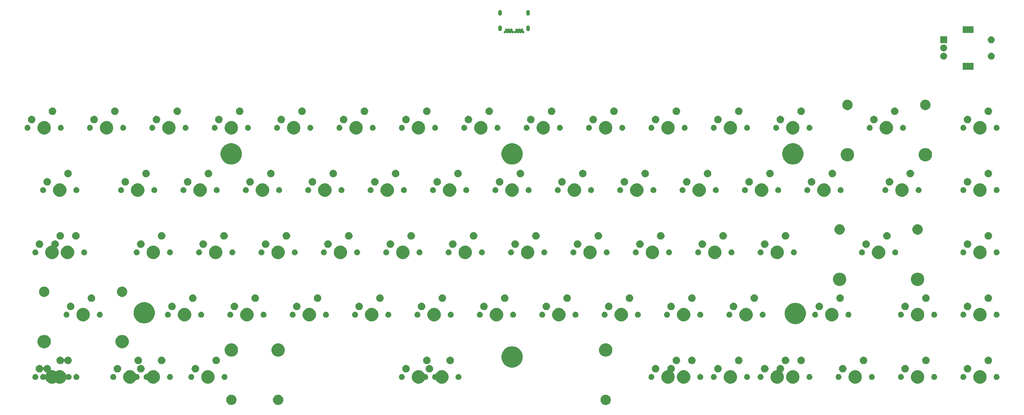
<source format=gbs>
G04 #@! TF.GenerationSoftware,KiCad,Pcbnew,(5.1.5)-3*
G04 #@! TF.CreationDate,2020-07-10T10:23:01+02:00*
G04 #@! TF.ProjectId,65_keyboard_pcb,36355f6b-6579-4626-9f61-72645f706362,rev?*
G04 #@! TF.SameCoordinates,Original*
G04 #@! TF.FileFunction,Soldermask,Bot*
G04 #@! TF.FilePolarity,Negative*
%FSLAX46Y46*%
G04 Gerber Fmt 4.6, Leading zero omitted, Abs format (unit mm)*
G04 Created by KiCad (PCBNEW (5.1.5)-3) date 2020-07-10 10:23:01*
%MOMM*%
%LPD*%
G04 APERTURE LIST*
%ADD10C,0.100000*%
G04 APERTURE END LIST*
D10*
G36*
X129690661Y-151838026D02*
G01*
X129809387Y-151887204D01*
X129977291Y-151956752D01*
X129977292Y-151956753D01*
X130235254Y-152129117D01*
X130454633Y-152348496D01*
X130569803Y-152520861D01*
X130626998Y-152606459D01*
X130745724Y-152893090D01*
X130806250Y-153197375D01*
X130806250Y-153507625D01*
X130745724Y-153811910D01*
X130626998Y-154098541D01*
X130626997Y-154098542D01*
X130454633Y-154356504D01*
X130235254Y-154575883D01*
X130062889Y-154691053D01*
X129977291Y-154748248D01*
X129809387Y-154817796D01*
X129690661Y-154866974D01*
X129538517Y-154897237D01*
X129386375Y-154927500D01*
X129076125Y-154927500D01*
X128923983Y-154897237D01*
X128771839Y-154866974D01*
X128653113Y-154817796D01*
X128485209Y-154748248D01*
X128399611Y-154691053D01*
X128227246Y-154575883D01*
X128007867Y-154356504D01*
X127835503Y-154098542D01*
X127835502Y-154098541D01*
X127716776Y-153811910D01*
X127656250Y-153507625D01*
X127656250Y-153197375D01*
X127716776Y-152893090D01*
X127835502Y-152606459D01*
X127892697Y-152520861D01*
X128007867Y-152348496D01*
X128227246Y-152129117D01*
X128485208Y-151956753D01*
X128485209Y-151956752D01*
X128653113Y-151887204D01*
X128771839Y-151838026D01*
X129076125Y-151777500D01*
X129386375Y-151777500D01*
X129690661Y-151838026D01*
G37*
G36*
X243990661Y-151838026D02*
G01*
X244109387Y-151887204D01*
X244277291Y-151956752D01*
X244277292Y-151956753D01*
X244535254Y-152129117D01*
X244754633Y-152348496D01*
X244869803Y-152520861D01*
X244926998Y-152606459D01*
X245045724Y-152893090D01*
X245106250Y-153197375D01*
X245106250Y-153507625D01*
X245045724Y-153811910D01*
X244926998Y-154098541D01*
X244926997Y-154098542D01*
X244754633Y-154356504D01*
X244535254Y-154575883D01*
X244362889Y-154691053D01*
X244277291Y-154748248D01*
X244109387Y-154817796D01*
X243990661Y-154866974D01*
X243838517Y-154897237D01*
X243686375Y-154927500D01*
X243363425Y-154927500D01*
X243211283Y-154897237D01*
X243059139Y-154866974D01*
X242940413Y-154817796D01*
X242772509Y-154748248D01*
X242686911Y-154691053D01*
X242514546Y-154575883D01*
X242295167Y-154356504D01*
X242122803Y-154098542D01*
X242122802Y-154098541D01*
X242004076Y-153811910D01*
X241943550Y-153507625D01*
X241943550Y-153197375D01*
X242004076Y-152893090D01*
X242122802Y-152606459D01*
X242179997Y-152520861D01*
X242295167Y-152348496D01*
X242514546Y-152129117D01*
X242772508Y-151956753D01*
X242772509Y-151956752D01*
X242940413Y-151887204D01*
X243059139Y-151838026D01*
X243363425Y-151777500D01*
X243686375Y-151777500D01*
X243990661Y-151838026D01*
G37*
G36*
X143978161Y-151838026D02*
G01*
X144096887Y-151887204D01*
X144264791Y-151956752D01*
X144264792Y-151956753D01*
X144522754Y-152129117D01*
X144742133Y-152348496D01*
X144857303Y-152520861D01*
X144914498Y-152606459D01*
X145033224Y-152893090D01*
X145093750Y-153197375D01*
X145093750Y-153507625D01*
X145033224Y-153811910D01*
X144914498Y-154098541D01*
X144914497Y-154098542D01*
X144742133Y-154356504D01*
X144522754Y-154575883D01*
X144350389Y-154691053D01*
X144264791Y-154748248D01*
X144096887Y-154817796D01*
X143978161Y-154866974D01*
X143826017Y-154897237D01*
X143673875Y-154927500D01*
X143363625Y-154927500D01*
X143211483Y-154897237D01*
X143059339Y-154866974D01*
X142940613Y-154817796D01*
X142772709Y-154748248D01*
X142687111Y-154691053D01*
X142514746Y-154575883D01*
X142295367Y-154356504D01*
X142123003Y-154098542D01*
X142123002Y-154098541D01*
X142004276Y-153811910D01*
X141943750Y-153507625D01*
X141943750Y-153197375D01*
X142004276Y-152893090D01*
X142123002Y-152606459D01*
X142180197Y-152520861D01*
X142295367Y-152348496D01*
X142514746Y-152129117D01*
X142772708Y-151956753D01*
X142772709Y-151956752D01*
X142940613Y-151887204D01*
X143059339Y-151838026D01*
X143363625Y-151777500D01*
X143673875Y-151777500D01*
X143978161Y-151838026D01*
G37*
G36*
X122677004Y-144395318D02*
G01*
X123050261Y-144549926D01*
X123050263Y-144549927D01*
X123307101Y-144721541D01*
X123386186Y-144774384D01*
X123671866Y-145060064D01*
X123896324Y-145395989D01*
X124050932Y-145769246D01*
X124129750Y-146165493D01*
X124129750Y-146569507D01*
X124050932Y-146965754D01*
X123924055Y-147272063D01*
X123896323Y-147339013D01*
X123671866Y-147674936D01*
X123386186Y-147960616D01*
X123050263Y-148185073D01*
X123050262Y-148185074D01*
X123050261Y-148185074D01*
X122677004Y-148339682D01*
X122280757Y-148418500D01*
X121876743Y-148418500D01*
X121480496Y-148339682D01*
X121107239Y-148185074D01*
X121107238Y-148185074D01*
X121107237Y-148185073D01*
X120771314Y-147960616D01*
X120485634Y-147674936D01*
X120261177Y-147339013D01*
X120233445Y-147272063D01*
X120106568Y-146965754D01*
X120027750Y-146569507D01*
X120027750Y-146165493D01*
X120106568Y-145769246D01*
X120261176Y-145395989D01*
X120485634Y-145060064D01*
X120771314Y-144774384D01*
X120850399Y-144721541D01*
X121107237Y-144549927D01*
X121107239Y-144549926D01*
X121480496Y-144395318D01*
X121876743Y-144316500D01*
X122280757Y-144316500D01*
X122677004Y-144395318D01*
G37*
G36*
X358420754Y-144395318D02*
G01*
X358794011Y-144549926D01*
X358794013Y-144549927D01*
X359050851Y-144721541D01*
X359129936Y-144774384D01*
X359415616Y-145060064D01*
X359640074Y-145395989D01*
X359794682Y-145769246D01*
X359873500Y-146165493D01*
X359873500Y-146569507D01*
X359794682Y-146965754D01*
X359667805Y-147272063D01*
X359640073Y-147339013D01*
X359415616Y-147674936D01*
X359129936Y-147960616D01*
X358794013Y-148185073D01*
X358794012Y-148185074D01*
X358794011Y-148185074D01*
X358420754Y-148339682D01*
X358024507Y-148418500D01*
X357620493Y-148418500D01*
X357224246Y-148339682D01*
X356850989Y-148185074D01*
X356850988Y-148185074D01*
X356850987Y-148185073D01*
X356515064Y-147960616D01*
X356229384Y-147674936D01*
X356004927Y-147339013D01*
X355977195Y-147272063D01*
X355850318Y-146965754D01*
X355771500Y-146569507D01*
X355771500Y-146165493D01*
X355850318Y-145769246D01*
X356004926Y-145395989D01*
X356229384Y-145060064D01*
X356515064Y-144774384D01*
X356594149Y-144721541D01*
X356850987Y-144549927D01*
X356850989Y-144549926D01*
X357224246Y-144395318D01*
X357620493Y-144316500D01*
X358024507Y-144316500D01*
X358420754Y-144395318D01*
G37*
G36*
X320320754Y-144395318D02*
G01*
X320694011Y-144549926D01*
X320694013Y-144549927D01*
X320950851Y-144721541D01*
X321029936Y-144774384D01*
X321315616Y-145060064D01*
X321540074Y-145395989D01*
X321694682Y-145769246D01*
X321773500Y-146165493D01*
X321773500Y-146569507D01*
X321694682Y-146965754D01*
X321567805Y-147272063D01*
X321540073Y-147339013D01*
X321315616Y-147674936D01*
X321029936Y-147960616D01*
X320694013Y-148185073D01*
X320694012Y-148185074D01*
X320694011Y-148185074D01*
X320320754Y-148339682D01*
X319924507Y-148418500D01*
X319520493Y-148418500D01*
X319124246Y-148339682D01*
X318750989Y-148185074D01*
X318750988Y-148185074D01*
X318750987Y-148185073D01*
X318415064Y-147960616D01*
X318129384Y-147674936D01*
X317904927Y-147339013D01*
X317877195Y-147272063D01*
X317750318Y-146965754D01*
X317671500Y-146569507D01*
X317671500Y-146165493D01*
X317750318Y-145769246D01*
X317904926Y-145395989D01*
X318129384Y-145060064D01*
X318415064Y-144774384D01*
X318494149Y-144721541D01*
X318750987Y-144549927D01*
X318750989Y-144549926D01*
X319124246Y-144395318D01*
X319520493Y-144316500D01*
X319924507Y-144316500D01*
X320320754Y-144395318D01*
G37*
G36*
X339370754Y-144395318D02*
G01*
X339744011Y-144549926D01*
X339744013Y-144549927D01*
X340000851Y-144721541D01*
X340079936Y-144774384D01*
X340365616Y-145060064D01*
X340590074Y-145395989D01*
X340744682Y-145769246D01*
X340823500Y-146165493D01*
X340823500Y-146569507D01*
X340744682Y-146965754D01*
X340617805Y-147272063D01*
X340590073Y-147339013D01*
X340365616Y-147674936D01*
X340079936Y-147960616D01*
X339744013Y-148185073D01*
X339744012Y-148185074D01*
X339744011Y-148185074D01*
X339370754Y-148339682D01*
X338974507Y-148418500D01*
X338570493Y-148418500D01*
X338174246Y-148339682D01*
X337800989Y-148185074D01*
X337800988Y-148185074D01*
X337800987Y-148185073D01*
X337465064Y-147960616D01*
X337179384Y-147674936D01*
X336954927Y-147339013D01*
X336927195Y-147272063D01*
X336800318Y-146965754D01*
X336721500Y-146569507D01*
X336721500Y-146165493D01*
X336800318Y-145769246D01*
X336954926Y-145395989D01*
X337179384Y-145060064D01*
X337465064Y-144774384D01*
X337544149Y-144721541D01*
X337800987Y-144549927D01*
X337800989Y-144549926D01*
X338174246Y-144395318D01*
X338570493Y-144316500D01*
X338974507Y-144316500D01*
X339370754Y-144395318D01*
G37*
G36*
X263749549Y-142698616D02*
G01*
X263860734Y-142720732D01*
X264070203Y-142807497D01*
X264258720Y-142933460D01*
X264419040Y-143093780D01*
X264545003Y-143282297D01*
X264631768Y-143491766D01*
X264676000Y-143714136D01*
X264676000Y-143940864D01*
X264631768Y-144163234D01*
X264545003Y-144372703D01*
X264419040Y-144561220D01*
X264258720Y-144721540D01*
X264188089Y-144768734D01*
X264126621Y-144809806D01*
X264107679Y-144825352D01*
X264092134Y-144844294D01*
X264080583Y-144865904D01*
X264073470Y-144889353D01*
X264071068Y-144913739D01*
X264073470Y-144938126D01*
X264080583Y-144961574D01*
X264092134Y-144983185D01*
X264107679Y-145002127D01*
X264165616Y-145060064D01*
X264390074Y-145395989D01*
X264544682Y-145769246D01*
X264623500Y-146165493D01*
X264623500Y-146569507D01*
X264544682Y-146965754D01*
X264417805Y-147272063D01*
X264390073Y-147339013D01*
X264165616Y-147674936D01*
X263879936Y-147960616D01*
X263544013Y-148185073D01*
X263544012Y-148185074D01*
X263544011Y-148185074D01*
X263170754Y-148339682D01*
X262774507Y-148418500D01*
X262370493Y-148418500D01*
X261974246Y-148339682D01*
X261600989Y-148185074D01*
X261600988Y-148185074D01*
X261600987Y-148185073D01*
X261265064Y-147960616D01*
X260979384Y-147674936D01*
X260754927Y-147339013D01*
X260727195Y-147272063D01*
X260600318Y-146965754D01*
X260521500Y-146569507D01*
X260521500Y-146165493D01*
X260600318Y-145769246D01*
X260754926Y-145395989D01*
X260979384Y-145060064D01*
X261265064Y-144774384D01*
X261344149Y-144721541D01*
X261600987Y-144549927D01*
X261600989Y-144549926D01*
X261974245Y-144395318D01*
X262323866Y-144325775D01*
X262347315Y-144318662D01*
X262368926Y-144307111D01*
X262387867Y-144291566D01*
X262403413Y-144272624D01*
X262414964Y-144251013D01*
X262422077Y-144227564D01*
X262424479Y-144203178D01*
X262422077Y-144178792D01*
X262419898Y-144171610D01*
X262374000Y-143940865D01*
X262374000Y-143714135D01*
X262418232Y-143491767D01*
X262418892Y-143490174D01*
X262504997Y-143282297D01*
X262630960Y-143093780D01*
X262791280Y-142933460D01*
X262979797Y-142807497D01*
X263189266Y-142720732D01*
X263300451Y-142698616D01*
X263411635Y-142676500D01*
X263638365Y-142676500D01*
X263749549Y-142698616D01*
G37*
G36*
X297087049Y-142698616D02*
G01*
X297198234Y-142720732D01*
X297407703Y-142807497D01*
X297596220Y-142933460D01*
X297756540Y-143093780D01*
X297882503Y-143282297D01*
X297969268Y-143491766D01*
X298013500Y-143714136D01*
X298013500Y-143940864D01*
X297969268Y-144163234D01*
X297882503Y-144372703D01*
X297756540Y-144561220D01*
X297596220Y-144721540D01*
X297525589Y-144768734D01*
X297464121Y-144809806D01*
X297445179Y-144825352D01*
X297429634Y-144844294D01*
X297418083Y-144865904D01*
X297410970Y-144889353D01*
X297408568Y-144913739D01*
X297410970Y-144938126D01*
X297418083Y-144961574D01*
X297429634Y-144983185D01*
X297445179Y-145002127D01*
X297503116Y-145060064D01*
X297727574Y-145395989D01*
X297882182Y-145769246D01*
X297961000Y-146165493D01*
X297961000Y-146569507D01*
X297882182Y-146965754D01*
X297755305Y-147272063D01*
X297727573Y-147339013D01*
X297503116Y-147674936D01*
X297217436Y-147960616D01*
X296881513Y-148185073D01*
X296881512Y-148185074D01*
X296881511Y-148185074D01*
X296508254Y-148339682D01*
X296112007Y-148418500D01*
X295707993Y-148418500D01*
X295311746Y-148339682D01*
X294938489Y-148185074D01*
X294938488Y-148185074D01*
X294938487Y-148185073D01*
X294602564Y-147960616D01*
X294316884Y-147674936D01*
X294092427Y-147339013D01*
X294064695Y-147272063D01*
X293937818Y-146965754D01*
X293859000Y-146569507D01*
X293859000Y-146165493D01*
X293937818Y-145769246D01*
X294092426Y-145395989D01*
X294316884Y-145060064D01*
X294602564Y-144774384D01*
X294681649Y-144721541D01*
X294938487Y-144549927D01*
X294938489Y-144549926D01*
X295311745Y-144395318D01*
X295661366Y-144325775D01*
X295684815Y-144318662D01*
X295706426Y-144307111D01*
X295725367Y-144291566D01*
X295740913Y-144272624D01*
X295752464Y-144251013D01*
X295759577Y-144227564D01*
X295761979Y-144203178D01*
X295759577Y-144178792D01*
X295757398Y-144171610D01*
X295711500Y-143940865D01*
X295711500Y-143714135D01*
X295755732Y-143491767D01*
X295756392Y-143490174D01*
X295842497Y-143282297D01*
X295968460Y-143093780D01*
X296128780Y-142933460D01*
X296317297Y-142807497D01*
X296526766Y-142720732D01*
X296637951Y-142698616D01*
X296749135Y-142676500D01*
X296975865Y-142676500D01*
X297087049Y-142698616D01*
G37*
G36*
X267933254Y-144395318D02*
G01*
X268306511Y-144549926D01*
X268306513Y-144549927D01*
X268563351Y-144721541D01*
X268642436Y-144774384D01*
X268928116Y-145060064D01*
X269152574Y-145395989D01*
X269307182Y-145769246D01*
X269386000Y-146165493D01*
X269386000Y-146569507D01*
X269307182Y-146965754D01*
X269180305Y-147272063D01*
X269152573Y-147339013D01*
X268928116Y-147674936D01*
X268642436Y-147960616D01*
X268306513Y-148185073D01*
X268306512Y-148185074D01*
X268306511Y-148185074D01*
X267933254Y-148339682D01*
X267537007Y-148418500D01*
X267132993Y-148418500D01*
X266736746Y-148339682D01*
X266363489Y-148185074D01*
X266363488Y-148185074D01*
X266363487Y-148185073D01*
X266027564Y-147960616D01*
X265741884Y-147674936D01*
X265517427Y-147339013D01*
X265489695Y-147272063D01*
X265362818Y-146965754D01*
X265284000Y-146569507D01*
X265284000Y-146165493D01*
X265362818Y-145769246D01*
X265517426Y-145395989D01*
X265741884Y-145060064D01*
X266027564Y-144774384D01*
X266106649Y-144721541D01*
X266363487Y-144549927D01*
X266363489Y-144549926D01*
X266736746Y-144395318D01*
X267132993Y-144316500D01*
X267537007Y-144316500D01*
X267933254Y-144395318D01*
G37*
G36*
X194114504Y-144395318D02*
G01*
X194487761Y-144549926D01*
X194487763Y-144549927D01*
X194744601Y-144721541D01*
X194823686Y-144774384D01*
X195109366Y-145060064D01*
X195333824Y-145395989D01*
X195488432Y-145769246D01*
X195567250Y-146165493D01*
X195567250Y-146569507D01*
X195488432Y-146965754D01*
X195361555Y-147272063D01*
X195333823Y-147339013D01*
X195109366Y-147674936D01*
X194823686Y-147960616D01*
X194487763Y-148185073D01*
X194487762Y-148185074D01*
X194487761Y-148185074D01*
X194114504Y-148339682D01*
X193718257Y-148418500D01*
X193314243Y-148418500D01*
X192917996Y-148339682D01*
X192544739Y-148185074D01*
X192544738Y-148185074D01*
X192544737Y-148185073D01*
X192208814Y-147960616D01*
X191923134Y-147674936D01*
X191698677Y-147339013D01*
X191698676Y-147339011D01*
X191698258Y-147338386D01*
X191687416Y-147318101D01*
X191671871Y-147299159D01*
X191652929Y-147283614D01*
X191631318Y-147272063D01*
X191607870Y-147264949D01*
X191583483Y-147262547D01*
X191559099Y-147264948D01*
X191541241Y-147268500D01*
X191363758Y-147268500D01*
X191338988Y-147263573D01*
X191189688Y-147233876D01*
X191025716Y-147165956D01*
X190878146Y-147067353D01*
X190752647Y-146941854D01*
X190654044Y-146794284D01*
X190586124Y-146630312D01*
X190551500Y-146456241D01*
X190551500Y-146278759D01*
X190586124Y-146104688D01*
X190654044Y-145940716D01*
X190752647Y-145793146D01*
X190878146Y-145667647D01*
X191025716Y-145569044D01*
X191189688Y-145501124D01*
X191345906Y-145470051D01*
X191363758Y-145466500D01*
X191541241Y-145466500D01*
X191559099Y-145470052D01*
X191583484Y-145472453D01*
X191607870Y-145470051D01*
X191631319Y-145462937D01*
X191652929Y-145451386D01*
X191671871Y-145435840D01*
X191687416Y-145416898D01*
X191698258Y-145396614D01*
X191923134Y-145060064D01*
X192208814Y-144774384D01*
X192287899Y-144721541D01*
X192544737Y-144549927D01*
X192544739Y-144549926D01*
X192917996Y-144395318D01*
X193314243Y-144316500D01*
X193718257Y-144316500D01*
X194114504Y-144395318D01*
G37*
G36*
X186970754Y-144395318D02*
G01*
X187344011Y-144549926D01*
X187344013Y-144549927D01*
X187600851Y-144721541D01*
X187679936Y-144774384D01*
X187965616Y-145060064D01*
X188190492Y-145396614D01*
X188201334Y-145416899D01*
X188216879Y-145435841D01*
X188235821Y-145451386D01*
X188257432Y-145462937D01*
X188280880Y-145470051D01*
X188305267Y-145472453D01*
X188329651Y-145470052D01*
X188347509Y-145466500D01*
X188524992Y-145466500D01*
X188542844Y-145470051D01*
X188699062Y-145501124D01*
X188863034Y-145569044D01*
X189010604Y-145667647D01*
X189136103Y-145793146D01*
X189234706Y-145940716D01*
X189302626Y-146104688D01*
X189337250Y-146278759D01*
X189337250Y-146456241D01*
X189302626Y-146630312D01*
X189234706Y-146794284D01*
X189136103Y-146941854D01*
X189010604Y-147067353D01*
X188863034Y-147165956D01*
X188699062Y-147233876D01*
X188549762Y-147263573D01*
X188524992Y-147268500D01*
X188347509Y-147268500D01*
X188329651Y-147264948D01*
X188305266Y-147262547D01*
X188280880Y-147264949D01*
X188257431Y-147272063D01*
X188235821Y-147283614D01*
X188216879Y-147299160D01*
X188201334Y-147318102D01*
X188190492Y-147338386D01*
X188190074Y-147339011D01*
X188190073Y-147339013D01*
X187965616Y-147674936D01*
X187679936Y-147960616D01*
X187344013Y-148185073D01*
X187344012Y-148185074D01*
X187344011Y-148185074D01*
X186970754Y-148339682D01*
X186574507Y-148418500D01*
X186170493Y-148418500D01*
X185774246Y-148339682D01*
X185400989Y-148185074D01*
X185400988Y-148185074D01*
X185400987Y-148185073D01*
X185065064Y-147960616D01*
X184779384Y-147674936D01*
X184554927Y-147339013D01*
X184527195Y-147272063D01*
X184400318Y-146965754D01*
X184321500Y-146569507D01*
X184321500Y-146165493D01*
X184400318Y-145769246D01*
X184554926Y-145395989D01*
X184779384Y-145060064D01*
X185065064Y-144774384D01*
X185144149Y-144721541D01*
X185400987Y-144549927D01*
X185400989Y-144549926D01*
X185774246Y-144395318D01*
X186170493Y-144316500D01*
X186574507Y-144316500D01*
X186970754Y-144395318D01*
G37*
G36*
X106008254Y-144395318D02*
G01*
X106381511Y-144549926D01*
X106381513Y-144549927D01*
X106638351Y-144721541D01*
X106717436Y-144774384D01*
X107003116Y-145060064D01*
X107227574Y-145395989D01*
X107382182Y-145769246D01*
X107461000Y-146165493D01*
X107461000Y-146569507D01*
X107382182Y-146965754D01*
X107255305Y-147272063D01*
X107227573Y-147339013D01*
X107003116Y-147674936D01*
X106717436Y-147960616D01*
X106381513Y-148185073D01*
X106381512Y-148185074D01*
X106381511Y-148185074D01*
X106008254Y-148339682D01*
X105612007Y-148418500D01*
X105207993Y-148418500D01*
X104811746Y-148339682D01*
X104438489Y-148185074D01*
X104438488Y-148185074D01*
X104438487Y-148185073D01*
X104102564Y-147960616D01*
X103816884Y-147674936D01*
X103592427Y-147339013D01*
X103592426Y-147339011D01*
X103592008Y-147338386D01*
X103581166Y-147318101D01*
X103565621Y-147299159D01*
X103546679Y-147283614D01*
X103525068Y-147272063D01*
X103501620Y-147264949D01*
X103477233Y-147262547D01*
X103452849Y-147264948D01*
X103434991Y-147268500D01*
X103257508Y-147268500D01*
X103232738Y-147263573D01*
X103083438Y-147233876D01*
X102919466Y-147165956D01*
X102771896Y-147067353D01*
X102646397Y-146941854D01*
X102547794Y-146794284D01*
X102479874Y-146630312D01*
X102445250Y-146456241D01*
X102445250Y-146278759D01*
X102479874Y-146104688D01*
X102547794Y-145940716D01*
X102646397Y-145793146D01*
X102771896Y-145667647D01*
X102919466Y-145569044D01*
X103083438Y-145501124D01*
X103239656Y-145470051D01*
X103257508Y-145466500D01*
X103434991Y-145466500D01*
X103452849Y-145470052D01*
X103477234Y-145472453D01*
X103501620Y-145470051D01*
X103525069Y-145462937D01*
X103546679Y-145451386D01*
X103565621Y-145435840D01*
X103581166Y-145416898D01*
X103592008Y-145396614D01*
X103816884Y-145060064D01*
X104102564Y-144774384D01*
X104181649Y-144721541D01*
X104438487Y-144549927D01*
X104438489Y-144549926D01*
X104811746Y-144395318D01*
X105207993Y-144316500D01*
X105612007Y-144316500D01*
X106008254Y-144395318D01*
G37*
G36*
X98864504Y-144395318D02*
G01*
X99237761Y-144549926D01*
X99237763Y-144549927D01*
X99494601Y-144721541D01*
X99573686Y-144774384D01*
X99859366Y-145060064D01*
X100084242Y-145396614D01*
X100095084Y-145416899D01*
X100110629Y-145435841D01*
X100129571Y-145451386D01*
X100151182Y-145462937D01*
X100174630Y-145470051D01*
X100199017Y-145472453D01*
X100223401Y-145470052D01*
X100241259Y-145466500D01*
X100418742Y-145466500D01*
X100436594Y-145470051D01*
X100592812Y-145501124D01*
X100756784Y-145569044D01*
X100904354Y-145667647D01*
X101029853Y-145793146D01*
X101128456Y-145940716D01*
X101196376Y-146104688D01*
X101231000Y-146278759D01*
X101231000Y-146456241D01*
X101196376Y-146630312D01*
X101128456Y-146794284D01*
X101029853Y-146941854D01*
X100904354Y-147067353D01*
X100756784Y-147165956D01*
X100592812Y-147233876D01*
X100443512Y-147263573D01*
X100418742Y-147268500D01*
X100241259Y-147268500D01*
X100223401Y-147264948D01*
X100199016Y-147262547D01*
X100174630Y-147264949D01*
X100151181Y-147272063D01*
X100129571Y-147283614D01*
X100110629Y-147299160D01*
X100095084Y-147318102D01*
X100084242Y-147338386D01*
X100083824Y-147339011D01*
X100083823Y-147339013D01*
X99859366Y-147674936D01*
X99573686Y-147960616D01*
X99237763Y-148185073D01*
X99237762Y-148185074D01*
X99237761Y-148185074D01*
X98864504Y-148339682D01*
X98468257Y-148418500D01*
X98064243Y-148418500D01*
X97667996Y-148339682D01*
X97294739Y-148185074D01*
X97294738Y-148185074D01*
X97294737Y-148185073D01*
X96958814Y-147960616D01*
X96673134Y-147674936D01*
X96448677Y-147339013D01*
X96420945Y-147272063D01*
X96294068Y-146965754D01*
X96215250Y-146569507D01*
X96215250Y-146165493D01*
X96294068Y-145769246D01*
X96448676Y-145395989D01*
X96673134Y-145060064D01*
X96958814Y-144774384D01*
X97037899Y-144721541D01*
X97294737Y-144549927D01*
X97294739Y-144549926D01*
X97667996Y-144395318D01*
X98064243Y-144316500D01*
X98468257Y-144316500D01*
X98864504Y-144395318D01*
G37*
G36*
X282220754Y-144395318D02*
G01*
X282594011Y-144549926D01*
X282594013Y-144549927D01*
X282850851Y-144721541D01*
X282929936Y-144774384D01*
X283215616Y-145060064D01*
X283440074Y-145395989D01*
X283594682Y-145769246D01*
X283673500Y-146165493D01*
X283673500Y-146569507D01*
X283594682Y-146965754D01*
X283467805Y-147272063D01*
X283440073Y-147339013D01*
X283215616Y-147674936D01*
X282929936Y-147960616D01*
X282594013Y-148185073D01*
X282594012Y-148185074D01*
X282594011Y-148185074D01*
X282220754Y-148339682D01*
X281824507Y-148418500D01*
X281420493Y-148418500D01*
X281024246Y-148339682D01*
X280650989Y-148185074D01*
X280650988Y-148185074D01*
X280650987Y-148185073D01*
X280315064Y-147960616D01*
X280029384Y-147674936D01*
X279804927Y-147339013D01*
X279777195Y-147272063D01*
X279650318Y-146965754D01*
X279571500Y-146569507D01*
X279571500Y-146165493D01*
X279650318Y-145769246D01*
X279804926Y-145395989D01*
X280029384Y-145060064D01*
X280315064Y-144774384D01*
X280394149Y-144721541D01*
X280650987Y-144549927D01*
X280650989Y-144549926D01*
X281024246Y-144395318D01*
X281420493Y-144316500D01*
X281824507Y-144316500D01*
X282220754Y-144395318D01*
G37*
G36*
X301270754Y-144395318D02*
G01*
X301644011Y-144549926D01*
X301644013Y-144549927D01*
X301900851Y-144721541D01*
X301979936Y-144774384D01*
X302265616Y-145060064D01*
X302490074Y-145395989D01*
X302644682Y-145769246D01*
X302723500Y-146165493D01*
X302723500Y-146569507D01*
X302644682Y-146965754D01*
X302517805Y-147272063D01*
X302490073Y-147339013D01*
X302265616Y-147674936D01*
X301979936Y-147960616D01*
X301644013Y-148185073D01*
X301644012Y-148185074D01*
X301644011Y-148185074D01*
X301270754Y-148339682D01*
X300874507Y-148418500D01*
X300470493Y-148418500D01*
X300074246Y-148339682D01*
X299700989Y-148185074D01*
X299700988Y-148185074D01*
X299700987Y-148185073D01*
X299365064Y-147960616D01*
X299079384Y-147674936D01*
X298854927Y-147339013D01*
X298827195Y-147272063D01*
X298700318Y-146965754D01*
X298621500Y-146569507D01*
X298621500Y-146165493D01*
X298700318Y-145769246D01*
X298854926Y-145395989D01*
X299079384Y-145060064D01*
X299365064Y-144774384D01*
X299444149Y-144721541D01*
X299700987Y-144549927D01*
X299700989Y-144549926D01*
X300074246Y-144395318D01*
X300470493Y-144316500D01*
X300874507Y-144316500D01*
X301270754Y-144395318D01*
G37*
G36*
X70868299Y-142698616D02*
G01*
X70979484Y-142720732D01*
X71188953Y-142807497D01*
X71377470Y-142933460D01*
X71537790Y-143093780D01*
X71663753Y-143282297D01*
X71663754Y-143282299D01*
X71718891Y-143415412D01*
X71730442Y-143437023D01*
X71745987Y-143455964D01*
X71764929Y-143471510D01*
X71786540Y-143483061D01*
X71809989Y-143490174D01*
X71834375Y-143492576D01*
X71858761Y-143490174D01*
X71882210Y-143483061D01*
X71903821Y-143471510D01*
X71922762Y-143455965D01*
X71938308Y-143437023D01*
X71949859Y-143415412D01*
X72004996Y-143282299D01*
X72004997Y-143282297D01*
X72130960Y-143093780D01*
X72291280Y-142933460D01*
X72479797Y-142807497D01*
X72689266Y-142720732D01*
X72800451Y-142698616D01*
X72911635Y-142676500D01*
X73138365Y-142676500D01*
X73249549Y-142698616D01*
X73360734Y-142720732D01*
X73570203Y-142807497D01*
X73758720Y-142933460D01*
X73919040Y-143093780D01*
X74045003Y-143282297D01*
X74131109Y-143490174D01*
X74131768Y-143491767D01*
X74176000Y-143714135D01*
X74176000Y-143940865D01*
X74130996Y-144167115D01*
X74128594Y-144191501D01*
X74130996Y-144215887D01*
X74138109Y-144239336D01*
X74149660Y-144260947D01*
X74165205Y-144279889D01*
X74184147Y-144295434D01*
X74205758Y-144306985D01*
X74229207Y-144314098D01*
X74253593Y-144316500D01*
X74655757Y-144316500D01*
X75052004Y-144395318D01*
X75425261Y-144549926D01*
X75425263Y-144549927D01*
X75442164Y-144561220D01*
X75574929Y-144649931D01*
X75596540Y-144661482D01*
X75619989Y-144668595D01*
X75644375Y-144670997D01*
X75668761Y-144668595D01*
X75692210Y-144661482D01*
X75713821Y-144649931D01*
X75846586Y-144561220D01*
X75863487Y-144549927D01*
X75863489Y-144549926D01*
X76236746Y-144395318D01*
X76632993Y-144316500D01*
X77037007Y-144316500D01*
X77433254Y-144395318D01*
X77806511Y-144549926D01*
X77806513Y-144549927D01*
X78063351Y-144721541D01*
X78142436Y-144774384D01*
X78428116Y-145060064D01*
X78652574Y-145395989D01*
X78750417Y-145632203D01*
X78761968Y-145653814D01*
X78777513Y-145672756D01*
X78796455Y-145688301D01*
X78818066Y-145699852D01*
X78841515Y-145706965D01*
X78865901Y-145709367D01*
X78890287Y-145706965D01*
X78913736Y-145699852D01*
X78935347Y-145688301D01*
X78954278Y-145672765D01*
X78959396Y-145667647D01*
X79106966Y-145569044D01*
X79270938Y-145501124D01*
X79427156Y-145470051D01*
X79445008Y-145466500D01*
X79622492Y-145466500D01*
X79640344Y-145470051D01*
X79796562Y-145501124D01*
X79960534Y-145569044D01*
X80108104Y-145667647D01*
X80233603Y-145793146D01*
X80332206Y-145940716D01*
X80400126Y-146104688D01*
X80434750Y-146278759D01*
X80434750Y-146456241D01*
X80400126Y-146630312D01*
X80332206Y-146794284D01*
X80233603Y-146941854D01*
X80108104Y-147067353D01*
X79960534Y-147165956D01*
X79796562Y-147233876D01*
X79647262Y-147263573D01*
X79622492Y-147268500D01*
X79445008Y-147268500D01*
X79420238Y-147263573D01*
X79270938Y-147233876D01*
X79106966Y-147165956D01*
X78959396Y-147067353D01*
X78954278Y-147062235D01*
X78935347Y-147046699D01*
X78913736Y-147035148D01*
X78890287Y-147028035D01*
X78865901Y-147025633D01*
X78841515Y-147028035D01*
X78818066Y-147035148D01*
X78796455Y-147046699D01*
X78777513Y-147062244D01*
X78761968Y-147081186D01*
X78750417Y-147102797D01*
X78680305Y-147272063D01*
X78652573Y-147339013D01*
X78428116Y-147674936D01*
X78142436Y-147960616D01*
X77806513Y-148185073D01*
X77806512Y-148185074D01*
X77806511Y-148185074D01*
X77433254Y-148339682D01*
X77037007Y-148418500D01*
X76632993Y-148418500D01*
X76236746Y-148339682D01*
X75863489Y-148185074D01*
X75863488Y-148185074D01*
X75863487Y-148185073D01*
X75713820Y-148085068D01*
X75692210Y-148073518D01*
X75668761Y-148066405D01*
X75644375Y-148064003D01*
X75619989Y-148066405D01*
X75596540Y-148073518D01*
X75574930Y-148085068D01*
X75425263Y-148185073D01*
X75425262Y-148185074D01*
X75425261Y-148185074D01*
X75052004Y-148339682D01*
X74655757Y-148418500D01*
X74251743Y-148418500D01*
X73855496Y-148339682D01*
X73482239Y-148185074D01*
X73482238Y-148185074D01*
X73482237Y-148185073D01*
X73146314Y-147960616D01*
X72860634Y-147674936D01*
X72636177Y-147339013D01*
X72608445Y-147272063D01*
X72538333Y-147102797D01*
X72526782Y-147081186D01*
X72511237Y-147062244D01*
X72492295Y-147046699D01*
X72470684Y-147035148D01*
X72447235Y-147028035D01*
X72422849Y-147025633D01*
X72398463Y-147028035D01*
X72375014Y-147035148D01*
X72353403Y-147046699D01*
X72334472Y-147062235D01*
X72329354Y-147067353D01*
X72181784Y-147165956D01*
X72017812Y-147233876D01*
X71868512Y-147263573D01*
X71843742Y-147268500D01*
X71666258Y-147268500D01*
X71641488Y-147263573D01*
X71492188Y-147233876D01*
X71328216Y-147165956D01*
X71180646Y-147067353D01*
X71055147Y-146941854D01*
X70956544Y-146794284D01*
X70888624Y-146630312D01*
X70854000Y-146456241D01*
X70854000Y-146278759D01*
X70888624Y-146104688D01*
X70956544Y-145940716D01*
X71055147Y-145793146D01*
X71180646Y-145667647D01*
X71328216Y-145569044D01*
X71492188Y-145501124D01*
X71648406Y-145470051D01*
X71666258Y-145466500D01*
X71843742Y-145466500D01*
X71861594Y-145470051D01*
X72017812Y-145501124D01*
X72181784Y-145569044D01*
X72329354Y-145667647D01*
X72334472Y-145672765D01*
X72353403Y-145688301D01*
X72375014Y-145699852D01*
X72398463Y-145706965D01*
X72422849Y-145709367D01*
X72447235Y-145706965D01*
X72470684Y-145699852D01*
X72492295Y-145688301D01*
X72511237Y-145672756D01*
X72526782Y-145653814D01*
X72538333Y-145632203D01*
X72636176Y-145395989D01*
X72810790Y-145134661D01*
X72822341Y-145113050D01*
X72829454Y-145089601D01*
X72831856Y-145065215D01*
X72829454Y-145040829D01*
X72822341Y-145017380D01*
X72810790Y-144995769D01*
X72795245Y-144976827D01*
X72776303Y-144961282D01*
X72754692Y-144949731D01*
X72731244Y-144942618D01*
X72689266Y-144934268D01*
X72479799Y-144847504D01*
X72479798Y-144847504D01*
X72479797Y-144847503D01*
X72291280Y-144721540D01*
X72130960Y-144561220D01*
X72004997Y-144372703D01*
X71949859Y-144239587D01*
X71938308Y-144217977D01*
X71922763Y-144199036D01*
X71903821Y-144183490D01*
X71882210Y-144171939D01*
X71858761Y-144164826D01*
X71834375Y-144162424D01*
X71809989Y-144164826D01*
X71786540Y-144171939D01*
X71764929Y-144183490D01*
X71745988Y-144199035D01*
X71730442Y-144217977D01*
X71718891Y-144239587D01*
X71663753Y-144372703D01*
X71537790Y-144561220D01*
X71377470Y-144721540D01*
X71188953Y-144847503D01*
X70979484Y-144934268D01*
X70901746Y-144949731D01*
X70757115Y-144978500D01*
X70530385Y-144978500D01*
X70385754Y-144949731D01*
X70308016Y-144934268D01*
X70098547Y-144847503D01*
X69910030Y-144721540D01*
X69749710Y-144561220D01*
X69623747Y-144372703D01*
X69536982Y-144163234D01*
X69492750Y-143940864D01*
X69492750Y-143714136D01*
X69536982Y-143491766D01*
X69623747Y-143282297D01*
X69749710Y-143093780D01*
X69910030Y-142933460D01*
X70098547Y-142807497D01*
X70308016Y-142720732D01*
X70419201Y-142698616D01*
X70530385Y-142676500D01*
X70757115Y-142676500D01*
X70868299Y-142698616D01*
G37*
G36*
X127265344Y-145470051D02*
G01*
X127421562Y-145501124D01*
X127585534Y-145569044D01*
X127733104Y-145667647D01*
X127858603Y-145793146D01*
X127957206Y-145940716D01*
X128025126Y-146104688D01*
X128059750Y-146278759D01*
X128059750Y-146456241D01*
X128025126Y-146630312D01*
X127957206Y-146794284D01*
X127858603Y-146941854D01*
X127733104Y-147067353D01*
X127585534Y-147165956D01*
X127421562Y-147233876D01*
X127272262Y-147263573D01*
X127247492Y-147268500D01*
X127070008Y-147268500D01*
X127045238Y-147263573D01*
X126895938Y-147233876D01*
X126731966Y-147165956D01*
X126584396Y-147067353D01*
X126458897Y-146941854D01*
X126360294Y-146794284D01*
X126292374Y-146630312D01*
X126257750Y-146456241D01*
X126257750Y-146278759D01*
X126292374Y-146104688D01*
X126360294Y-145940716D01*
X126458897Y-145793146D01*
X126584396Y-145667647D01*
X126731966Y-145569044D01*
X126895938Y-145501124D01*
X127052156Y-145470051D01*
X127070008Y-145466500D01*
X127247492Y-145466500D01*
X127265344Y-145470051D01*
G37*
G36*
X257599094Y-145470051D02*
G01*
X257755312Y-145501124D01*
X257919284Y-145569044D01*
X258066854Y-145667647D01*
X258192353Y-145793146D01*
X258290956Y-145940716D01*
X258358876Y-146104688D01*
X258393500Y-146278759D01*
X258393500Y-146456241D01*
X258358876Y-146630312D01*
X258290956Y-146794284D01*
X258192353Y-146941854D01*
X258066854Y-147067353D01*
X257919284Y-147165956D01*
X257755312Y-147233876D01*
X257606012Y-147263573D01*
X257581242Y-147268500D01*
X257403758Y-147268500D01*
X257378988Y-147263573D01*
X257229688Y-147233876D01*
X257065716Y-147165956D01*
X256918146Y-147067353D01*
X256792647Y-146941854D01*
X256694044Y-146794284D01*
X256626124Y-146630312D01*
X256591500Y-146456241D01*
X256591500Y-146278759D01*
X256626124Y-146104688D01*
X256694044Y-145940716D01*
X256792647Y-145793146D01*
X256918146Y-145667647D01*
X257065716Y-145569044D01*
X257229688Y-145501124D01*
X257385906Y-145470051D01*
X257403758Y-145466500D01*
X257581242Y-145466500D01*
X257599094Y-145470051D01*
G37*
G36*
X272521594Y-145470051D02*
G01*
X272677812Y-145501124D01*
X272841784Y-145569044D01*
X272989354Y-145667647D01*
X273114853Y-145793146D01*
X273213456Y-145940716D01*
X273281376Y-146104688D01*
X273316000Y-146278759D01*
X273316000Y-146456241D01*
X273281376Y-146630312D01*
X273213456Y-146794284D01*
X273114853Y-146941854D01*
X272989354Y-147067353D01*
X272841784Y-147165956D01*
X272677812Y-147233876D01*
X272528512Y-147263573D01*
X272503742Y-147268500D01*
X272326258Y-147268500D01*
X272301488Y-147263573D01*
X272152188Y-147233876D01*
X271988216Y-147165956D01*
X271840646Y-147067353D01*
X271715147Y-146941854D01*
X271616544Y-146794284D01*
X271548624Y-146630312D01*
X271514000Y-146456241D01*
X271514000Y-146278759D01*
X271548624Y-146104688D01*
X271616544Y-145940716D01*
X271715147Y-145793146D01*
X271840646Y-145667647D01*
X271988216Y-145569044D01*
X272152188Y-145501124D01*
X272308406Y-145470051D01*
X272326258Y-145466500D01*
X272503742Y-145466500D01*
X272521594Y-145470051D01*
G37*
G36*
X69480344Y-145470051D02*
G01*
X69636562Y-145501124D01*
X69800534Y-145569044D01*
X69948104Y-145667647D01*
X70073603Y-145793146D01*
X70172206Y-145940716D01*
X70240126Y-146104688D01*
X70274750Y-146278759D01*
X70274750Y-146456241D01*
X70240126Y-146630312D01*
X70172206Y-146794284D01*
X70073603Y-146941854D01*
X69948104Y-147067353D01*
X69800534Y-147165956D01*
X69636562Y-147233876D01*
X69487262Y-147263573D01*
X69462492Y-147268500D01*
X69285008Y-147268500D01*
X69260238Y-147263573D01*
X69110938Y-147233876D01*
X68946966Y-147165956D01*
X68799396Y-147067353D01*
X68673897Y-146941854D01*
X68575294Y-146794284D01*
X68507374Y-146630312D01*
X68472750Y-146456241D01*
X68472750Y-146278759D01*
X68507374Y-146104688D01*
X68575294Y-145940716D01*
X68673897Y-145793146D01*
X68799396Y-145667647D01*
X68946966Y-145569044D01*
X69110938Y-145501124D01*
X69267156Y-145470051D01*
X69285008Y-145466500D01*
X69462492Y-145466500D01*
X69480344Y-145470051D01*
G37*
G36*
X93292844Y-145470051D02*
G01*
X93449062Y-145501124D01*
X93613034Y-145569044D01*
X93760604Y-145667647D01*
X93886103Y-145793146D01*
X93984706Y-145940716D01*
X94052626Y-146104688D01*
X94087250Y-146278759D01*
X94087250Y-146456241D01*
X94052626Y-146630312D01*
X93984706Y-146794284D01*
X93886103Y-146941854D01*
X93760604Y-147067353D01*
X93613034Y-147165956D01*
X93449062Y-147233876D01*
X93299762Y-147263573D01*
X93274992Y-147268500D01*
X93097508Y-147268500D01*
X93072738Y-147263573D01*
X92923438Y-147233876D01*
X92759466Y-147165956D01*
X92611896Y-147067353D01*
X92486397Y-146941854D01*
X92387794Y-146794284D01*
X92319874Y-146630312D01*
X92285250Y-146456241D01*
X92285250Y-146278759D01*
X92319874Y-146104688D01*
X92387794Y-145940716D01*
X92486397Y-145793146D01*
X92611896Y-145667647D01*
X92759466Y-145569044D01*
X92923438Y-145501124D01*
X93079656Y-145470051D01*
X93097508Y-145466500D01*
X93274992Y-145466500D01*
X93292844Y-145470051D01*
G37*
G36*
X82021594Y-145470051D02*
G01*
X82177812Y-145501124D01*
X82341784Y-145569044D01*
X82489354Y-145667647D01*
X82614853Y-145793146D01*
X82713456Y-145940716D01*
X82781376Y-146104688D01*
X82816000Y-146278759D01*
X82816000Y-146456241D01*
X82781376Y-146630312D01*
X82713456Y-146794284D01*
X82614853Y-146941854D01*
X82489354Y-147067353D01*
X82341784Y-147165956D01*
X82177812Y-147233876D01*
X82028512Y-147263573D01*
X82003742Y-147268500D01*
X81826258Y-147268500D01*
X81801488Y-147263573D01*
X81652188Y-147233876D01*
X81488216Y-147165956D01*
X81340646Y-147067353D01*
X81215147Y-146941854D01*
X81116544Y-146794284D01*
X81048624Y-146630312D01*
X81014000Y-146456241D01*
X81014000Y-146278759D01*
X81048624Y-146104688D01*
X81116544Y-145940716D01*
X81215147Y-145793146D01*
X81340646Y-145667647D01*
X81488216Y-145569044D01*
X81652188Y-145501124D01*
X81808406Y-145470051D01*
X81826258Y-145466500D01*
X82003742Y-145466500D01*
X82021594Y-145470051D01*
G37*
G36*
X117105344Y-145470051D02*
G01*
X117261562Y-145501124D01*
X117425534Y-145569044D01*
X117573104Y-145667647D01*
X117698603Y-145793146D01*
X117797206Y-145940716D01*
X117865126Y-146104688D01*
X117899750Y-146278759D01*
X117899750Y-146456241D01*
X117865126Y-146630312D01*
X117797206Y-146794284D01*
X117698603Y-146941854D01*
X117573104Y-147067353D01*
X117425534Y-147165956D01*
X117261562Y-147233876D01*
X117112262Y-147263573D01*
X117087492Y-147268500D01*
X116910008Y-147268500D01*
X116885238Y-147263573D01*
X116735938Y-147233876D01*
X116571966Y-147165956D01*
X116424396Y-147067353D01*
X116298897Y-146941854D01*
X116200294Y-146794284D01*
X116132374Y-146630312D01*
X116097750Y-146456241D01*
X116097750Y-146278759D01*
X116132374Y-146104688D01*
X116200294Y-145940716D01*
X116298897Y-145793146D01*
X116424396Y-145667647D01*
X116571966Y-145569044D01*
X116735938Y-145501124D01*
X116892156Y-145470051D01*
X116910008Y-145466500D01*
X117087492Y-145466500D01*
X117105344Y-145470051D01*
G37*
G36*
X286809094Y-145470051D02*
G01*
X286965312Y-145501124D01*
X287129284Y-145569044D01*
X287276854Y-145667647D01*
X287402353Y-145793146D01*
X287500956Y-145940716D01*
X287568876Y-146104688D01*
X287603500Y-146278759D01*
X287603500Y-146456241D01*
X287568876Y-146630312D01*
X287500956Y-146794284D01*
X287402353Y-146941854D01*
X287276854Y-147067353D01*
X287129284Y-147165956D01*
X286965312Y-147233876D01*
X286816012Y-147263573D01*
X286791242Y-147268500D01*
X286613758Y-147268500D01*
X286588988Y-147263573D01*
X286439688Y-147233876D01*
X286275716Y-147165956D01*
X286128146Y-147067353D01*
X286002647Y-146941854D01*
X285904044Y-146794284D01*
X285836124Y-146630312D01*
X285801500Y-146456241D01*
X285801500Y-146278759D01*
X285836124Y-146104688D01*
X285904044Y-145940716D01*
X286002647Y-145793146D01*
X286128146Y-145667647D01*
X286275716Y-145569044D01*
X286439688Y-145501124D01*
X286595906Y-145470051D01*
X286613758Y-145466500D01*
X286791242Y-145466500D01*
X286809094Y-145470051D01*
G37*
G36*
X324909094Y-145470051D02*
G01*
X325065312Y-145501124D01*
X325229284Y-145569044D01*
X325376854Y-145667647D01*
X325502353Y-145793146D01*
X325600956Y-145940716D01*
X325668876Y-146104688D01*
X325703500Y-146278759D01*
X325703500Y-146456241D01*
X325668876Y-146630312D01*
X325600956Y-146794284D01*
X325502353Y-146941854D01*
X325376854Y-147067353D01*
X325229284Y-147165956D01*
X325065312Y-147233876D01*
X324916012Y-147263573D01*
X324891242Y-147268500D01*
X324713758Y-147268500D01*
X324688988Y-147263573D01*
X324539688Y-147233876D01*
X324375716Y-147165956D01*
X324228146Y-147067353D01*
X324102647Y-146941854D01*
X324004044Y-146794284D01*
X323936124Y-146630312D01*
X323901500Y-146456241D01*
X323901500Y-146278759D01*
X323936124Y-146104688D01*
X324004044Y-145940716D01*
X324102647Y-145793146D01*
X324228146Y-145667647D01*
X324375716Y-145569044D01*
X324539688Y-145501124D01*
X324695906Y-145470051D01*
X324713758Y-145466500D01*
X324891242Y-145466500D01*
X324909094Y-145470051D01*
G37*
G36*
X343959094Y-145470051D02*
G01*
X344115312Y-145501124D01*
X344279284Y-145569044D01*
X344426854Y-145667647D01*
X344552353Y-145793146D01*
X344650956Y-145940716D01*
X344718876Y-146104688D01*
X344753500Y-146278759D01*
X344753500Y-146456241D01*
X344718876Y-146630312D01*
X344650956Y-146794284D01*
X344552353Y-146941854D01*
X344426854Y-147067353D01*
X344279284Y-147165956D01*
X344115312Y-147233876D01*
X343966012Y-147263573D01*
X343941242Y-147268500D01*
X343763758Y-147268500D01*
X343738988Y-147263573D01*
X343589688Y-147233876D01*
X343425716Y-147165956D01*
X343278146Y-147067353D01*
X343152647Y-146941854D01*
X343054044Y-146794284D01*
X342986124Y-146630312D01*
X342951500Y-146456241D01*
X342951500Y-146278759D01*
X342986124Y-146104688D01*
X343054044Y-145940716D01*
X343152647Y-145793146D01*
X343278146Y-145667647D01*
X343425716Y-145569044D01*
X343589688Y-145501124D01*
X343745906Y-145470051D01*
X343763758Y-145466500D01*
X343941242Y-145466500D01*
X343959094Y-145470051D01*
G37*
G36*
X352849094Y-145470051D02*
G01*
X353005312Y-145501124D01*
X353169284Y-145569044D01*
X353316854Y-145667647D01*
X353442353Y-145793146D01*
X353540956Y-145940716D01*
X353608876Y-146104688D01*
X353643500Y-146278759D01*
X353643500Y-146456241D01*
X353608876Y-146630312D01*
X353540956Y-146794284D01*
X353442353Y-146941854D01*
X353316854Y-147067353D01*
X353169284Y-147165956D01*
X353005312Y-147233876D01*
X352856012Y-147263573D01*
X352831242Y-147268500D01*
X352653758Y-147268500D01*
X352628988Y-147263573D01*
X352479688Y-147233876D01*
X352315716Y-147165956D01*
X352168146Y-147067353D01*
X352042647Y-146941854D01*
X351944044Y-146794284D01*
X351876124Y-146630312D01*
X351841500Y-146456241D01*
X351841500Y-146278759D01*
X351876124Y-146104688D01*
X351944044Y-145940716D01*
X352042647Y-145793146D01*
X352168146Y-145667647D01*
X352315716Y-145569044D01*
X352479688Y-145501124D01*
X352635906Y-145470051D01*
X352653758Y-145466500D01*
X352831242Y-145466500D01*
X352849094Y-145470051D01*
G37*
G36*
X305859094Y-145470051D02*
G01*
X306015312Y-145501124D01*
X306179284Y-145569044D01*
X306326854Y-145667647D01*
X306452353Y-145793146D01*
X306550956Y-145940716D01*
X306618876Y-146104688D01*
X306653500Y-146278759D01*
X306653500Y-146456241D01*
X306618876Y-146630312D01*
X306550956Y-146794284D01*
X306452353Y-146941854D01*
X306326854Y-147067353D01*
X306179284Y-147165956D01*
X306015312Y-147233876D01*
X305866012Y-147263573D01*
X305841242Y-147268500D01*
X305663758Y-147268500D01*
X305638988Y-147263573D01*
X305489688Y-147233876D01*
X305325716Y-147165956D01*
X305178146Y-147067353D01*
X305052647Y-146941854D01*
X304954044Y-146794284D01*
X304886124Y-146630312D01*
X304851500Y-146456241D01*
X304851500Y-146278759D01*
X304886124Y-146104688D01*
X304954044Y-145940716D01*
X305052647Y-145793146D01*
X305178146Y-145667647D01*
X305325716Y-145569044D01*
X305489688Y-145501124D01*
X305645906Y-145470051D01*
X305663758Y-145466500D01*
X305841242Y-145466500D01*
X305859094Y-145470051D01*
G37*
G36*
X110596594Y-145470051D02*
G01*
X110752812Y-145501124D01*
X110916784Y-145569044D01*
X111064354Y-145667647D01*
X111189853Y-145793146D01*
X111288456Y-145940716D01*
X111356376Y-146104688D01*
X111391000Y-146278759D01*
X111391000Y-146456241D01*
X111356376Y-146630312D01*
X111288456Y-146794284D01*
X111189853Y-146941854D01*
X111064354Y-147067353D01*
X110916784Y-147165956D01*
X110752812Y-147233876D01*
X110603512Y-147263573D01*
X110578742Y-147268500D01*
X110401258Y-147268500D01*
X110376488Y-147263573D01*
X110227188Y-147233876D01*
X110063216Y-147165956D01*
X109915646Y-147067353D01*
X109790147Y-146941854D01*
X109691544Y-146794284D01*
X109623624Y-146630312D01*
X109589000Y-146456241D01*
X109589000Y-146278759D01*
X109623624Y-146104688D01*
X109691544Y-145940716D01*
X109790147Y-145793146D01*
X109915646Y-145667647D01*
X110063216Y-145569044D01*
X110227188Y-145501124D01*
X110383406Y-145470051D01*
X110401258Y-145466500D01*
X110578742Y-145466500D01*
X110596594Y-145470051D01*
G37*
G36*
X290936594Y-145470051D02*
G01*
X291092812Y-145501124D01*
X291256784Y-145569044D01*
X291404354Y-145667647D01*
X291529853Y-145793146D01*
X291628456Y-145940716D01*
X291696376Y-146104688D01*
X291731000Y-146278759D01*
X291731000Y-146456241D01*
X291696376Y-146630312D01*
X291628456Y-146794284D01*
X291529853Y-146941854D01*
X291404354Y-147067353D01*
X291256784Y-147165956D01*
X291092812Y-147233876D01*
X290943512Y-147263573D01*
X290918742Y-147268500D01*
X290741258Y-147268500D01*
X290716488Y-147263573D01*
X290567188Y-147233876D01*
X290403216Y-147165956D01*
X290255646Y-147067353D01*
X290130147Y-146941854D01*
X290031544Y-146794284D01*
X289963624Y-146630312D01*
X289929000Y-146456241D01*
X289929000Y-146278759D01*
X289963624Y-146104688D01*
X290031544Y-145940716D01*
X290130147Y-145793146D01*
X290255646Y-145667647D01*
X290403216Y-145569044D01*
X290567188Y-145501124D01*
X290723406Y-145470051D01*
X290741258Y-145466500D01*
X290918742Y-145466500D01*
X290936594Y-145470051D01*
G37*
G36*
X181399094Y-145470051D02*
G01*
X181555312Y-145501124D01*
X181719284Y-145569044D01*
X181866854Y-145667647D01*
X181992353Y-145793146D01*
X182090956Y-145940716D01*
X182158876Y-146104688D01*
X182193500Y-146278759D01*
X182193500Y-146456241D01*
X182158876Y-146630312D01*
X182090956Y-146794284D01*
X181992353Y-146941854D01*
X181866854Y-147067353D01*
X181719284Y-147165956D01*
X181555312Y-147233876D01*
X181406012Y-147263573D01*
X181381242Y-147268500D01*
X181203758Y-147268500D01*
X181178988Y-147263573D01*
X181029688Y-147233876D01*
X180865716Y-147165956D01*
X180718146Y-147067353D01*
X180592647Y-146941854D01*
X180494044Y-146794284D01*
X180426124Y-146630312D01*
X180391500Y-146456241D01*
X180391500Y-146278759D01*
X180426124Y-146104688D01*
X180494044Y-145940716D01*
X180592647Y-145793146D01*
X180718146Y-145667647D01*
X180865716Y-145569044D01*
X181029688Y-145501124D01*
X181185906Y-145470051D01*
X181203758Y-145466500D01*
X181381242Y-145466500D01*
X181399094Y-145470051D01*
G37*
G36*
X333799094Y-145470051D02*
G01*
X333955312Y-145501124D01*
X334119284Y-145569044D01*
X334266854Y-145667647D01*
X334392353Y-145793146D01*
X334490956Y-145940716D01*
X334558876Y-146104688D01*
X334593500Y-146278759D01*
X334593500Y-146456241D01*
X334558876Y-146630312D01*
X334490956Y-146794284D01*
X334392353Y-146941854D01*
X334266854Y-147067353D01*
X334119284Y-147165956D01*
X333955312Y-147233876D01*
X333806012Y-147263573D01*
X333781242Y-147268500D01*
X333603758Y-147268500D01*
X333578988Y-147263573D01*
X333429688Y-147233876D01*
X333265716Y-147165956D01*
X333118146Y-147067353D01*
X332992647Y-146941854D01*
X332894044Y-146794284D01*
X332826124Y-146630312D01*
X332791500Y-146456241D01*
X332791500Y-146278759D01*
X332826124Y-146104688D01*
X332894044Y-145940716D01*
X332992647Y-145793146D01*
X333118146Y-145667647D01*
X333265716Y-145569044D01*
X333429688Y-145501124D01*
X333585906Y-145470051D01*
X333603758Y-145466500D01*
X333781242Y-145466500D01*
X333799094Y-145470051D01*
G37*
G36*
X198702844Y-145470051D02*
G01*
X198859062Y-145501124D01*
X199023034Y-145569044D01*
X199170604Y-145667647D01*
X199296103Y-145793146D01*
X199394706Y-145940716D01*
X199462626Y-146104688D01*
X199497250Y-146278759D01*
X199497250Y-146456241D01*
X199462626Y-146630312D01*
X199394706Y-146794284D01*
X199296103Y-146941854D01*
X199170604Y-147067353D01*
X199023034Y-147165956D01*
X198859062Y-147233876D01*
X198709762Y-147263573D01*
X198684992Y-147268500D01*
X198507508Y-147268500D01*
X198482738Y-147263573D01*
X198333438Y-147233876D01*
X198169466Y-147165956D01*
X198021896Y-147067353D01*
X197896397Y-146941854D01*
X197797794Y-146794284D01*
X197729874Y-146630312D01*
X197695250Y-146456241D01*
X197695250Y-146278759D01*
X197729874Y-146104688D01*
X197797794Y-145940716D01*
X197896397Y-145793146D01*
X198021896Y-145667647D01*
X198169466Y-145569044D01*
X198333438Y-145501124D01*
X198489656Y-145470051D01*
X198507508Y-145466500D01*
X198684992Y-145466500D01*
X198702844Y-145470051D01*
G37*
G36*
X314749094Y-145470051D02*
G01*
X314905312Y-145501124D01*
X315069284Y-145569044D01*
X315216854Y-145667647D01*
X315342353Y-145793146D01*
X315440956Y-145940716D01*
X315508876Y-146104688D01*
X315543500Y-146278759D01*
X315543500Y-146456241D01*
X315508876Y-146630312D01*
X315440956Y-146794284D01*
X315342353Y-146941854D01*
X315216854Y-147067353D01*
X315069284Y-147165956D01*
X314905312Y-147233876D01*
X314756012Y-147263573D01*
X314731242Y-147268500D01*
X314553758Y-147268500D01*
X314528988Y-147263573D01*
X314379688Y-147233876D01*
X314215716Y-147165956D01*
X314068146Y-147067353D01*
X313942647Y-146941854D01*
X313844044Y-146794284D01*
X313776124Y-146630312D01*
X313741500Y-146456241D01*
X313741500Y-146278759D01*
X313776124Y-146104688D01*
X313844044Y-145940716D01*
X313942647Y-145793146D01*
X314068146Y-145667647D01*
X314215716Y-145569044D01*
X314379688Y-145501124D01*
X314535906Y-145470051D01*
X314553758Y-145466500D01*
X314731242Y-145466500D01*
X314749094Y-145470051D01*
G37*
G36*
X363009094Y-145470051D02*
G01*
X363165312Y-145501124D01*
X363329284Y-145569044D01*
X363476854Y-145667647D01*
X363602353Y-145793146D01*
X363700956Y-145940716D01*
X363768876Y-146104688D01*
X363803500Y-146278759D01*
X363803500Y-146456241D01*
X363768876Y-146630312D01*
X363700956Y-146794284D01*
X363602353Y-146941854D01*
X363476854Y-147067353D01*
X363329284Y-147165956D01*
X363165312Y-147233876D01*
X363016012Y-147263573D01*
X362991242Y-147268500D01*
X362813758Y-147268500D01*
X362788988Y-147263573D01*
X362639688Y-147233876D01*
X362475716Y-147165956D01*
X362328146Y-147067353D01*
X362202647Y-146941854D01*
X362104044Y-146794284D01*
X362036124Y-146630312D01*
X362001500Y-146456241D01*
X362001500Y-146278759D01*
X362036124Y-146104688D01*
X362104044Y-145940716D01*
X362202647Y-145793146D01*
X362328146Y-145667647D01*
X362475716Y-145569044D01*
X362639688Y-145501124D01*
X362795906Y-145470051D01*
X362813758Y-145466500D01*
X362991242Y-145466500D01*
X363009094Y-145470051D01*
G37*
G36*
X276649094Y-145470051D02*
G01*
X276805312Y-145501124D01*
X276969284Y-145569044D01*
X277116854Y-145667647D01*
X277242353Y-145793146D01*
X277340956Y-145940716D01*
X277408876Y-146104688D01*
X277443500Y-146278759D01*
X277443500Y-146456241D01*
X277408876Y-146630312D01*
X277340956Y-146794284D01*
X277242353Y-146941854D01*
X277116854Y-147067353D01*
X276969284Y-147165956D01*
X276805312Y-147233876D01*
X276656012Y-147263573D01*
X276631242Y-147268500D01*
X276453758Y-147268500D01*
X276428988Y-147263573D01*
X276279688Y-147233876D01*
X276115716Y-147165956D01*
X275968146Y-147067353D01*
X275842647Y-146941854D01*
X275744044Y-146794284D01*
X275676124Y-146630312D01*
X275641500Y-146456241D01*
X275641500Y-146278759D01*
X275676124Y-146104688D01*
X275744044Y-145940716D01*
X275842647Y-145793146D01*
X275968146Y-145667647D01*
X276115716Y-145569044D01*
X276279688Y-145501124D01*
X276435906Y-145470051D01*
X276453758Y-145466500D01*
X276631242Y-145466500D01*
X276649094Y-145470051D01*
G37*
G36*
X258987049Y-142698616D02*
G01*
X259098234Y-142720732D01*
X259307703Y-142807497D01*
X259496220Y-142933460D01*
X259656540Y-143093780D01*
X259782503Y-143282297D01*
X259869268Y-143491766D01*
X259913500Y-143714136D01*
X259913500Y-143940864D01*
X259869268Y-144163234D01*
X259782503Y-144372703D01*
X259656540Y-144561220D01*
X259496220Y-144721540D01*
X259307703Y-144847503D01*
X259098234Y-144934268D01*
X259020496Y-144949731D01*
X258875865Y-144978500D01*
X258649135Y-144978500D01*
X258504504Y-144949731D01*
X258426766Y-144934268D01*
X258217297Y-144847503D01*
X258028780Y-144721540D01*
X257868460Y-144561220D01*
X257742497Y-144372703D01*
X257655732Y-144163234D01*
X257611500Y-143940864D01*
X257611500Y-143714136D01*
X257655732Y-143491766D01*
X257742497Y-143282297D01*
X257868460Y-143093780D01*
X258028780Y-142933460D01*
X258217297Y-142807497D01*
X258426766Y-142720732D01*
X258537951Y-142698616D01*
X258649135Y-142676500D01*
X258875865Y-142676500D01*
X258987049Y-142698616D01*
G37*
G36*
X182787049Y-142698616D02*
G01*
X182898234Y-142720732D01*
X183107703Y-142807497D01*
X183296220Y-142933460D01*
X183456540Y-143093780D01*
X183582503Y-143282297D01*
X183669268Y-143491766D01*
X183713500Y-143714136D01*
X183713500Y-143940864D01*
X183669268Y-144163234D01*
X183582503Y-144372703D01*
X183456540Y-144561220D01*
X183296220Y-144721540D01*
X183107703Y-144847503D01*
X182898234Y-144934268D01*
X182820496Y-144949731D01*
X182675865Y-144978500D01*
X182449135Y-144978500D01*
X182304504Y-144949731D01*
X182226766Y-144934268D01*
X182017297Y-144847503D01*
X181828780Y-144721540D01*
X181668460Y-144561220D01*
X181542497Y-144372703D01*
X181455732Y-144163234D01*
X181411500Y-143940864D01*
X181411500Y-143714136D01*
X181455732Y-143491766D01*
X181542497Y-143282297D01*
X181668460Y-143093780D01*
X181828780Y-142933460D01*
X182017297Y-142807497D01*
X182226766Y-142720732D01*
X182337951Y-142698616D01*
X182449135Y-142676500D01*
X182675865Y-142676500D01*
X182787049Y-142698616D01*
G37*
G36*
X292324549Y-142698616D02*
G01*
X292435734Y-142720732D01*
X292645203Y-142807497D01*
X292833720Y-142933460D01*
X292994040Y-143093780D01*
X293120003Y-143282297D01*
X293206768Y-143491766D01*
X293251000Y-143714136D01*
X293251000Y-143940864D01*
X293206768Y-144163234D01*
X293120003Y-144372703D01*
X292994040Y-144561220D01*
X292833720Y-144721540D01*
X292645203Y-144847503D01*
X292435734Y-144934268D01*
X292357996Y-144949731D01*
X292213365Y-144978500D01*
X291986635Y-144978500D01*
X291842004Y-144949731D01*
X291764266Y-144934268D01*
X291554797Y-144847503D01*
X291366280Y-144721540D01*
X291205960Y-144561220D01*
X291079997Y-144372703D01*
X290993232Y-144163234D01*
X290949000Y-143940864D01*
X290949000Y-143714136D01*
X290993232Y-143491766D01*
X291079997Y-143282297D01*
X291205960Y-143093780D01*
X291366280Y-142933460D01*
X291554797Y-142807497D01*
X291764266Y-142720732D01*
X291875451Y-142698616D01*
X291986635Y-142676500D01*
X292213365Y-142676500D01*
X292324549Y-142698616D01*
G37*
G36*
X118493299Y-142698616D02*
G01*
X118604484Y-142720732D01*
X118813953Y-142807497D01*
X119002470Y-142933460D01*
X119162790Y-143093780D01*
X119288753Y-143282297D01*
X119375518Y-143491766D01*
X119419750Y-143714136D01*
X119419750Y-143940864D01*
X119375518Y-144163234D01*
X119288753Y-144372703D01*
X119162790Y-144561220D01*
X119002470Y-144721540D01*
X118813953Y-144847503D01*
X118604484Y-144934268D01*
X118526746Y-144949731D01*
X118382115Y-144978500D01*
X118155385Y-144978500D01*
X118010754Y-144949731D01*
X117933016Y-144934268D01*
X117723547Y-144847503D01*
X117535030Y-144721540D01*
X117374710Y-144561220D01*
X117248747Y-144372703D01*
X117161982Y-144163234D01*
X117117750Y-143940864D01*
X117117750Y-143714136D01*
X117161982Y-143491766D01*
X117248747Y-143282297D01*
X117374710Y-143093780D01*
X117535030Y-142933460D01*
X117723547Y-142807497D01*
X117933016Y-142720732D01*
X118044201Y-142698616D01*
X118155385Y-142676500D01*
X118382115Y-142676500D01*
X118493299Y-142698616D01*
G37*
G36*
X101824549Y-142698616D02*
G01*
X101935734Y-142720732D01*
X102145203Y-142807497D01*
X102333720Y-142933460D01*
X102494040Y-143093780D01*
X102620003Y-143282297D01*
X102706768Y-143491766D01*
X102751000Y-143714136D01*
X102751000Y-143940864D01*
X102706768Y-144163234D01*
X102620003Y-144372703D01*
X102494040Y-144561220D01*
X102333720Y-144721540D01*
X102145203Y-144847503D01*
X101935734Y-144934268D01*
X101857996Y-144949731D01*
X101713365Y-144978500D01*
X101486635Y-144978500D01*
X101342004Y-144949731D01*
X101264266Y-144934268D01*
X101054797Y-144847503D01*
X100866280Y-144721540D01*
X100705960Y-144561220D01*
X100579997Y-144372703D01*
X100493232Y-144163234D01*
X100449000Y-143940864D01*
X100449000Y-143714136D01*
X100493232Y-143491766D01*
X100579997Y-143282297D01*
X100705960Y-143093780D01*
X100866280Y-142933460D01*
X101054797Y-142807497D01*
X101264266Y-142720732D01*
X101375451Y-142698616D01*
X101486635Y-142676500D01*
X101713365Y-142676500D01*
X101824549Y-142698616D01*
G37*
G36*
X94680799Y-142698616D02*
G01*
X94791984Y-142720732D01*
X95001453Y-142807497D01*
X95189970Y-142933460D01*
X95350290Y-143093780D01*
X95476253Y-143282297D01*
X95563018Y-143491766D01*
X95607250Y-143714136D01*
X95607250Y-143940864D01*
X95563018Y-144163234D01*
X95476253Y-144372703D01*
X95350290Y-144561220D01*
X95189970Y-144721540D01*
X95001453Y-144847503D01*
X94791984Y-144934268D01*
X94714246Y-144949731D01*
X94569615Y-144978500D01*
X94342885Y-144978500D01*
X94198254Y-144949731D01*
X94120516Y-144934268D01*
X93911047Y-144847503D01*
X93722530Y-144721540D01*
X93562210Y-144561220D01*
X93436247Y-144372703D01*
X93349482Y-144163234D01*
X93305250Y-143940864D01*
X93305250Y-143714136D01*
X93349482Y-143491766D01*
X93436247Y-143282297D01*
X93562210Y-143093780D01*
X93722530Y-142933460D01*
X93911047Y-142807497D01*
X94120516Y-142720732D01*
X94231701Y-142698616D01*
X94342885Y-142676500D01*
X94569615Y-142676500D01*
X94680799Y-142698616D01*
G37*
G36*
X189930799Y-142698616D02*
G01*
X190041984Y-142720732D01*
X190251453Y-142807497D01*
X190439970Y-142933460D01*
X190600290Y-143093780D01*
X190726253Y-143282297D01*
X190813018Y-143491766D01*
X190857250Y-143714136D01*
X190857250Y-143940864D01*
X190813018Y-144163234D01*
X190726253Y-144372703D01*
X190600290Y-144561220D01*
X190439970Y-144721540D01*
X190251453Y-144847503D01*
X190041984Y-144934268D01*
X189964246Y-144949731D01*
X189819615Y-144978500D01*
X189592885Y-144978500D01*
X189448254Y-144949731D01*
X189370516Y-144934268D01*
X189161047Y-144847503D01*
X188972530Y-144721540D01*
X188812210Y-144561220D01*
X188686247Y-144372703D01*
X188599482Y-144163234D01*
X188555250Y-143940864D01*
X188555250Y-143714136D01*
X188599482Y-143491766D01*
X188686247Y-143282297D01*
X188812210Y-143093780D01*
X188972530Y-142933460D01*
X189161047Y-142807497D01*
X189370516Y-142720732D01*
X189481701Y-142698616D01*
X189592885Y-142676500D01*
X189819615Y-142676500D01*
X189930799Y-142698616D01*
G37*
G36*
X316137049Y-142698616D02*
G01*
X316248234Y-142720732D01*
X316457703Y-142807497D01*
X316646220Y-142933460D01*
X316806540Y-143093780D01*
X316932503Y-143282297D01*
X317019268Y-143491766D01*
X317063500Y-143714136D01*
X317063500Y-143940864D01*
X317019268Y-144163234D01*
X316932503Y-144372703D01*
X316806540Y-144561220D01*
X316646220Y-144721540D01*
X316457703Y-144847503D01*
X316248234Y-144934268D01*
X316170496Y-144949731D01*
X316025865Y-144978500D01*
X315799135Y-144978500D01*
X315654504Y-144949731D01*
X315576766Y-144934268D01*
X315367297Y-144847503D01*
X315178780Y-144721540D01*
X315018460Y-144561220D01*
X314892497Y-144372703D01*
X314805732Y-144163234D01*
X314761500Y-143940864D01*
X314761500Y-143714136D01*
X314805732Y-143491766D01*
X314892497Y-143282297D01*
X315018460Y-143093780D01*
X315178780Y-142933460D01*
X315367297Y-142807497D01*
X315576766Y-142720732D01*
X315687951Y-142698616D01*
X315799135Y-142676500D01*
X316025865Y-142676500D01*
X316137049Y-142698616D01*
G37*
G36*
X278037049Y-142698616D02*
G01*
X278148234Y-142720732D01*
X278357703Y-142807497D01*
X278546220Y-142933460D01*
X278706540Y-143093780D01*
X278832503Y-143282297D01*
X278919268Y-143491766D01*
X278963500Y-143714136D01*
X278963500Y-143940864D01*
X278919268Y-144163234D01*
X278832503Y-144372703D01*
X278706540Y-144561220D01*
X278546220Y-144721540D01*
X278357703Y-144847503D01*
X278148234Y-144934268D01*
X278070496Y-144949731D01*
X277925865Y-144978500D01*
X277699135Y-144978500D01*
X277554504Y-144949731D01*
X277476766Y-144934268D01*
X277267297Y-144847503D01*
X277078780Y-144721540D01*
X276918460Y-144561220D01*
X276792497Y-144372703D01*
X276705732Y-144163234D01*
X276661500Y-143940864D01*
X276661500Y-143714136D01*
X276705732Y-143491766D01*
X276792497Y-143282297D01*
X276918460Y-143093780D01*
X277078780Y-142933460D01*
X277267297Y-142807497D01*
X277476766Y-142720732D01*
X277587951Y-142698616D01*
X277699135Y-142676500D01*
X277925865Y-142676500D01*
X278037049Y-142698616D01*
G37*
G36*
X335187049Y-142698616D02*
G01*
X335298234Y-142720732D01*
X335507703Y-142807497D01*
X335696220Y-142933460D01*
X335856540Y-143093780D01*
X335982503Y-143282297D01*
X336069268Y-143491766D01*
X336113500Y-143714136D01*
X336113500Y-143940864D01*
X336069268Y-144163234D01*
X335982503Y-144372703D01*
X335856540Y-144561220D01*
X335696220Y-144721540D01*
X335507703Y-144847503D01*
X335298234Y-144934268D01*
X335220496Y-144949731D01*
X335075865Y-144978500D01*
X334849135Y-144978500D01*
X334704504Y-144949731D01*
X334626766Y-144934268D01*
X334417297Y-144847503D01*
X334228780Y-144721540D01*
X334068460Y-144561220D01*
X333942497Y-144372703D01*
X333855732Y-144163234D01*
X333811500Y-143940864D01*
X333811500Y-143714136D01*
X333855732Y-143491766D01*
X333942497Y-143282297D01*
X334068460Y-143093780D01*
X334228780Y-142933460D01*
X334417297Y-142807497D01*
X334626766Y-142720732D01*
X334737951Y-142698616D01*
X334849135Y-142676500D01*
X335075865Y-142676500D01*
X335187049Y-142698616D01*
G37*
G36*
X354237049Y-142698616D02*
G01*
X354348234Y-142720732D01*
X354557703Y-142807497D01*
X354746220Y-142933460D01*
X354906540Y-143093780D01*
X355032503Y-143282297D01*
X355119268Y-143491766D01*
X355163500Y-143714136D01*
X355163500Y-143940864D01*
X355119268Y-144163234D01*
X355032503Y-144372703D01*
X354906540Y-144561220D01*
X354746220Y-144721540D01*
X354557703Y-144847503D01*
X354348234Y-144934268D01*
X354270496Y-144949731D01*
X354125865Y-144978500D01*
X353899135Y-144978500D01*
X353754504Y-144949731D01*
X353676766Y-144934268D01*
X353467297Y-144847503D01*
X353278780Y-144721540D01*
X353118460Y-144561220D01*
X352992497Y-144372703D01*
X352905732Y-144163234D01*
X352861500Y-143940864D01*
X352861500Y-143714136D01*
X352905732Y-143491766D01*
X352992497Y-143282297D01*
X353118460Y-143093780D01*
X353278780Y-142933460D01*
X353467297Y-142807497D01*
X353676766Y-142720732D01*
X353787951Y-142698616D01*
X353899135Y-142676500D01*
X354125865Y-142676500D01*
X354237049Y-142698616D01*
G37*
G36*
X215581739Y-137053967D02*
G01*
X215895782Y-137116434D01*
X216487426Y-137361501D01*
X217019892Y-137717284D01*
X217472716Y-138170108D01*
X217828499Y-138702574D01*
X217985299Y-139081123D01*
X218073566Y-139294219D01*
X218154456Y-139700877D01*
X218198500Y-139922304D01*
X218198500Y-140562696D01*
X218073566Y-141190782D01*
X217828499Y-141782426D01*
X217472716Y-142314892D01*
X217019892Y-142767716D01*
X216487426Y-143123499D01*
X215895782Y-143368566D01*
X215660271Y-143415412D01*
X215267697Y-143493500D01*
X214627303Y-143493500D01*
X214234729Y-143415412D01*
X213999218Y-143368566D01*
X213407574Y-143123499D01*
X212875108Y-142767716D01*
X212422284Y-142314892D01*
X212066501Y-141782426D01*
X211821434Y-141190782D01*
X211696500Y-140562696D01*
X211696500Y-139922304D01*
X211740545Y-139700877D01*
X211821434Y-139294219D01*
X211909701Y-139081123D01*
X212066501Y-138702574D01*
X212422284Y-138170108D01*
X212875108Y-137717284D01*
X213407574Y-137361501D01*
X213999218Y-137116434D01*
X214313261Y-137053967D01*
X214627303Y-136991500D01*
X215267697Y-136991500D01*
X215581739Y-137053967D01*
G37*
G36*
X189130936Y-140157400D02*
G01*
X189248234Y-140180732D01*
X189457703Y-140267497D01*
X189646220Y-140393460D01*
X189806540Y-140553780D01*
X189932503Y-140742297D01*
X190019268Y-140951766D01*
X190063500Y-141174136D01*
X190063500Y-141400864D01*
X190019268Y-141623234D01*
X189932503Y-141832703D01*
X189806540Y-142021220D01*
X189646220Y-142181540D01*
X189457703Y-142307503D01*
X189457702Y-142307504D01*
X189457701Y-142307504D01*
X189396350Y-142332916D01*
X189248234Y-142394268D01*
X189137049Y-142416384D01*
X189025865Y-142438500D01*
X188799135Y-142438500D01*
X188687951Y-142416384D01*
X188576766Y-142394268D01*
X188428650Y-142332916D01*
X188367299Y-142307504D01*
X188367298Y-142307504D01*
X188367297Y-142307503D01*
X188178780Y-142181540D01*
X188018460Y-142021220D01*
X187892497Y-141832703D01*
X187805732Y-141623234D01*
X187761500Y-141400864D01*
X187761500Y-141174136D01*
X187805732Y-140951766D01*
X187892497Y-140742297D01*
X188018460Y-140553780D01*
X188178780Y-140393460D01*
X188367297Y-140267497D01*
X188576766Y-140180732D01*
X188694064Y-140157400D01*
X188799135Y-140136500D01*
X189025865Y-140136500D01*
X189130936Y-140157400D01*
G37*
G36*
X341530936Y-140157400D02*
G01*
X341648234Y-140180732D01*
X341857703Y-140267497D01*
X342046220Y-140393460D01*
X342206540Y-140553780D01*
X342332503Y-140742297D01*
X342419268Y-140951766D01*
X342463500Y-141174136D01*
X342463500Y-141400864D01*
X342419268Y-141623234D01*
X342332503Y-141832703D01*
X342206540Y-142021220D01*
X342046220Y-142181540D01*
X341857703Y-142307503D01*
X341857702Y-142307504D01*
X341857701Y-142307504D01*
X341796350Y-142332916D01*
X341648234Y-142394268D01*
X341537049Y-142416384D01*
X341425865Y-142438500D01*
X341199135Y-142438500D01*
X341087951Y-142416384D01*
X340976766Y-142394268D01*
X340828650Y-142332916D01*
X340767299Y-142307504D01*
X340767298Y-142307504D01*
X340767297Y-142307503D01*
X340578780Y-142181540D01*
X340418460Y-142021220D01*
X340292497Y-141832703D01*
X340205732Y-141623234D01*
X340161500Y-141400864D01*
X340161500Y-141174136D01*
X340205732Y-140951766D01*
X340292497Y-140742297D01*
X340418460Y-140553780D01*
X340578780Y-140393460D01*
X340767297Y-140267497D01*
X340976766Y-140180732D01*
X341094064Y-140157400D01*
X341199135Y-140136500D01*
X341425865Y-140136500D01*
X341530936Y-140157400D01*
G37*
G36*
X322480936Y-140157400D02*
G01*
X322598234Y-140180732D01*
X322807703Y-140267497D01*
X322996220Y-140393460D01*
X323156540Y-140553780D01*
X323282503Y-140742297D01*
X323369268Y-140951766D01*
X323413500Y-141174136D01*
X323413500Y-141400864D01*
X323369268Y-141623234D01*
X323282503Y-141832703D01*
X323156540Y-142021220D01*
X322996220Y-142181540D01*
X322807703Y-142307503D01*
X322807702Y-142307504D01*
X322807701Y-142307504D01*
X322746350Y-142332916D01*
X322598234Y-142394268D01*
X322487049Y-142416384D01*
X322375865Y-142438500D01*
X322149135Y-142438500D01*
X322037951Y-142416384D01*
X321926766Y-142394268D01*
X321778650Y-142332916D01*
X321717299Y-142307504D01*
X321717298Y-142307504D01*
X321717297Y-142307503D01*
X321528780Y-142181540D01*
X321368460Y-142021220D01*
X321242497Y-141832703D01*
X321155732Y-141623234D01*
X321111500Y-141400864D01*
X321111500Y-141174136D01*
X321155732Y-140951766D01*
X321242497Y-140742297D01*
X321368460Y-140553780D01*
X321528780Y-140393460D01*
X321717297Y-140267497D01*
X321926766Y-140180732D01*
X322044064Y-140157400D01*
X322149135Y-140136500D01*
X322375865Y-140136500D01*
X322480936Y-140157400D01*
G37*
G36*
X303430936Y-140157400D02*
G01*
X303548234Y-140180732D01*
X303757703Y-140267497D01*
X303946220Y-140393460D01*
X304106540Y-140553780D01*
X304232503Y-140742297D01*
X304319268Y-140951766D01*
X304363500Y-141174136D01*
X304363500Y-141400864D01*
X304319268Y-141623234D01*
X304232503Y-141832703D01*
X304106540Y-142021220D01*
X303946220Y-142181540D01*
X303757703Y-142307503D01*
X303757702Y-142307504D01*
X303757701Y-142307504D01*
X303696350Y-142332916D01*
X303548234Y-142394268D01*
X303437049Y-142416384D01*
X303325865Y-142438500D01*
X303099135Y-142438500D01*
X302987951Y-142416384D01*
X302876766Y-142394268D01*
X302728650Y-142332916D01*
X302667299Y-142307504D01*
X302667298Y-142307504D01*
X302667297Y-142307503D01*
X302478780Y-142181540D01*
X302318460Y-142021220D01*
X302192497Y-141832703D01*
X302105732Y-141623234D01*
X302061500Y-141400864D01*
X302061500Y-141174136D01*
X302105732Y-140951766D01*
X302192497Y-140742297D01*
X302318460Y-140553780D01*
X302478780Y-140393460D01*
X302667297Y-140267497D01*
X302876766Y-140180732D01*
X302994064Y-140157400D01*
X303099135Y-140136500D01*
X303325865Y-140136500D01*
X303430936Y-140157400D01*
G37*
G36*
X298668436Y-140157400D02*
G01*
X298785734Y-140180732D01*
X298995203Y-140267497D01*
X299183720Y-140393460D01*
X299344040Y-140553780D01*
X299470003Y-140742297D01*
X299556768Y-140951766D01*
X299601000Y-141174136D01*
X299601000Y-141400864D01*
X299556768Y-141623234D01*
X299470003Y-141832703D01*
X299344040Y-142021220D01*
X299183720Y-142181540D01*
X298995203Y-142307503D01*
X298995202Y-142307504D01*
X298995201Y-142307504D01*
X298933850Y-142332916D01*
X298785734Y-142394268D01*
X298674549Y-142416384D01*
X298563365Y-142438500D01*
X298336635Y-142438500D01*
X298225451Y-142416384D01*
X298114266Y-142394268D01*
X297966150Y-142332916D01*
X297904799Y-142307504D01*
X297904798Y-142307504D01*
X297904797Y-142307503D01*
X297716280Y-142181540D01*
X297555960Y-142021220D01*
X297429997Y-141832703D01*
X297343232Y-141623234D01*
X297299000Y-141400864D01*
X297299000Y-141174136D01*
X297343232Y-140951766D01*
X297429997Y-140742297D01*
X297555960Y-140553780D01*
X297716280Y-140393460D01*
X297904797Y-140267497D01*
X298114266Y-140180732D01*
X298231564Y-140157400D01*
X298336635Y-140136500D01*
X298563365Y-140136500D01*
X298668436Y-140157400D01*
G37*
G36*
X284380936Y-140157400D02*
G01*
X284498234Y-140180732D01*
X284707703Y-140267497D01*
X284896220Y-140393460D01*
X285056540Y-140553780D01*
X285182503Y-140742297D01*
X285269268Y-140951766D01*
X285313500Y-141174136D01*
X285313500Y-141400864D01*
X285269268Y-141623234D01*
X285182503Y-141832703D01*
X285056540Y-142021220D01*
X284896220Y-142181540D01*
X284707703Y-142307503D01*
X284707702Y-142307504D01*
X284707701Y-142307504D01*
X284646350Y-142332916D01*
X284498234Y-142394268D01*
X284387049Y-142416384D01*
X284275865Y-142438500D01*
X284049135Y-142438500D01*
X283937951Y-142416384D01*
X283826766Y-142394268D01*
X283678650Y-142332916D01*
X283617299Y-142307504D01*
X283617298Y-142307504D01*
X283617297Y-142307503D01*
X283428780Y-142181540D01*
X283268460Y-142021220D01*
X283142497Y-141832703D01*
X283055732Y-141623234D01*
X283011500Y-141400864D01*
X283011500Y-141174136D01*
X283055732Y-140951766D01*
X283142497Y-140742297D01*
X283268460Y-140553780D01*
X283428780Y-140393460D01*
X283617297Y-140267497D01*
X283826766Y-140180732D01*
X283944064Y-140157400D01*
X284049135Y-140136500D01*
X284275865Y-140136500D01*
X284380936Y-140157400D01*
G37*
G36*
X270093436Y-140157400D02*
G01*
X270210734Y-140180732D01*
X270420203Y-140267497D01*
X270608720Y-140393460D01*
X270769040Y-140553780D01*
X270895003Y-140742297D01*
X270981768Y-140951766D01*
X271026000Y-141174136D01*
X271026000Y-141400864D01*
X270981768Y-141623234D01*
X270895003Y-141832703D01*
X270769040Y-142021220D01*
X270608720Y-142181540D01*
X270420203Y-142307503D01*
X270420202Y-142307504D01*
X270420201Y-142307504D01*
X270358850Y-142332916D01*
X270210734Y-142394268D01*
X270099549Y-142416384D01*
X269988365Y-142438500D01*
X269761635Y-142438500D01*
X269650451Y-142416384D01*
X269539266Y-142394268D01*
X269391150Y-142332916D01*
X269329799Y-142307504D01*
X269329798Y-142307504D01*
X269329797Y-142307503D01*
X269141280Y-142181540D01*
X268980960Y-142021220D01*
X268854997Y-141832703D01*
X268768232Y-141623234D01*
X268724000Y-141400864D01*
X268724000Y-141174136D01*
X268768232Y-140951766D01*
X268854997Y-140742297D01*
X268980960Y-140553780D01*
X269141280Y-140393460D01*
X269329797Y-140267497D01*
X269539266Y-140180732D01*
X269656564Y-140157400D01*
X269761635Y-140136500D01*
X269988365Y-140136500D01*
X270093436Y-140157400D01*
G37*
G36*
X265330936Y-140157400D02*
G01*
X265448234Y-140180732D01*
X265657703Y-140267497D01*
X265846220Y-140393460D01*
X266006540Y-140553780D01*
X266132503Y-140742297D01*
X266219268Y-140951766D01*
X266263500Y-141174136D01*
X266263500Y-141400864D01*
X266219268Y-141623234D01*
X266132503Y-141832703D01*
X266006540Y-142021220D01*
X265846220Y-142181540D01*
X265657703Y-142307503D01*
X265657702Y-142307504D01*
X265657701Y-142307504D01*
X265596350Y-142332916D01*
X265448234Y-142394268D01*
X265337049Y-142416384D01*
X265225865Y-142438500D01*
X264999135Y-142438500D01*
X264887951Y-142416384D01*
X264776766Y-142394268D01*
X264628650Y-142332916D01*
X264567299Y-142307504D01*
X264567298Y-142307504D01*
X264567297Y-142307503D01*
X264378780Y-142181540D01*
X264218460Y-142021220D01*
X264092497Y-141832703D01*
X264005732Y-141623234D01*
X263961500Y-141400864D01*
X263961500Y-141174136D01*
X264005732Y-140951766D01*
X264092497Y-140742297D01*
X264218460Y-140553780D01*
X264378780Y-140393460D01*
X264567297Y-140267497D01*
X264776766Y-140180732D01*
X264894064Y-140157400D01*
X264999135Y-140136500D01*
X265225865Y-140136500D01*
X265330936Y-140157400D01*
G37*
G36*
X196274686Y-140157400D02*
G01*
X196391984Y-140180732D01*
X196601453Y-140267497D01*
X196789970Y-140393460D01*
X196950290Y-140553780D01*
X197076253Y-140742297D01*
X197163018Y-140951766D01*
X197207250Y-141174136D01*
X197207250Y-141400864D01*
X197163018Y-141623234D01*
X197076253Y-141832703D01*
X196950290Y-142021220D01*
X196789970Y-142181540D01*
X196601453Y-142307503D01*
X196601452Y-142307504D01*
X196601451Y-142307504D01*
X196540100Y-142332916D01*
X196391984Y-142394268D01*
X196280799Y-142416384D01*
X196169615Y-142438500D01*
X195942885Y-142438500D01*
X195831701Y-142416384D01*
X195720516Y-142394268D01*
X195572400Y-142332916D01*
X195511049Y-142307504D01*
X195511048Y-142307504D01*
X195511047Y-142307503D01*
X195322530Y-142181540D01*
X195162210Y-142021220D01*
X195036247Y-141832703D01*
X194949482Y-141623234D01*
X194905250Y-141400864D01*
X194905250Y-141174136D01*
X194949482Y-140951766D01*
X195036247Y-140742297D01*
X195162210Y-140553780D01*
X195322530Y-140393460D01*
X195511047Y-140267497D01*
X195720516Y-140180732D01*
X195837814Y-140157400D01*
X195942885Y-140136500D01*
X196169615Y-140136500D01*
X196274686Y-140157400D01*
G37*
G36*
X124837186Y-140157400D02*
G01*
X124954484Y-140180732D01*
X125163953Y-140267497D01*
X125352470Y-140393460D01*
X125512790Y-140553780D01*
X125638753Y-140742297D01*
X125725518Y-140951766D01*
X125769750Y-141174136D01*
X125769750Y-141400864D01*
X125725518Y-141623234D01*
X125638753Y-141832703D01*
X125512790Y-142021220D01*
X125352470Y-142181540D01*
X125163953Y-142307503D01*
X125163952Y-142307504D01*
X125163951Y-142307504D01*
X125102600Y-142332916D01*
X124954484Y-142394268D01*
X124843299Y-142416384D01*
X124732115Y-142438500D01*
X124505385Y-142438500D01*
X124394201Y-142416384D01*
X124283016Y-142394268D01*
X124134900Y-142332916D01*
X124073549Y-142307504D01*
X124073548Y-142307504D01*
X124073547Y-142307503D01*
X123885030Y-142181540D01*
X123724710Y-142021220D01*
X123598747Y-141832703D01*
X123511982Y-141623234D01*
X123467750Y-141400864D01*
X123467750Y-141174136D01*
X123511982Y-140951766D01*
X123598747Y-140742297D01*
X123724710Y-140553780D01*
X123885030Y-140393460D01*
X124073547Y-140267497D01*
X124283016Y-140180732D01*
X124400314Y-140157400D01*
X124505385Y-140136500D01*
X124732115Y-140136500D01*
X124837186Y-140157400D01*
G37*
G36*
X108168436Y-140157400D02*
G01*
X108285734Y-140180732D01*
X108495203Y-140267497D01*
X108683720Y-140393460D01*
X108844040Y-140553780D01*
X108970003Y-140742297D01*
X109056768Y-140951766D01*
X109101000Y-141174136D01*
X109101000Y-141400864D01*
X109056768Y-141623234D01*
X108970003Y-141832703D01*
X108844040Y-142021220D01*
X108683720Y-142181540D01*
X108495203Y-142307503D01*
X108495202Y-142307504D01*
X108495201Y-142307504D01*
X108433850Y-142332916D01*
X108285734Y-142394268D01*
X108174549Y-142416384D01*
X108063365Y-142438500D01*
X107836635Y-142438500D01*
X107725451Y-142416384D01*
X107614266Y-142394268D01*
X107466150Y-142332916D01*
X107404799Y-142307504D01*
X107404798Y-142307504D01*
X107404797Y-142307503D01*
X107216280Y-142181540D01*
X107055960Y-142021220D01*
X106929997Y-141832703D01*
X106843232Y-141623234D01*
X106799000Y-141400864D01*
X106799000Y-141174136D01*
X106843232Y-140951766D01*
X106929997Y-140742297D01*
X107055960Y-140553780D01*
X107216280Y-140393460D01*
X107404797Y-140267497D01*
X107614266Y-140180732D01*
X107731564Y-140157400D01*
X107836635Y-140136500D01*
X108063365Y-140136500D01*
X108168436Y-140157400D01*
G37*
G36*
X101024686Y-140157400D02*
G01*
X101141984Y-140180732D01*
X101351453Y-140267497D01*
X101539970Y-140393460D01*
X101700290Y-140553780D01*
X101826253Y-140742297D01*
X101913018Y-140951766D01*
X101957250Y-141174136D01*
X101957250Y-141400864D01*
X101913018Y-141623234D01*
X101826253Y-141832703D01*
X101700290Y-142021220D01*
X101539970Y-142181540D01*
X101351453Y-142307503D01*
X101351452Y-142307504D01*
X101351451Y-142307504D01*
X101290100Y-142332916D01*
X101141984Y-142394268D01*
X101030799Y-142416384D01*
X100919615Y-142438500D01*
X100692885Y-142438500D01*
X100581701Y-142416384D01*
X100470516Y-142394268D01*
X100322400Y-142332916D01*
X100261049Y-142307504D01*
X100261048Y-142307504D01*
X100261047Y-142307503D01*
X100072530Y-142181540D01*
X99912210Y-142021220D01*
X99786247Y-141832703D01*
X99699482Y-141623234D01*
X99655250Y-141400864D01*
X99655250Y-141174136D01*
X99699482Y-140951766D01*
X99786247Y-140742297D01*
X99912210Y-140553780D01*
X100072530Y-140393460D01*
X100261047Y-140267497D01*
X100470516Y-140180732D01*
X100587814Y-140157400D01*
X100692885Y-140136500D01*
X100919615Y-140136500D01*
X101024686Y-140157400D01*
G37*
G36*
X360580936Y-140157400D02*
G01*
X360698234Y-140180732D01*
X360907703Y-140267497D01*
X361096220Y-140393460D01*
X361256540Y-140553780D01*
X361382503Y-140742297D01*
X361469268Y-140951766D01*
X361513500Y-141174136D01*
X361513500Y-141400864D01*
X361469268Y-141623234D01*
X361382503Y-141832703D01*
X361256540Y-142021220D01*
X361096220Y-142181540D01*
X360907703Y-142307503D01*
X360907702Y-142307504D01*
X360907701Y-142307504D01*
X360846350Y-142332916D01*
X360698234Y-142394268D01*
X360587049Y-142416384D01*
X360475865Y-142438500D01*
X360249135Y-142438500D01*
X360137951Y-142416384D01*
X360026766Y-142394268D01*
X359878650Y-142332916D01*
X359817299Y-142307504D01*
X359817298Y-142307504D01*
X359817297Y-142307503D01*
X359628780Y-142181540D01*
X359468460Y-142021220D01*
X359342497Y-141832703D01*
X359255732Y-141623234D01*
X359211500Y-141400864D01*
X359211500Y-141174136D01*
X359255732Y-140951766D01*
X359342497Y-140742297D01*
X359468460Y-140553780D01*
X359628780Y-140393460D01*
X359817297Y-140267497D01*
X360026766Y-140180732D01*
X360144064Y-140157400D01*
X360249135Y-140136500D01*
X360475865Y-140136500D01*
X360580936Y-140157400D01*
G37*
G36*
X77212186Y-140157400D02*
G01*
X77329484Y-140180732D01*
X77538953Y-140267497D01*
X77727470Y-140393460D01*
X77887790Y-140553780D01*
X78013753Y-140742297D01*
X78013754Y-140742299D01*
X78068891Y-140875412D01*
X78080442Y-140897023D01*
X78095987Y-140915964D01*
X78114929Y-140931510D01*
X78136540Y-140943061D01*
X78159989Y-140950174D01*
X78184375Y-140952576D01*
X78208761Y-140950174D01*
X78232210Y-140943061D01*
X78253821Y-140931510D01*
X78272762Y-140915965D01*
X78288308Y-140897023D01*
X78299859Y-140875412D01*
X78354996Y-140742299D01*
X78354997Y-140742297D01*
X78480960Y-140553780D01*
X78641280Y-140393460D01*
X78829797Y-140267497D01*
X79039266Y-140180732D01*
X79156564Y-140157400D01*
X79261635Y-140136500D01*
X79488365Y-140136500D01*
X79593436Y-140157400D01*
X79710734Y-140180732D01*
X79920203Y-140267497D01*
X80108720Y-140393460D01*
X80269040Y-140553780D01*
X80395003Y-140742297D01*
X80481768Y-140951766D01*
X80526000Y-141174136D01*
X80526000Y-141400864D01*
X80481768Y-141623234D01*
X80395003Y-141832703D01*
X80269040Y-142021220D01*
X80108720Y-142181540D01*
X79920203Y-142307503D01*
X79920202Y-142307504D01*
X79920201Y-142307504D01*
X79858850Y-142332916D01*
X79710734Y-142394268D01*
X79599549Y-142416384D01*
X79488365Y-142438500D01*
X79261635Y-142438500D01*
X79150451Y-142416384D01*
X79039266Y-142394268D01*
X78891150Y-142332916D01*
X78829799Y-142307504D01*
X78829798Y-142307504D01*
X78829797Y-142307503D01*
X78641280Y-142181540D01*
X78480960Y-142021220D01*
X78354997Y-141832703D01*
X78334172Y-141782426D01*
X78299859Y-141699588D01*
X78288308Y-141677977D01*
X78272763Y-141659036D01*
X78253821Y-141643490D01*
X78232210Y-141631939D01*
X78208761Y-141624826D01*
X78184375Y-141622424D01*
X78159989Y-141624826D01*
X78136540Y-141631939D01*
X78114929Y-141643490D01*
X78095988Y-141659035D01*
X78080442Y-141677977D01*
X78068891Y-141699588D01*
X78034579Y-141782426D01*
X78013753Y-141832703D01*
X77887790Y-142021220D01*
X77727470Y-142181540D01*
X77538953Y-142307503D01*
X77538952Y-142307504D01*
X77538951Y-142307504D01*
X77477600Y-142332916D01*
X77329484Y-142394268D01*
X77218299Y-142416384D01*
X77107115Y-142438500D01*
X76880385Y-142438500D01*
X76769201Y-142416384D01*
X76658016Y-142394268D01*
X76509900Y-142332916D01*
X76448549Y-142307504D01*
X76448548Y-142307504D01*
X76448547Y-142307503D01*
X76260030Y-142181540D01*
X76099710Y-142021220D01*
X75973747Y-141832703D01*
X75886982Y-141623234D01*
X75842750Y-141400864D01*
X75842750Y-141174136D01*
X75886982Y-140951766D01*
X75973747Y-140742297D01*
X76099710Y-140553780D01*
X76260030Y-140393460D01*
X76448547Y-140267497D01*
X76658016Y-140180732D01*
X76775314Y-140157400D01*
X76880385Y-140136500D01*
X77107115Y-140136500D01*
X77212186Y-140157400D01*
G37*
G36*
X144115224Y-136146184D02*
G01*
X144333224Y-136236483D01*
X144487373Y-136300333D01*
X144822298Y-136524123D01*
X145107127Y-136808952D01*
X145330917Y-137143877D01*
X145330917Y-137143878D01*
X145485066Y-137516026D01*
X145563650Y-137911094D01*
X145563650Y-138313906D01*
X145485066Y-138708974D01*
X145394767Y-138926974D01*
X145330917Y-139081123D01*
X145107127Y-139416048D01*
X144822298Y-139700877D01*
X144487373Y-139924667D01*
X144333224Y-139988517D01*
X144115224Y-140078816D01*
X143720156Y-140157400D01*
X143317344Y-140157400D01*
X142922276Y-140078816D01*
X142704276Y-139988517D01*
X142550127Y-139924667D01*
X142215202Y-139700877D01*
X141930373Y-139416048D01*
X141706583Y-139081123D01*
X141642733Y-138926974D01*
X141552434Y-138708974D01*
X141473850Y-138313906D01*
X141473850Y-137911094D01*
X141552434Y-137516026D01*
X141706583Y-137143878D01*
X141706583Y-137143877D01*
X141930373Y-136808952D01*
X142215202Y-136524123D01*
X142550127Y-136300333D01*
X142704276Y-136236483D01*
X142922276Y-136146184D01*
X143317344Y-136067600D01*
X143720156Y-136067600D01*
X144115224Y-136146184D01*
G37*
G36*
X129827724Y-136146184D02*
G01*
X130045724Y-136236483D01*
X130199873Y-136300333D01*
X130534798Y-136524123D01*
X130819627Y-136808952D01*
X131043417Y-137143877D01*
X131043417Y-137143878D01*
X131197566Y-137516026D01*
X131276150Y-137911094D01*
X131276150Y-138313906D01*
X131197566Y-138708974D01*
X131107267Y-138926974D01*
X131043417Y-139081123D01*
X130819627Y-139416048D01*
X130534798Y-139700877D01*
X130199873Y-139924667D01*
X130045724Y-139988517D01*
X129827724Y-140078816D01*
X129432656Y-140157400D01*
X129029844Y-140157400D01*
X128634776Y-140078816D01*
X128416776Y-139988517D01*
X128262627Y-139924667D01*
X127927702Y-139700877D01*
X127642873Y-139416048D01*
X127419083Y-139081123D01*
X127355233Y-138926974D01*
X127264934Y-138708974D01*
X127186350Y-138313906D01*
X127186350Y-137911094D01*
X127264934Y-137516026D01*
X127419083Y-137143878D01*
X127419083Y-137143877D01*
X127642873Y-136808952D01*
X127927702Y-136524123D01*
X128262627Y-136300333D01*
X128416776Y-136236483D01*
X128634776Y-136146184D01*
X129029844Y-136067600D01*
X129432656Y-136067600D01*
X129827724Y-136146184D01*
G37*
G36*
X244127724Y-136146184D02*
G01*
X244345724Y-136236483D01*
X244499873Y-136300333D01*
X244834798Y-136524123D01*
X245119627Y-136808952D01*
X245343417Y-137143877D01*
X245343417Y-137143878D01*
X245497566Y-137516026D01*
X245576150Y-137911094D01*
X245576150Y-138313906D01*
X245497566Y-138708974D01*
X245407267Y-138926974D01*
X245343417Y-139081123D01*
X245119627Y-139416048D01*
X244834798Y-139700877D01*
X244499873Y-139924667D01*
X244345724Y-139988517D01*
X244127724Y-140078816D01*
X243732656Y-140157400D01*
X243317144Y-140157400D01*
X242922076Y-140078816D01*
X242704076Y-139988517D01*
X242549927Y-139924667D01*
X242215002Y-139700877D01*
X241930173Y-139416048D01*
X241706383Y-139081123D01*
X241642533Y-138926974D01*
X241552234Y-138708974D01*
X241473650Y-138313906D01*
X241473650Y-137911094D01*
X241552234Y-137516026D01*
X241706383Y-137143878D01*
X241706383Y-137143877D01*
X241930173Y-136808952D01*
X242215002Y-136524123D01*
X242549927Y-136300333D01*
X242704076Y-136236483D01*
X242922076Y-136146184D01*
X243317144Y-136067600D01*
X243732656Y-136067600D01*
X244127724Y-136146184D01*
G37*
G36*
X72677004Y-133585318D02*
G01*
X73050261Y-133739926D01*
X73050263Y-133739927D01*
X73386186Y-133964384D01*
X73671866Y-134250064D01*
X73896324Y-134585989D01*
X74050932Y-134959246D01*
X74129750Y-135355493D01*
X74129750Y-135759507D01*
X74050932Y-136155754D01*
X73896324Y-136529011D01*
X73896323Y-136529013D01*
X73671866Y-136864936D01*
X73386186Y-137150616D01*
X73050263Y-137375073D01*
X73050262Y-137375074D01*
X73050261Y-137375074D01*
X72677004Y-137529682D01*
X72280757Y-137608500D01*
X71876743Y-137608500D01*
X71480496Y-137529682D01*
X71107239Y-137375074D01*
X71107238Y-137375074D01*
X71107237Y-137375073D01*
X70771314Y-137150616D01*
X70485634Y-136864936D01*
X70261177Y-136529013D01*
X70261176Y-136529011D01*
X70106568Y-136155754D01*
X70027750Y-135759507D01*
X70027750Y-135355493D01*
X70106568Y-134959246D01*
X70261176Y-134585989D01*
X70485634Y-134250064D01*
X70771314Y-133964384D01*
X71107237Y-133739927D01*
X71107239Y-133739926D01*
X71480496Y-133585318D01*
X71876743Y-133506500D01*
X72280757Y-133506500D01*
X72677004Y-133585318D01*
G37*
G36*
X96477004Y-133585318D02*
G01*
X96850261Y-133739926D01*
X96850263Y-133739927D01*
X97186186Y-133964384D01*
X97471866Y-134250064D01*
X97696324Y-134585989D01*
X97850932Y-134959246D01*
X97929750Y-135355493D01*
X97929750Y-135759507D01*
X97850932Y-136155754D01*
X97696324Y-136529011D01*
X97696323Y-136529013D01*
X97471866Y-136864936D01*
X97186186Y-137150616D01*
X96850263Y-137375073D01*
X96850262Y-137375074D01*
X96850261Y-137375074D01*
X96477004Y-137529682D01*
X96080757Y-137608500D01*
X95676743Y-137608500D01*
X95280496Y-137529682D01*
X94907239Y-137375074D01*
X94907238Y-137375074D01*
X94907237Y-137375073D01*
X94571314Y-137150616D01*
X94285634Y-136864936D01*
X94061177Y-136529013D01*
X94061176Y-136529011D01*
X93906568Y-136155754D01*
X93827750Y-135759507D01*
X93827750Y-135355493D01*
X93906568Y-134959246D01*
X94061176Y-134585989D01*
X94285634Y-134250064D01*
X94571314Y-133964384D01*
X94907237Y-133739927D01*
X94907239Y-133739926D01*
X95280496Y-133585318D01*
X95676743Y-133506500D01*
X96080757Y-133506500D01*
X96477004Y-133585318D01*
G37*
G36*
X302081739Y-123753967D02*
G01*
X302395782Y-123816434D01*
X302987426Y-124061501D01*
X303413977Y-124346514D01*
X303519891Y-124417283D01*
X303972717Y-124870109D01*
X304043486Y-124976023D01*
X304328499Y-125402574D01*
X304573566Y-125994218D01*
X304698500Y-126622304D01*
X304698500Y-127262696D01*
X304573566Y-127890782D01*
X304328499Y-128482426D01*
X303972716Y-129014892D01*
X303519892Y-129467716D01*
X302987426Y-129823499D01*
X302395782Y-130068566D01*
X302081739Y-130131033D01*
X301767697Y-130193500D01*
X301127303Y-130193500D01*
X300813261Y-130131033D01*
X300499218Y-130068566D01*
X299907574Y-129823499D01*
X299375108Y-129467716D01*
X298922284Y-129014892D01*
X298566501Y-128482426D01*
X298321434Y-127890782D01*
X298196500Y-127262696D01*
X298196500Y-126622304D01*
X298321434Y-125994218D01*
X298566501Y-125402574D01*
X298851514Y-124976023D01*
X298922283Y-124870109D01*
X299375109Y-124417283D01*
X299481023Y-124346514D01*
X299907574Y-124061501D01*
X300499218Y-123816434D01*
X300813261Y-123753967D01*
X301127303Y-123691500D01*
X301767697Y-123691500D01*
X302081739Y-123753967D01*
G37*
G36*
X103281739Y-123553967D02*
G01*
X103595782Y-123616434D01*
X104187426Y-123861501D01*
X104719892Y-124217284D01*
X105172716Y-124670108D01*
X105528499Y-125202574D01*
X105773566Y-125794218D01*
X105898500Y-126422304D01*
X105898500Y-127062696D01*
X105773566Y-127690782D01*
X105528499Y-128282426D01*
X105172716Y-128814892D01*
X104719892Y-129267716D01*
X104187426Y-129623499D01*
X103595782Y-129868566D01*
X103281739Y-129931033D01*
X102967697Y-129993500D01*
X102327303Y-129993500D01*
X102013261Y-129931033D01*
X101699218Y-129868566D01*
X101107574Y-129623499D01*
X100575108Y-129267716D01*
X100122284Y-128814892D01*
X99766501Y-128282426D01*
X99521434Y-127690782D01*
X99396500Y-127062696D01*
X99396500Y-126422304D01*
X99521434Y-125794218D01*
X99766501Y-125202574D01*
X100122284Y-124670108D01*
X100575108Y-124217284D01*
X101107574Y-123861501D01*
X101699218Y-123616434D01*
X102013261Y-123553967D01*
X102327303Y-123491500D01*
X102967697Y-123491500D01*
X103281739Y-123553967D01*
G37*
G36*
X267933254Y-125345318D02*
G01*
X268306511Y-125499926D01*
X268306513Y-125499927D01*
X268642436Y-125724384D01*
X268928116Y-126010064D01*
X269152574Y-126345989D01*
X269307182Y-126719246D01*
X269386000Y-127115493D01*
X269386000Y-127519507D01*
X269307182Y-127915754D01*
X269152574Y-128289011D01*
X269152573Y-128289013D01*
X268928116Y-128624936D01*
X268642436Y-128910616D01*
X268306513Y-129135073D01*
X268306512Y-129135074D01*
X268306511Y-129135074D01*
X267933254Y-129289682D01*
X267537007Y-129368500D01*
X267132993Y-129368500D01*
X266736746Y-129289682D01*
X266363489Y-129135074D01*
X266363488Y-129135074D01*
X266363487Y-129135073D01*
X266027564Y-128910616D01*
X265741884Y-128624936D01*
X265517427Y-128289013D01*
X265517426Y-128289011D01*
X265362818Y-127915754D01*
X265284000Y-127519507D01*
X265284000Y-127115493D01*
X265362818Y-126719246D01*
X265517426Y-126345989D01*
X265741884Y-126010064D01*
X266027564Y-125724384D01*
X266363487Y-125499927D01*
X266363489Y-125499926D01*
X266736746Y-125345318D01*
X267132993Y-125266500D01*
X267537007Y-125266500D01*
X267933254Y-125345318D01*
G37*
G36*
X84577004Y-125345318D02*
G01*
X84950261Y-125499926D01*
X84950263Y-125499927D01*
X85286186Y-125724384D01*
X85571866Y-126010064D01*
X85796324Y-126345989D01*
X85950932Y-126719246D01*
X86029750Y-127115493D01*
X86029750Y-127519507D01*
X85950932Y-127915754D01*
X85796324Y-128289011D01*
X85796323Y-128289013D01*
X85571866Y-128624936D01*
X85286186Y-128910616D01*
X84950263Y-129135073D01*
X84950262Y-129135074D01*
X84950261Y-129135074D01*
X84577004Y-129289682D01*
X84180757Y-129368500D01*
X83776743Y-129368500D01*
X83380496Y-129289682D01*
X83007239Y-129135074D01*
X83007238Y-129135074D01*
X83007237Y-129135073D01*
X82671314Y-128910616D01*
X82385634Y-128624936D01*
X82161177Y-128289013D01*
X82161176Y-128289011D01*
X82006568Y-127915754D01*
X81927750Y-127519507D01*
X81927750Y-127115493D01*
X82006568Y-126719246D01*
X82161176Y-126345989D01*
X82385634Y-126010064D01*
X82671314Y-125724384D01*
X83007237Y-125499927D01*
X83007239Y-125499926D01*
X83380496Y-125345318D01*
X83776743Y-125266500D01*
X84180757Y-125266500D01*
X84577004Y-125345318D01*
G37*
G36*
X115533254Y-125345318D02*
G01*
X115906511Y-125499926D01*
X115906513Y-125499927D01*
X116242436Y-125724384D01*
X116528116Y-126010064D01*
X116752574Y-126345989D01*
X116907182Y-126719246D01*
X116986000Y-127115493D01*
X116986000Y-127519507D01*
X116907182Y-127915754D01*
X116752574Y-128289011D01*
X116752573Y-128289013D01*
X116528116Y-128624936D01*
X116242436Y-128910616D01*
X115906513Y-129135073D01*
X115906512Y-129135074D01*
X115906511Y-129135074D01*
X115533254Y-129289682D01*
X115137007Y-129368500D01*
X114732993Y-129368500D01*
X114336746Y-129289682D01*
X113963489Y-129135074D01*
X113963488Y-129135074D01*
X113963487Y-129135073D01*
X113627564Y-128910616D01*
X113341884Y-128624936D01*
X113117427Y-128289013D01*
X113117426Y-128289011D01*
X112962818Y-127915754D01*
X112884000Y-127519507D01*
X112884000Y-127115493D01*
X112962818Y-126719246D01*
X113117426Y-126345989D01*
X113341884Y-126010064D01*
X113627564Y-125724384D01*
X113963487Y-125499927D01*
X113963489Y-125499926D01*
X114336746Y-125345318D01*
X114732993Y-125266500D01*
X115137007Y-125266500D01*
X115533254Y-125345318D01*
G37*
G36*
X134583254Y-125345318D02*
G01*
X134956511Y-125499926D01*
X134956513Y-125499927D01*
X135292436Y-125724384D01*
X135578116Y-126010064D01*
X135802574Y-126345989D01*
X135957182Y-126719246D01*
X136036000Y-127115493D01*
X136036000Y-127519507D01*
X135957182Y-127915754D01*
X135802574Y-128289011D01*
X135802573Y-128289013D01*
X135578116Y-128624936D01*
X135292436Y-128910616D01*
X134956513Y-129135073D01*
X134956512Y-129135074D01*
X134956511Y-129135074D01*
X134583254Y-129289682D01*
X134187007Y-129368500D01*
X133782993Y-129368500D01*
X133386746Y-129289682D01*
X133013489Y-129135074D01*
X133013488Y-129135074D01*
X133013487Y-129135073D01*
X132677564Y-128910616D01*
X132391884Y-128624936D01*
X132167427Y-128289013D01*
X132167426Y-128289011D01*
X132012818Y-127915754D01*
X131934000Y-127519507D01*
X131934000Y-127115493D01*
X132012818Y-126719246D01*
X132167426Y-126345989D01*
X132391884Y-126010064D01*
X132677564Y-125724384D01*
X133013487Y-125499927D01*
X133013489Y-125499926D01*
X133386746Y-125345318D01*
X133782993Y-125266500D01*
X134187007Y-125266500D01*
X134583254Y-125345318D01*
G37*
G36*
X153633254Y-125345318D02*
G01*
X154006511Y-125499926D01*
X154006513Y-125499927D01*
X154342436Y-125724384D01*
X154628116Y-126010064D01*
X154852574Y-126345989D01*
X155007182Y-126719246D01*
X155086000Y-127115493D01*
X155086000Y-127519507D01*
X155007182Y-127915754D01*
X154852574Y-128289011D01*
X154852573Y-128289013D01*
X154628116Y-128624936D01*
X154342436Y-128910616D01*
X154006513Y-129135073D01*
X154006512Y-129135074D01*
X154006511Y-129135074D01*
X153633254Y-129289682D01*
X153237007Y-129368500D01*
X152832993Y-129368500D01*
X152436746Y-129289682D01*
X152063489Y-129135074D01*
X152063488Y-129135074D01*
X152063487Y-129135073D01*
X151727564Y-128910616D01*
X151441884Y-128624936D01*
X151217427Y-128289013D01*
X151217426Y-128289011D01*
X151062818Y-127915754D01*
X150984000Y-127519507D01*
X150984000Y-127115493D01*
X151062818Y-126719246D01*
X151217426Y-126345989D01*
X151441884Y-126010064D01*
X151727564Y-125724384D01*
X152063487Y-125499927D01*
X152063489Y-125499926D01*
X152436746Y-125345318D01*
X152832993Y-125266500D01*
X153237007Y-125266500D01*
X153633254Y-125345318D01*
G37*
G36*
X191733254Y-125345318D02*
G01*
X192106511Y-125499926D01*
X192106513Y-125499927D01*
X192442436Y-125724384D01*
X192728116Y-126010064D01*
X192952574Y-126345989D01*
X193107182Y-126719246D01*
X193186000Y-127115493D01*
X193186000Y-127519507D01*
X193107182Y-127915754D01*
X192952574Y-128289011D01*
X192952573Y-128289013D01*
X192728116Y-128624936D01*
X192442436Y-128910616D01*
X192106513Y-129135073D01*
X192106512Y-129135074D01*
X192106511Y-129135074D01*
X191733254Y-129289682D01*
X191337007Y-129368500D01*
X190932993Y-129368500D01*
X190536746Y-129289682D01*
X190163489Y-129135074D01*
X190163488Y-129135074D01*
X190163487Y-129135073D01*
X189827564Y-128910616D01*
X189541884Y-128624936D01*
X189317427Y-128289013D01*
X189317426Y-128289011D01*
X189162818Y-127915754D01*
X189084000Y-127519507D01*
X189084000Y-127115493D01*
X189162818Y-126719246D01*
X189317426Y-126345989D01*
X189541884Y-126010064D01*
X189827564Y-125724384D01*
X190163487Y-125499927D01*
X190163489Y-125499926D01*
X190536746Y-125345318D01*
X190932993Y-125266500D01*
X191337007Y-125266500D01*
X191733254Y-125345318D01*
G37*
G36*
X210783254Y-125345318D02*
G01*
X211156511Y-125499926D01*
X211156513Y-125499927D01*
X211492436Y-125724384D01*
X211778116Y-126010064D01*
X212002574Y-126345989D01*
X212157182Y-126719246D01*
X212236000Y-127115493D01*
X212236000Y-127519507D01*
X212157182Y-127915754D01*
X212002574Y-128289011D01*
X212002573Y-128289013D01*
X211778116Y-128624936D01*
X211492436Y-128910616D01*
X211156513Y-129135073D01*
X211156512Y-129135074D01*
X211156511Y-129135074D01*
X210783254Y-129289682D01*
X210387007Y-129368500D01*
X209982993Y-129368500D01*
X209586746Y-129289682D01*
X209213489Y-129135074D01*
X209213488Y-129135074D01*
X209213487Y-129135073D01*
X208877564Y-128910616D01*
X208591884Y-128624936D01*
X208367427Y-128289013D01*
X208367426Y-128289011D01*
X208212818Y-127915754D01*
X208134000Y-127519507D01*
X208134000Y-127115493D01*
X208212818Y-126719246D01*
X208367426Y-126345989D01*
X208591884Y-126010064D01*
X208877564Y-125724384D01*
X209213487Y-125499927D01*
X209213489Y-125499926D01*
X209586746Y-125345318D01*
X209982993Y-125266500D01*
X210387007Y-125266500D01*
X210783254Y-125345318D01*
G37*
G36*
X229833254Y-125345318D02*
G01*
X230206511Y-125499926D01*
X230206513Y-125499927D01*
X230542436Y-125724384D01*
X230828116Y-126010064D01*
X231052574Y-126345989D01*
X231207182Y-126719246D01*
X231286000Y-127115493D01*
X231286000Y-127519507D01*
X231207182Y-127915754D01*
X231052574Y-128289011D01*
X231052573Y-128289013D01*
X230828116Y-128624936D01*
X230542436Y-128910616D01*
X230206513Y-129135073D01*
X230206512Y-129135074D01*
X230206511Y-129135074D01*
X229833254Y-129289682D01*
X229437007Y-129368500D01*
X229032993Y-129368500D01*
X228636746Y-129289682D01*
X228263489Y-129135074D01*
X228263488Y-129135074D01*
X228263487Y-129135073D01*
X227927564Y-128910616D01*
X227641884Y-128624936D01*
X227417427Y-128289013D01*
X227417426Y-128289011D01*
X227262818Y-127915754D01*
X227184000Y-127519507D01*
X227184000Y-127115493D01*
X227262818Y-126719246D01*
X227417426Y-126345989D01*
X227641884Y-126010064D01*
X227927564Y-125724384D01*
X228263487Y-125499927D01*
X228263489Y-125499926D01*
X228636746Y-125345318D01*
X229032993Y-125266500D01*
X229437007Y-125266500D01*
X229833254Y-125345318D01*
G37*
G36*
X248883254Y-125345318D02*
G01*
X249256511Y-125499926D01*
X249256513Y-125499927D01*
X249592436Y-125724384D01*
X249878116Y-126010064D01*
X250102574Y-126345989D01*
X250257182Y-126719246D01*
X250336000Y-127115493D01*
X250336000Y-127519507D01*
X250257182Y-127915754D01*
X250102574Y-128289011D01*
X250102573Y-128289013D01*
X249878116Y-128624936D01*
X249592436Y-128910616D01*
X249256513Y-129135073D01*
X249256512Y-129135074D01*
X249256511Y-129135074D01*
X248883254Y-129289682D01*
X248487007Y-129368500D01*
X248082993Y-129368500D01*
X247686746Y-129289682D01*
X247313489Y-129135074D01*
X247313488Y-129135074D01*
X247313487Y-129135073D01*
X246977564Y-128910616D01*
X246691884Y-128624936D01*
X246467427Y-128289013D01*
X246467426Y-128289011D01*
X246312818Y-127915754D01*
X246234000Y-127519507D01*
X246234000Y-127115493D01*
X246312818Y-126719246D01*
X246467426Y-126345989D01*
X246691884Y-126010064D01*
X246977564Y-125724384D01*
X247313487Y-125499927D01*
X247313489Y-125499926D01*
X247686746Y-125345318D01*
X248082993Y-125266500D01*
X248487007Y-125266500D01*
X248883254Y-125345318D01*
G37*
G36*
X286983254Y-125345318D02*
G01*
X287356511Y-125499926D01*
X287356513Y-125499927D01*
X287692436Y-125724384D01*
X287978116Y-126010064D01*
X288202574Y-126345989D01*
X288357182Y-126719246D01*
X288436000Y-127115493D01*
X288436000Y-127519507D01*
X288357182Y-127915754D01*
X288202574Y-128289011D01*
X288202573Y-128289013D01*
X287978116Y-128624936D01*
X287692436Y-128910616D01*
X287356513Y-129135073D01*
X287356512Y-129135074D01*
X287356511Y-129135074D01*
X286983254Y-129289682D01*
X286587007Y-129368500D01*
X286182993Y-129368500D01*
X285786746Y-129289682D01*
X285413489Y-129135074D01*
X285413488Y-129135074D01*
X285413487Y-129135073D01*
X285077564Y-128910616D01*
X284791884Y-128624936D01*
X284567427Y-128289013D01*
X284567426Y-128289011D01*
X284412818Y-127915754D01*
X284334000Y-127519507D01*
X284334000Y-127115493D01*
X284412818Y-126719246D01*
X284567426Y-126345989D01*
X284791884Y-126010064D01*
X285077564Y-125724384D01*
X285413487Y-125499927D01*
X285413489Y-125499926D01*
X285786746Y-125345318D01*
X286182993Y-125266500D01*
X286587007Y-125266500D01*
X286983254Y-125345318D01*
G37*
G36*
X313177004Y-125345318D02*
G01*
X313550261Y-125499926D01*
X313550263Y-125499927D01*
X313886186Y-125724384D01*
X314171866Y-126010064D01*
X314396324Y-126345989D01*
X314550932Y-126719246D01*
X314629750Y-127115493D01*
X314629750Y-127519507D01*
X314550932Y-127915754D01*
X314396324Y-128289011D01*
X314396323Y-128289013D01*
X314171866Y-128624936D01*
X313886186Y-128910616D01*
X313550263Y-129135073D01*
X313550262Y-129135074D01*
X313550261Y-129135074D01*
X313177004Y-129289682D01*
X312780757Y-129368500D01*
X312376743Y-129368500D01*
X311980496Y-129289682D01*
X311607239Y-129135074D01*
X311607238Y-129135074D01*
X311607237Y-129135073D01*
X311271314Y-128910616D01*
X310985634Y-128624936D01*
X310761177Y-128289013D01*
X310761176Y-128289011D01*
X310606568Y-127915754D01*
X310527750Y-127519507D01*
X310527750Y-127115493D01*
X310606568Y-126719246D01*
X310761176Y-126345989D01*
X310985634Y-126010064D01*
X311271314Y-125724384D01*
X311607237Y-125499927D01*
X311607239Y-125499926D01*
X311980496Y-125345318D01*
X312376743Y-125266500D01*
X312780757Y-125266500D01*
X313177004Y-125345318D01*
G37*
G36*
X339370754Y-125345318D02*
G01*
X339744011Y-125499926D01*
X339744013Y-125499927D01*
X340079936Y-125724384D01*
X340365616Y-126010064D01*
X340590074Y-126345989D01*
X340744682Y-126719246D01*
X340823500Y-127115493D01*
X340823500Y-127519507D01*
X340744682Y-127915754D01*
X340590074Y-128289011D01*
X340590073Y-128289013D01*
X340365616Y-128624936D01*
X340079936Y-128910616D01*
X339744013Y-129135073D01*
X339744012Y-129135074D01*
X339744011Y-129135074D01*
X339370754Y-129289682D01*
X338974507Y-129368500D01*
X338570493Y-129368500D01*
X338174246Y-129289682D01*
X337800989Y-129135074D01*
X337800988Y-129135074D01*
X337800987Y-129135073D01*
X337465064Y-128910616D01*
X337179384Y-128624936D01*
X336954927Y-128289013D01*
X336954926Y-128289011D01*
X336800318Y-127915754D01*
X336721500Y-127519507D01*
X336721500Y-127115493D01*
X336800318Y-126719246D01*
X336954926Y-126345989D01*
X337179384Y-126010064D01*
X337465064Y-125724384D01*
X337800987Y-125499927D01*
X337800989Y-125499926D01*
X338174246Y-125345318D01*
X338570493Y-125266500D01*
X338974507Y-125266500D01*
X339370754Y-125345318D01*
G37*
G36*
X172683254Y-125345318D02*
G01*
X173056511Y-125499926D01*
X173056513Y-125499927D01*
X173392436Y-125724384D01*
X173678116Y-126010064D01*
X173902574Y-126345989D01*
X174057182Y-126719246D01*
X174136000Y-127115493D01*
X174136000Y-127519507D01*
X174057182Y-127915754D01*
X173902574Y-128289011D01*
X173902573Y-128289013D01*
X173678116Y-128624936D01*
X173392436Y-128910616D01*
X173056513Y-129135073D01*
X173056512Y-129135074D01*
X173056511Y-129135074D01*
X172683254Y-129289682D01*
X172287007Y-129368500D01*
X171882993Y-129368500D01*
X171486746Y-129289682D01*
X171113489Y-129135074D01*
X171113488Y-129135074D01*
X171113487Y-129135073D01*
X170777564Y-128910616D01*
X170491884Y-128624936D01*
X170267427Y-128289013D01*
X170267426Y-128289011D01*
X170112818Y-127915754D01*
X170034000Y-127519507D01*
X170034000Y-127115493D01*
X170112818Y-126719246D01*
X170267426Y-126345989D01*
X170491884Y-126010064D01*
X170777564Y-125724384D01*
X171113487Y-125499927D01*
X171113489Y-125499926D01*
X171486746Y-125345318D01*
X171882993Y-125266500D01*
X172287007Y-125266500D01*
X172683254Y-125345318D01*
G37*
G36*
X358420754Y-125345318D02*
G01*
X358794011Y-125499926D01*
X358794013Y-125499927D01*
X359129936Y-125724384D01*
X359415616Y-126010064D01*
X359640074Y-126345989D01*
X359794682Y-126719246D01*
X359873500Y-127115493D01*
X359873500Y-127519507D01*
X359794682Y-127915754D01*
X359640074Y-128289011D01*
X359640073Y-128289013D01*
X359415616Y-128624936D01*
X359129936Y-128910616D01*
X358794013Y-129135073D01*
X358794012Y-129135074D01*
X358794011Y-129135074D01*
X358420754Y-129289682D01*
X358024507Y-129368500D01*
X357620493Y-129368500D01*
X357224246Y-129289682D01*
X356850989Y-129135074D01*
X356850988Y-129135074D01*
X356850987Y-129135073D01*
X356515064Y-128910616D01*
X356229384Y-128624936D01*
X356004927Y-128289013D01*
X356004926Y-128289011D01*
X355850318Y-127915754D01*
X355771500Y-127519507D01*
X355771500Y-127115493D01*
X355850318Y-126719246D01*
X356004926Y-126345989D01*
X356229384Y-126010064D01*
X356515064Y-125724384D01*
X356850987Y-125499927D01*
X356850989Y-125499926D01*
X357224246Y-125345318D01*
X357620493Y-125266500D01*
X358024507Y-125266500D01*
X358420754Y-125345318D01*
G37*
G36*
X158228512Y-126421427D02*
G01*
X158377812Y-126451124D01*
X158541784Y-126519044D01*
X158689354Y-126617647D01*
X158814853Y-126743146D01*
X158913456Y-126890716D01*
X158981376Y-127054688D01*
X159016000Y-127228759D01*
X159016000Y-127406241D01*
X158981376Y-127580312D01*
X158913456Y-127744284D01*
X158814853Y-127891854D01*
X158689354Y-128017353D01*
X158541784Y-128115956D01*
X158377812Y-128183876D01*
X158228512Y-128213573D01*
X158203742Y-128218500D01*
X158026258Y-128218500D01*
X158001488Y-128213573D01*
X157852188Y-128183876D01*
X157688216Y-128115956D01*
X157540646Y-128017353D01*
X157415147Y-127891854D01*
X157316544Y-127744284D01*
X157248624Y-127580312D01*
X157214000Y-127406241D01*
X157214000Y-127228759D01*
X157248624Y-127054688D01*
X157316544Y-126890716D01*
X157415147Y-126743146D01*
X157540646Y-126617647D01*
X157688216Y-126519044D01*
X157852188Y-126451124D01*
X158001488Y-126421427D01*
X158026258Y-126416500D01*
X158203742Y-126416500D01*
X158228512Y-126421427D01*
G37*
G36*
X167118512Y-126421427D02*
G01*
X167267812Y-126451124D01*
X167431784Y-126519044D01*
X167579354Y-126617647D01*
X167704853Y-126743146D01*
X167803456Y-126890716D01*
X167871376Y-127054688D01*
X167906000Y-127228759D01*
X167906000Y-127406241D01*
X167871376Y-127580312D01*
X167803456Y-127744284D01*
X167704853Y-127891854D01*
X167579354Y-128017353D01*
X167431784Y-128115956D01*
X167267812Y-128183876D01*
X167118512Y-128213573D01*
X167093742Y-128218500D01*
X166916258Y-128218500D01*
X166891488Y-128213573D01*
X166742188Y-128183876D01*
X166578216Y-128115956D01*
X166430646Y-128017353D01*
X166305147Y-127891854D01*
X166206544Y-127744284D01*
X166138624Y-127580312D01*
X166104000Y-127406241D01*
X166104000Y-127228759D01*
X166138624Y-127054688D01*
X166206544Y-126890716D01*
X166305147Y-126743146D01*
X166430646Y-126617647D01*
X166578216Y-126519044D01*
X166742188Y-126451124D01*
X166891488Y-126421427D01*
X166916258Y-126416500D01*
X167093742Y-126416500D01*
X167118512Y-126421427D01*
G37*
G36*
X177278512Y-126421427D02*
G01*
X177427812Y-126451124D01*
X177591784Y-126519044D01*
X177739354Y-126617647D01*
X177864853Y-126743146D01*
X177963456Y-126890716D01*
X178031376Y-127054688D01*
X178066000Y-127228759D01*
X178066000Y-127406241D01*
X178031376Y-127580312D01*
X177963456Y-127744284D01*
X177864853Y-127891854D01*
X177739354Y-128017353D01*
X177591784Y-128115956D01*
X177427812Y-128183876D01*
X177278512Y-128213573D01*
X177253742Y-128218500D01*
X177076258Y-128218500D01*
X177051488Y-128213573D01*
X176902188Y-128183876D01*
X176738216Y-128115956D01*
X176590646Y-128017353D01*
X176465147Y-127891854D01*
X176366544Y-127744284D01*
X176298624Y-127580312D01*
X176264000Y-127406241D01*
X176264000Y-127228759D01*
X176298624Y-127054688D01*
X176366544Y-126890716D01*
X176465147Y-126743146D01*
X176590646Y-126617647D01*
X176738216Y-126519044D01*
X176902188Y-126451124D01*
X177051488Y-126421427D01*
X177076258Y-126416500D01*
X177253742Y-126416500D01*
X177278512Y-126421427D01*
G37*
G36*
X196328512Y-126421427D02*
G01*
X196477812Y-126451124D01*
X196641784Y-126519044D01*
X196789354Y-126617647D01*
X196914853Y-126743146D01*
X197013456Y-126890716D01*
X197081376Y-127054688D01*
X197116000Y-127228759D01*
X197116000Y-127406241D01*
X197081376Y-127580312D01*
X197013456Y-127744284D01*
X196914853Y-127891854D01*
X196789354Y-128017353D01*
X196641784Y-128115956D01*
X196477812Y-128183876D01*
X196328512Y-128213573D01*
X196303742Y-128218500D01*
X196126258Y-128218500D01*
X196101488Y-128213573D01*
X195952188Y-128183876D01*
X195788216Y-128115956D01*
X195640646Y-128017353D01*
X195515147Y-127891854D01*
X195416544Y-127744284D01*
X195348624Y-127580312D01*
X195314000Y-127406241D01*
X195314000Y-127228759D01*
X195348624Y-127054688D01*
X195416544Y-126890716D01*
X195515147Y-126743146D01*
X195640646Y-126617647D01*
X195788216Y-126519044D01*
X195952188Y-126451124D01*
X196101488Y-126421427D01*
X196126258Y-126416500D01*
X196303742Y-126416500D01*
X196328512Y-126421427D01*
G37*
G36*
X186168512Y-126421427D02*
G01*
X186317812Y-126451124D01*
X186481784Y-126519044D01*
X186629354Y-126617647D01*
X186754853Y-126743146D01*
X186853456Y-126890716D01*
X186921376Y-127054688D01*
X186956000Y-127228759D01*
X186956000Y-127406241D01*
X186921376Y-127580312D01*
X186853456Y-127744284D01*
X186754853Y-127891854D01*
X186629354Y-128017353D01*
X186481784Y-128115956D01*
X186317812Y-128183876D01*
X186168512Y-128213573D01*
X186143742Y-128218500D01*
X185966258Y-128218500D01*
X185941488Y-128213573D01*
X185792188Y-128183876D01*
X185628216Y-128115956D01*
X185480646Y-128017353D01*
X185355147Y-127891854D01*
X185256544Y-127744284D01*
X185188624Y-127580312D01*
X185154000Y-127406241D01*
X185154000Y-127228759D01*
X185188624Y-127054688D01*
X185256544Y-126890716D01*
X185355147Y-126743146D01*
X185480646Y-126617647D01*
X185628216Y-126519044D01*
X185792188Y-126451124D01*
X185941488Y-126421427D01*
X185966258Y-126416500D01*
X186143742Y-126416500D01*
X186168512Y-126421427D01*
G37*
G36*
X148068512Y-126421427D02*
G01*
X148217812Y-126451124D01*
X148381784Y-126519044D01*
X148529354Y-126617647D01*
X148654853Y-126743146D01*
X148753456Y-126890716D01*
X148821376Y-127054688D01*
X148856000Y-127228759D01*
X148856000Y-127406241D01*
X148821376Y-127580312D01*
X148753456Y-127744284D01*
X148654853Y-127891854D01*
X148529354Y-128017353D01*
X148381784Y-128115956D01*
X148217812Y-128183876D01*
X148068512Y-128213573D01*
X148043742Y-128218500D01*
X147866258Y-128218500D01*
X147841488Y-128213573D01*
X147692188Y-128183876D01*
X147528216Y-128115956D01*
X147380646Y-128017353D01*
X147255147Y-127891854D01*
X147156544Y-127744284D01*
X147088624Y-127580312D01*
X147054000Y-127406241D01*
X147054000Y-127228759D01*
X147088624Y-127054688D01*
X147156544Y-126890716D01*
X147255147Y-126743146D01*
X147380646Y-126617647D01*
X147528216Y-126519044D01*
X147692188Y-126451124D01*
X147841488Y-126421427D01*
X147866258Y-126416500D01*
X148043742Y-126416500D01*
X148068512Y-126421427D01*
G37*
G36*
X215378512Y-126421427D02*
G01*
X215527812Y-126451124D01*
X215691784Y-126519044D01*
X215839354Y-126617647D01*
X215964853Y-126743146D01*
X216063456Y-126890716D01*
X216131376Y-127054688D01*
X216166000Y-127228759D01*
X216166000Y-127406241D01*
X216131376Y-127580312D01*
X216063456Y-127744284D01*
X215964853Y-127891854D01*
X215839354Y-128017353D01*
X215691784Y-128115956D01*
X215527812Y-128183876D01*
X215378512Y-128213573D01*
X215353742Y-128218500D01*
X215176258Y-128218500D01*
X215151488Y-128213573D01*
X215002188Y-128183876D01*
X214838216Y-128115956D01*
X214690646Y-128017353D01*
X214565147Y-127891854D01*
X214466544Y-127744284D01*
X214398624Y-127580312D01*
X214364000Y-127406241D01*
X214364000Y-127228759D01*
X214398624Y-127054688D01*
X214466544Y-126890716D01*
X214565147Y-126743146D01*
X214690646Y-126617647D01*
X214838216Y-126519044D01*
X215002188Y-126451124D01*
X215151488Y-126421427D01*
X215176258Y-126416500D01*
X215353742Y-126416500D01*
X215378512Y-126421427D01*
G37*
G36*
X343966012Y-126421427D02*
G01*
X344115312Y-126451124D01*
X344279284Y-126519044D01*
X344426854Y-126617647D01*
X344552353Y-126743146D01*
X344650956Y-126890716D01*
X344718876Y-127054688D01*
X344753500Y-127228759D01*
X344753500Y-127406241D01*
X344718876Y-127580312D01*
X344650956Y-127744284D01*
X344552353Y-127891854D01*
X344426854Y-128017353D01*
X344279284Y-128115956D01*
X344115312Y-128183876D01*
X343966012Y-128213573D01*
X343941242Y-128218500D01*
X343763758Y-128218500D01*
X343738988Y-128213573D01*
X343589688Y-128183876D01*
X343425716Y-128115956D01*
X343278146Y-128017353D01*
X343152647Y-127891854D01*
X343054044Y-127744284D01*
X342986124Y-127580312D01*
X342951500Y-127406241D01*
X342951500Y-127228759D01*
X342986124Y-127054688D01*
X343054044Y-126890716D01*
X343152647Y-126743146D01*
X343278146Y-126617647D01*
X343425716Y-126519044D01*
X343589688Y-126451124D01*
X343738988Y-126421427D01*
X343763758Y-126416500D01*
X343941242Y-126416500D01*
X343966012Y-126421427D01*
G37*
G36*
X307612262Y-126421427D02*
G01*
X307761562Y-126451124D01*
X307925534Y-126519044D01*
X308073104Y-126617647D01*
X308198603Y-126743146D01*
X308297206Y-126890716D01*
X308365126Y-127054688D01*
X308399750Y-127228759D01*
X308399750Y-127406241D01*
X308365126Y-127580312D01*
X308297206Y-127744284D01*
X308198603Y-127891854D01*
X308073104Y-128017353D01*
X307925534Y-128115956D01*
X307761562Y-128183876D01*
X307612262Y-128213573D01*
X307587492Y-128218500D01*
X307410008Y-128218500D01*
X307385238Y-128213573D01*
X307235938Y-128183876D01*
X307071966Y-128115956D01*
X306924396Y-128017353D01*
X306798897Y-127891854D01*
X306700294Y-127744284D01*
X306632374Y-127580312D01*
X306597750Y-127406241D01*
X306597750Y-127228759D01*
X306632374Y-127054688D01*
X306700294Y-126890716D01*
X306798897Y-126743146D01*
X306924396Y-126617647D01*
X307071966Y-126519044D01*
X307235938Y-126451124D01*
X307385238Y-126421427D01*
X307410008Y-126416500D01*
X307587492Y-126416500D01*
X307612262Y-126421427D01*
G37*
G36*
X317772262Y-126421427D02*
G01*
X317921562Y-126451124D01*
X318085534Y-126519044D01*
X318233104Y-126617647D01*
X318358603Y-126743146D01*
X318457206Y-126890716D01*
X318525126Y-127054688D01*
X318559750Y-127228759D01*
X318559750Y-127406241D01*
X318525126Y-127580312D01*
X318457206Y-127744284D01*
X318358603Y-127891854D01*
X318233104Y-128017353D01*
X318085534Y-128115956D01*
X317921562Y-128183876D01*
X317772262Y-128213573D01*
X317747492Y-128218500D01*
X317570008Y-128218500D01*
X317545238Y-128213573D01*
X317395938Y-128183876D01*
X317231966Y-128115956D01*
X317084396Y-128017353D01*
X316958897Y-127891854D01*
X316860294Y-127744284D01*
X316792374Y-127580312D01*
X316757750Y-127406241D01*
X316757750Y-127228759D01*
X316792374Y-127054688D01*
X316860294Y-126890716D01*
X316958897Y-126743146D01*
X317084396Y-126617647D01*
X317231966Y-126519044D01*
X317395938Y-126451124D01*
X317545238Y-126421427D01*
X317570008Y-126416500D01*
X317747492Y-126416500D01*
X317772262Y-126421427D01*
G37*
G36*
X363016012Y-126421427D02*
G01*
X363165312Y-126451124D01*
X363329284Y-126519044D01*
X363476854Y-126617647D01*
X363602353Y-126743146D01*
X363700956Y-126890716D01*
X363768876Y-127054688D01*
X363803500Y-127228759D01*
X363803500Y-127406241D01*
X363768876Y-127580312D01*
X363700956Y-127744284D01*
X363602353Y-127891854D01*
X363476854Y-128017353D01*
X363329284Y-128115956D01*
X363165312Y-128183876D01*
X363016012Y-128213573D01*
X362991242Y-128218500D01*
X362813758Y-128218500D01*
X362788988Y-128213573D01*
X362639688Y-128183876D01*
X362475716Y-128115956D01*
X362328146Y-128017353D01*
X362202647Y-127891854D01*
X362104044Y-127744284D01*
X362036124Y-127580312D01*
X362001500Y-127406241D01*
X362001500Y-127228759D01*
X362036124Y-127054688D01*
X362104044Y-126890716D01*
X362202647Y-126743146D01*
X362328146Y-126617647D01*
X362475716Y-126519044D01*
X362639688Y-126451124D01*
X362788988Y-126421427D01*
X362813758Y-126416500D01*
X362991242Y-126416500D01*
X363016012Y-126421427D01*
G37*
G36*
X333806012Y-126421427D02*
G01*
X333955312Y-126451124D01*
X334119284Y-126519044D01*
X334266854Y-126617647D01*
X334392353Y-126743146D01*
X334490956Y-126890716D01*
X334558876Y-127054688D01*
X334593500Y-127228759D01*
X334593500Y-127406241D01*
X334558876Y-127580312D01*
X334490956Y-127744284D01*
X334392353Y-127891854D01*
X334266854Y-128017353D01*
X334119284Y-128115956D01*
X333955312Y-128183876D01*
X333806012Y-128213573D01*
X333781242Y-128218500D01*
X333603758Y-128218500D01*
X333578988Y-128213573D01*
X333429688Y-128183876D01*
X333265716Y-128115956D01*
X333118146Y-128017353D01*
X332992647Y-127891854D01*
X332894044Y-127744284D01*
X332826124Y-127580312D01*
X332791500Y-127406241D01*
X332791500Y-127228759D01*
X332826124Y-127054688D01*
X332894044Y-126890716D01*
X332992647Y-126743146D01*
X333118146Y-126617647D01*
X333265716Y-126519044D01*
X333429688Y-126451124D01*
X333578988Y-126421427D01*
X333603758Y-126416500D01*
X333781242Y-126416500D01*
X333806012Y-126421427D01*
G37*
G36*
X352856012Y-126421427D02*
G01*
X353005312Y-126451124D01*
X353169284Y-126519044D01*
X353316854Y-126617647D01*
X353442353Y-126743146D01*
X353540956Y-126890716D01*
X353608876Y-127054688D01*
X353643500Y-127228759D01*
X353643500Y-127406241D01*
X353608876Y-127580312D01*
X353540956Y-127744284D01*
X353442353Y-127891854D01*
X353316854Y-128017353D01*
X353169284Y-128115956D01*
X353005312Y-128183876D01*
X352856012Y-128213573D01*
X352831242Y-128218500D01*
X352653758Y-128218500D01*
X352628988Y-128213573D01*
X352479688Y-128183876D01*
X352315716Y-128115956D01*
X352168146Y-128017353D01*
X352042647Y-127891854D01*
X351944044Y-127744284D01*
X351876124Y-127580312D01*
X351841500Y-127406241D01*
X351841500Y-127228759D01*
X351876124Y-127054688D01*
X351944044Y-126890716D01*
X352042647Y-126743146D01*
X352168146Y-126617647D01*
X352315716Y-126519044D01*
X352479688Y-126451124D01*
X352628988Y-126421427D01*
X352653758Y-126416500D01*
X352831242Y-126416500D01*
X352856012Y-126421427D01*
G37*
G36*
X120128512Y-126421427D02*
G01*
X120277812Y-126451124D01*
X120441784Y-126519044D01*
X120589354Y-126617647D01*
X120714853Y-126743146D01*
X120813456Y-126890716D01*
X120881376Y-127054688D01*
X120916000Y-127228759D01*
X120916000Y-127406241D01*
X120881376Y-127580312D01*
X120813456Y-127744284D01*
X120714853Y-127891854D01*
X120589354Y-128017353D01*
X120441784Y-128115956D01*
X120277812Y-128183876D01*
X120128512Y-128213573D01*
X120103742Y-128218500D01*
X119926258Y-128218500D01*
X119901488Y-128213573D01*
X119752188Y-128183876D01*
X119588216Y-128115956D01*
X119440646Y-128017353D01*
X119315147Y-127891854D01*
X119216544Y-127744284D01*
X119148624Y-127580312D01*
X119114000Y-127406241D01*
X119114000Y-127228759D01*
X119148624Y-127054688D01*
X119216544Y-126890716D01*
X119315147Y-126743146D01*
X119440646Y-126617647D01*
X119588216Y-126519044D01*
X119752188Y-126451124D01*
X119901488Y-126421427D01*
X119926258Y-126416500D01*
X120103742Y-126416500D01*
X120128512Y-126421427D01*
G37*
G36*
X129018512Y-126421427D02*
G01*
X129167812Y-126451124D01*
X129331784Y-126519044D01*
X129479354Y-126617647D01*
X129604853Y-126743146D01*
X129703456Y-126890716D01*
X129771376Y-127054688D01*
X129806000Y-127228759D01*
X129806000Y-127406241D01*
X129771376Y-127580312D01*
X129703456Y-127744284D01*
X129604853Y-127891854D01*
X129479354Y-128017353D01*
X129331784Y-128115956D01*
X129167812Y-128183876D01*
X129018512Y-128213573D01*
X128993742Y-128218500D01*
X128816258Y-128218500D01*
X128791488Y-128213573D01*
X128642188Y-128183876D01*
X128478216Y-128115956D01*
X128330646Y-128017353D01*
X128205147Y-127891854D01*
X128106544Y-127744284D01*
X128038624Y-127580312D01*
X128004000Y-127406241D01*
X128004000Y-127228759D01*
X128038624Y-127054688D01*
X128106544Y-126890716D01*
X128205147Y-126743146D01*
X128330646Y-126617647D01*
X128478216Y-126519044D01*
X128642188Y-126451124D01*
X128791488Y-126421427D01*
X128816258Y-126416500D01*
X128993742Y-126416500D01*
X129018512Y-126421427D01*
G37*
G36*
X205218512Y-126421427D02*
G01*
X205367812Y-126451124D01*
X205531784Y-126519044D01*
X205679354Y-126617647D01*
X205804853Y-126743146D01*
X205903456Y-126890716D01*
X205971376Y-127054688D01*
X206006000Y-127228759D01*
X206006000Y-127406241D01*
X205971376Y-127580312D01*
X205903456Y-127744284D01*
X205804853Y-127891854D01*
X205679354Y-128017353D01*
X205531784Y-128115956D01*
X205367812Y-128183876D01*
X205218512Y-128213573D01*
X205193742Y-128218500D01*
X205016258Y-128218500D01*
X204991488Y-128213573D01*
X204842188Y-128183876D01*
X204678216Y-128115956D01*
X204530646Y-128017353D01*
X204405147Y-127891854D01*
X204306544Y-127744284D01*
X204238624Y-127580312D01*
X204204000Y-127406241D01*
X204204000Y-127228759D01*
X204238624Y-127054688D01*
X204306544Y-126890716D01*
X204405147Y-126743146D01*
X204530646Y-126617647D01*
X204678216Y-126519044D01*
X204842188Y-126451124D01*
X204991488Y-126421427D01*
X205016258Y-126416500D01*
X205193742Y-126416500D01*
X205218512Y-126421427D01*
G37*
G36*
X272528512Y-126421427D02*
G01*
X272677812Y-126451124D01*
X272841784Y-126519044D01*
X272989354Y-126617647D01*
X273114853Y-126743146D01*
X273213456Y-126890716D01*
X273281376Y-127054688D01*
X273316000Y-127228759D01*
X273316000Y-127406241D01*
X273281376Y-127580312D01*
X273213456Y-127744284D01*
X273114853Y-127891854D01*
X272989354Y-128017353D01*
X272841784Y-128115956D01*
X272677812Y-128183876D01*
X272528512Y-128213573D01*
X272503742Y-128218500D01*
X272326258Y-128218500D01*
X272301488Y-128213573D01*
X272152188Y-128183876D01*
X271988216Y-128115956D01*
X271840646Y-128017353D01*
X271715147Y-127891854D01*
X271616544Y-127744284D01*
X271548624Y-127580312D01*
X271514000Y-127406241D01*
X271514000Y-127228759D01*
X271548624Y-127054688D01*
X271616544Y-126890716D01*
X271715147Y-126743146D01*
X271840646Y-126617647D01*
X271988216Y-126519044D01*
X272152188Y-126451124D01*
X272301488Y-126421427D01*
X272326258Y-126416500D01*
X272503742Y-126416500D01*
X272528512Y-126421427D01*
G37*
G36*
X281418512Y-126421427D02*
G01*
X281567812Y-126451124D01*
X281731784Y-126519044D01*
X281879354Y-126617647D01*
X282004853Y-126743146D01*
X282103456Y-126890716D01*
X282171376Y-127054688D01*
X282206000Y-127228759D01*
X282206000Y-127406241D01*
X282171376Y-127580312D01*
X282103456Y-127744284D01*
X282004853Y-127891854D01*
X281879354Y-128017353D01*
X281731784Y-128115956D01*
X281567812Y-128183876D01*
X281418512Y-128213573D01*
X281393742Y-128218500D01*
X281216258Y-128218500D01*
X281191488Y-128213573D01*
X281042188Y-128183876D01*
X280878216Y-128115956D01*
X280730646Y-128017353D01*
X280605147Y-127891854D01*
X280506544Y-127744284D01*
X280438624Y-127580312D01*
X280404000Y-127406241D01*
X280404000Y-127228759D01*
X280438624Y-127054688D01*
X280506544Y-126890716D01*
X280605147Y-126743146D01*
X280730646Y-126617647D01*
X280878216Y-126519044D01*
X281042188Y-126451124D01*
X281191488Y-126421427D01*
X281216258Y-126416500D01*
X281393742Y-126416500D01*
X281418512Y-126421427D01*
G37*
G36*
X291578512Y-126421427D02*
G01*
X291727812Y-126451124D01*
X291891784Y-126519044D01*
X292039354Y-126617647D01*
X292164853Y-126743146D01*
X292263456Y-126890716D01*
X292331376Y-127054688D01*
X292366000Y-127228759D01*
X292366000Y-127406241D01*
X292331376Y-127580312D01*
X292263456Y-127744284D01*
X292164853Y-127891854D01*
X292039354Y-128017353D01*
X291891784Y-128115956D01*
X291727812Y-128183876D01*
X291578512Y-128213573D01*
X291553742Y-128218500D01*
X291376258Y-128218500D01*
X291351488Y-128213573D01*
X291202188Y-128183876D01*
X291038216Y-128115956D01*
X290890646Y-128017353D01*
X290765147Y-127891854D01*
X290666544Y-127744284D01*
X290598624Y-127580312D01*
X290564000Y-127406241D01*
X290564000Y-127228759D01*
X290598624Y-127054688D01*
X290666544Y-126890716D01*
X290765147Y-126743146D01*
X290890646Y-126617647D01*
X291038216Y-126519044D01*
X291202188Y-126451124D01*
X291351488Y-126421427D01*
X291376258Y-126416500D01*
X291553742Y-126416500D01*
X291578512Y-126421427D01*
G37*
G36*
X139178512Y-126421427D02*
G01*
X139327812Y-126451124D01*
X139491784Y-126519044D01*
X139639354Y-126617647D01*
X139764853Y-126743146D01*
X139863456Y-126890716D01*
X139931376Y-127054688D01*
X139966000Y-127228759D01*
X139966000Y-127406241D01*
X139931376Y-127580312D01*
X139863456Y-127744284D01*
X139764853Y-127891854D01*
X139639354Y-128017353D01*
X139491784Y-128115956D01*
X139327812Y-128183876D01*
X139178512Y-128213573D01*
X139153742Y-128218500D01*
X138976258Y-128218500D01*
X138951488Y-128213573D01*
X138802188Y-128183876D01*
X138638216Y-128115956D01*
X138490646Y-128017353D01*
X138365147Y-127891854D01*
X138266544Y-127744284D01*
X138198624Y-127580312D01*
X138164000Y-127406241D01*
X138164000Y-127228759D01*
X138198624Y-127054688D01*
X138266544Y-126890716D01*
X138365147Y-126743146D01*
X138490646Y-126617647D01*
X138638216Y-126519044D01*
X138802188Y-126451124D01*
X138951488Y-126421427D01*
X138976258Y-126416500D01*
X139153742Y-126416500D01*
X139178512Y-126421427D01*
G37*
G36*
X79012262Y-126421427D02*
G01*
X79161562Y-126451124D01*
X79325534Y-126519044D01*
X79473104Y-126617647D01*
X79598603Y-126743146D01*
X79697206Y-126890716D01*
X79765126Y-127054688D01*
X79799750Y-127228759D01*
X79799750Y-127406241D01*
X79765126Y-127580312D01*
X79697206Y-127744284D01*
X79598603Y-127891854D01*
X79473104Y-128017353D01*
X79325534Y-128115956D01*
X79161562Y-128183876D01*
X79012262Y-128213573D01*
X78987492Y-128218500D01*
X78810008Y-128218500D01*
X78785238Y-128213573D01*
X78635938Y-128183876D01*
X78471966Y-128115956D01*
X78324396Y-128017353D01*
X78198897Y-127891854D01*
X78100294Y-127744284D01*
X78032374Y-127580312D01*
X77997750Y-127406241D01*
X77997750Y-127228759D01*
X78032374Y-127054688D01*
X78100294Y-126890716D01*
X78198897Y-126743146D01*
X78324396Y-126617647D01*
X78471966Y-126519044D01*
X78635938Y-126451124D01*
X78785238Y-126421427D01*
X78810008Y-126416500D01*
X78987492Y-126416500D01*
X79012262Y-126421427D01*
G37*
G36*
X262368512Y-126421427D02*
G01*
X262517812Y-126451124D01*
X262681784Y-126519044D01*
X262829354Y-126617647D01*
X262954853Y-126743146D01*
X263053456Y-126890716D01*
X263121376Y-127054688D01*
X263156000Y-127228759D01*
X263156000Y-127406241D01*
X263121376Y-127580312D01*
X263053456Y-127744284D01*
X262954853Y-127891854D01*
X262829354Y-128017353D01*
X262681784Y-128115956D01*
X262517812Y-128183876D01*
X262368512Y-128213573D01*
X262343742Y-128218500D01*
X262166258Y-128218500D01*
X262141488Y-128213573D01*
X261992188Y-128183876D01*
X261828216Y-128115956D01*
X261680646Y-128017353D01*
X261555147Y-127891854D01*
X261456544Y-127744284D01*
X261388624Y-127580312D01*
X261354000Y-127406241D01*
X261354000Y-127228759D01*
X261388624Y-127054688D01*
X261456544Y-126890716D01*
X261555147Y-126743146D01*
X261680646Y-126617647D01*
X261828216Y-126519044D01*
X261992188Y-126451124D01*
X262141488Y-126421427D01*
X262166258Y-126416500D01*
X262343742Y-126416500D01*
X262368512Y-126421427D01*
G37*
G36*
X89172262Y-126421427D02*
G01*
X89321562Y-126451124D01*
X89485534Y-126519044D01*
X89633104Y-126617647D01*
X89758603Y-126743146D01*
X89857206Y-126890716D01*
X89925126Y-127054688D01*
X89959750Y-127228759D01*
X89959750Y-127406241D01*
X89925126Y-127580312D01*
X89857206Y-127744284D01*
X89758603Y-127891854D01*
X89633104Y-128017353D01*
X89485534Y-128115956D01*
X89321562Y-128183876D01*
X89172262Y-128213573D01*
X89147492Y-128218500D01*
X88970008Y-128218500D01*
X88945238Y-128213573D01*
X88795938Y-128183876D01*
X88631966Y-128115956D01*
X88484396Y-128017353D01*
X88358897Y-127891854D01*
X88260294Y-127744284D01*
X88192374Y-127580312D01*
X88157750Y-127406241D01*
X88157750Y-127228759D01*
X88192374Y-127054688D01*
X88260294Y-126890716D01*
X88358897Y-126743146D01*
X88484396Y-126617647D01*
X88631966Y-126519044D01*
X88795938Y-126451124D01*
X88945238Y-126421427D01*
X88970008Y-126416500D01*
X89147492Y-126416500D01*
X89172262Y-126421427D01*
G37*
G36*
X109968512Y-126421427D02*
G01*
X110117812Y-126451124D01*
X110281784Y-126519044D01*
X110429354Y-126617647D01*
X110554853Y-126743146D01*
X110653456Y-126890716D01*
X110721376Y-127054688D01*
X110756000Y-127228759D01*
X110756000Y-127406241D01*
X110721376Y-127580312D01*
X110653456Y-127744284D01*
X110554853Y-127891854D01*
X110429354Y-128017353D01*
X110281784Y-128115956D01*
X110117812Y-128183876D01*
X109968512Y-128213573D01*
X109943742Y-128218500D01*
X109766258Y-128218500D01*
X109741488Y-128213573D01*
X109592188Y-128183876D01*
X109428216Y-128115956D01*
X109280646Y-128017353D01*
X109155147Y-127891854D01*
X109056544Y-127744284D01*
X108988624Y-127580312D01*
X108954000Y-127406241D01*
X108954000Y-127228759D01*
X108988624Y-127054688D01*
X109056544Y-126890716D01*
X109155147Y-126743146D01*
X109280646Y-126617647D01*
X109428216Y-126519044D01*
X109592188Y-126451124D01*
X109741488Y-126421427D01*
X109766258Y-126416500D01*
X109943742Y-126416500D01*
X109968512Y-126421427D01*
G37*
G36*
X243318512Y-126421427D02*
G01*
X243467812Y-126451124D01*
X243631784Y-126519044D01*
X243779354Y-126617647D01*
X243904853Y-126743146D01*
X244003456Y-126890716D01*
X244071376Y-127054688D01*
X244106000Y-127228759D01*
X244106000Y-127406241D01*
X244071376Y-127580312D01*
X244003456Y-127744284D01*
X243904853Y-127891854D01*
X243779354Y-128017353D01*
X243631784Y-128115956D01*
X243467812Y-128183876D01*
X243318512Y-128213573D01*
X243293742Y-128218500D01*
X243116258Y-128218500D01*
X243091488Y-128213573D01*
X242942188Y-128183876D01*
X242778216Y-128115956D01*
X242630646Y-128017353D01*
X242505147Y-127891854D01*
X242406544Y-127744284D01*
X242338624Y-127580312D01*
X242304000Y-127406241D01*
X242304000Y-127228759D01*
X242338624Y-127054688D01*
X242406544Y-126890716D01*
X242505147Y-126743146D01*
X242630646Y-126617647D01*
X242778216Y-126519044D01*
X242942188Y-126451124D01*
X243091488Y-126421427D01*
X243116258Y-126416500D01*
X243293742Y-126416500D01*
X243318512Y-126421427D01*
G37*
G36*
X253478512Y-126421427D02*
G01*
X253627812Y-126451124D01*
X253791784Y-126519044D01*
X253939354Y-126617647D01*
X254064853Y-126743146D01*
X254163456Y-126890716D01*
X254231376Y-127054688D01*
X254266000Y-127228759D01*
X254266000Y-127406241D01*
X254231376Y-127580312D01*
X254163456Y-127744284D01*
X254064853Y-127891854D01*
X253939354Y-128017353D01*
X253791784Y-128115956D01*
X253627812Y-128183876D01*
X253478512Y-128213573D01*
X253453742Y-128218500D01*
X253276258Y-128218500D01*
X253251488Y-128213573D01*
X253102188Y-128183876D01*
X252938216Y-128115956D01*
X252790646Y-128017353D01*
X252665147Y-127891854D01*
X252566544Y-127744284D01*
X252498624Y-127580312D01*
X252464000Y-127406241D01*
X252464000Y-127228759D01*
X252498624Y-127054688D01*
X252566544Y-126890716D01*
X252665147Y-126743146D01*
X252790646Y-126617647D01*
X252938216Y-126519044D01*
X253102188Y-126451124D01*
X253251488Y-126421427D01*
X253276258Y-126416500D01*
X253453742Y-126416500D01*
X253478512Y-126421427D01*
G37*
G36*
X224268512Y-126421427D02*
G01*
X224417812Y-126451124D01*
X224581784Y-126519044D01*
X224729354Y-126617647D01*
X224854853Y-126743146D01*
X224953456Y-126890716D01*
X225021376Y-127054688D01*
X225056000Y-127228759D01*
X225056000Y-127406241D01*
X225021376Y-127580312D01*
X224953456Y-127744284D01*
X224854853Y-127891854D01*
X224729354Y-128017353D01*
X224581784Y-128115956D01*
X224417812Y-128183876D01*
X224268512Y-128213573D01*
X224243742Y-128218500D01*
X224066258Y-128218500D01*
X224041488Y-128213573D01*
X223892188Y-128183876D01*
X223728216Y-128115956D01*
X223580646Y-128017353D01*
X223455147Y-127891854D01*
X223356544Y-127744284D01*
X223288624Y-127580312D01*
X223254000Y-127406241D01*
X223254000Y-127228759D01*
X223288624Y-127054688D01*
X223356544Y-126890716D01*
X223455147Y-126743146D01*
X223580646Y-126617647D01*
X223728216Y-126519044D01*
X223892188Y-126451124D01*
X224041488Y-126421427D01*
X224066258Y-126416500D01*
X224243742Y-126416500D01*
X224268512Y-126421427D01*
G37*
G36*
X234428512Y-126421427D02*
G01*
X234577812Y-126451124D01*
X234741784Y-126519044D01*
X234889354Y-126617647D01*
X235014853Y-126743146D01*
X235113456Y-126890716D01*
X235181376Y-127054688D01*
X235216000Y-127228759D01*
X235216000Y-127406241D01*
X235181376Y-127580312D01*
X235113456Y-127744284D01*
X235014853Y-127891854D01*
X234889354Y-128017353D01*
X234741784Y-128115956D01*
X234577812Y-128183876D01*
X234428512Y-128213573D01*
X234403742Y-128218500D01*
X234226258Y-128218500D01*
X234201488Y-128213573D01*
X234052188Y-128183876D01*
X233888216Y-128115956D01*
X233740646Y-128017353D01*
X233615147Y-127891854D01*
X233516544Y-127744284D01*
X233448624Y-127580312D01*
X233414000Y-127406241D01*
X233414000Y-127228759D01*
X233448624Y-127054688D01*
X233516544Y-126890716D01*
X233615147Y-126743146D01*
X233740646Y-126617647D01*
X233888216Y-126519044D01*
X234052188Y-126451124D01*
X234201488Y-126421427D01*
X234226258Y-126416500D01*
X234403742Y-126416500D01*
X234428512Y-126421427D01*
G37*
G36*
X168499549Y-123648616D02*
G01*
X168610734Y-123670732D01*
X168820203Y-123757497D01*
X169008720Y-123883460D01*
X169169040Y-124043780D01*
X169295003Y-124232297D01*
X169381768Y-124441766D01*
X169426000Y-124664136D01*
X169426000Y-124890864D01*
X169381768Y-125113234D01*
X169295003Y-125322703D01*
X169169040Y-125511220D01*
X169008720Y-125671540D01*
X168820203Y-125797503D01*
X168610734Y-125884268D01*
X168499549Y-125906384D01*
X168388365Y-125928500D01*
X168161635Y-125928500D01*
X168050451Y-125906384D01*
X167939266Y-125884268D01*
X167729797Y-125797503D01*
X167541280Y-125671540D01*
X167380960Y-125511220D01*
X167254997Y-125322703D01*
X167168232Y-125113234D01*
X167124000Y-124890864D01*
X167124000Y-124664136D01*
X167168232Y-124441766D01*
X167254997Y-124232297D01*
X167380960Y-124043780D01*
X167541280Y-123883460D01*
X167729797Y-123757497D01*
X167939266Y-123670732D01*
X168050451Y-123648616D01*
X168161635Y-123626500D01*
X168388365Y-123626500D01*
X168499549Y-123648616D01*
G37*
G36*
X244699549Y-123648616D02*
G01*
X244810734Y-123670732D01*
X245020203Y-123757497D01*
X245208720Y-123883460D01*
X245369040Y-124043780D01*
X245495003Y-124232297D01*
X245581768Y-124441766D01*
X245626000Y-124664136D01*
X245626000Y-124890864D01*
X245581768Y-125113234D01*
X245495003Y-125322703D01*
X245369040Y-125511220D01*
X245208720Y-125671540D01*
X245020203Y-125797503D01*
X244810734Y-125884268D01*
X244699549Y-125906384D01*
X244588365Y-125928500D01*
X244361635Y-125928500D01*
X244250451Y-125906384D01*
X244139266Y-125884268D01*
X243929797Y-125797503D01*
X243741280Y-125671540D01*
X243580960Y-125511220D01*
X243454997Y-125322703D01*
X243368232Y-125113234D01*
X243324000Y-124890864D01*
X243324000Y-124664136D01*
X243368232Y-124441766D01*
X243454997Y-124232297D01*
X243580960Y-124043780D01*
X243741280Y-123883460D01*
X243929797Y-123757497D01*
X244139266Y-123670732D01*
X244250451Y-123648616D01*
X244361635Y-123626500D01*
X244588365Y-123626500D01*
X244699549Y-123648616D01*
G37*
G36*
X263749549Y-123648616D02*
G01*
X263860734Y-123670732D01*
X264070203Y-123757497D01*
X264258720Y-123883460D01*
X264419040Y-124043780D01*
X264545003Y-124232297D01*
X264631768Y-124441766D01*
X264676000Y-124664136D01*
X264676000Y-124890864D01*
X264631768Y-125113234D01*
X264545003Y-125322703D01*
X264419040Y-125511220D01*
X264258720Y-125671540D01*
X264070203Y-125797503D01*
X263860734Y-125884268D01*
X263749549Y-125906384D01*
X263638365Y-125928500D01*
X263411635Y-125928500D01*
X263300451Y-125906384D01*
X263189266Y-125884268D01*
X262979797Y-125797503D01*
X262791280Y-125671540D01*
X262630960Y-125511220D01*
X262504997Y-125322703D01*
X262418232Y-125113234D01*
X262374000Y-124890864D01*
X262374000Y-124664136D01*
X262418232Y-124441766D01*
X262504997Y-124232297D01*
X262630960Y-124043780D01*
X262791280Y-123883460D01*
X262979797Y-123757497D01*
X263189266Y-123670732D01*
X263300451Y-123648616D01*
X263411635Y-123626500D01*
X263638365Y-123626500D01*
X263749549Y-123648616D01*
G37*
G36*
X308993299Y-123648616D02*
G01*
X309104484Y-123670732D01*
X309313953Y-123757497D01*
X309502470Y-123883460D01*
X309662790Y-124043780D01*
X309788753Y-124232297D01*
X309875518Y-124441766D01*
X309919750Y-124664136D01*
X309919750Y-124890864D01*
X309875518Y-125113234D01*
X309788753Y-125322703D01*
X309662790Y-125511220D01*
X309502470Y-125671540D01*
X309313953Y-125797503D01*
X309104484Y-125884268D01*
X308993299Y-125906384D01*
X308882115Y-125928500D01*
X308655385Y-125928500D01*
X308544201Y-125906384D01*
X308433016Y-125884268D01*
X308223547Y-125797503D01*
X308035030Y-125671540D01*
X307874710Y-125511220D01*
X307748747Y-125322703D01*
X307661982Y-125113234D01*
X307617750Y-124890864D01*
X307617750Y-124664136D01*
X307661982Y-124441766D01*
X307748747Y-124232297D01*
X307874710Y-124043780D01*
X308035030Y-123883460D01*
X308223547Y-123757497D01*
X308433016Y-123670732D01*
X308544201Y-123648616D01*
X308655385Y-123626500D01*
X308882115Y-123626500D01*
X308993299Y-123648616D01*
G37*
G36*
X354237049Y-123648616D02*
G01*
X354348234Y-123670732D01*
X354557703Y-123757497D01*
X354746220Y-123883460D01*
X354906540Y-124043780D01*
X355032503Y-124232297D01*
X355119268Y-124441766D01*
X355163500Y-124664136D01*
X355163500Y-124890864D01*
X355119268Y-125113234D01*
X355032503Y-125322703D01*
X354906540Y-125511220D01*
X354746220Y-125671540D01*
X354557703Y-125797503D01*
X354348234Y-125884268D01*
X354237049Y-125906384D01*
X354125865Y-125928500D01*
X353899135Y-125928500D01*
X353787951Y-125906384D01*
X353676766Y-125884268D01*
X353467297Y-125797503D01*
X353278780Y-125671540D01*
X353118460Y-125511220D01*
X352992497Y-125322703D01*
X352905732Y-125113234D01*
X352861500Y-124890864D01*
X352861500Y-124664136D01*
X352905732Y-124441766D01*
X352992497Y-124232297D01*
X353118460Y-124043780D01*
X353278780Y-123883460D01*
X353467297Y-123757497D01*
X353676766Y-123670732D01*
X353787951Y-123648616D01*
X353899135Y-123626500D01*
X354125865Y-123626500D01*
X354237049Y-123648616D01*
G37*
G36*
X187549549Y-123648616D02*
G01*
X187660734Y-123670732D01*
X187870203Y-123757497D01*
X188058720Y-123883460D01*
X188219040Y-124043780D01*
X188345003Y-124232297D01*
X188431768Y-124441766D01*
X188476000Y-124664136D01*
X188476000Y-124890864D01*
X188431768Y-125113234D01*
X188345003Y-125322703D01*
X188219040Y-125511220D01*
X188058720Y-125671540D01*
X187870203Y-125797503D01*
X187660734Y-125884268D01*
X187549549Y-125906384D01*
X187438365Y-125928500D01*
X187211635Y-125928500D01*
X187100451Y-125906384D01*
X186989266Y-125884268D01*
X186779797Y-125797503D01*
X186591280Y-125671540D01*
X186430960Y-125511220D01*
X186304997Y-125322703D01*
X186218232Y-125113234D01*
X186174000Y-124890864D01*
X186174000Y-124664136D01*
X186218232Y-124441766D01*
X186304997Y-124232297D01*
X186430960Y-124043780D01*
X186591280Y-123883460D01*
X186779797Y-123757497D01*
X186989266Y-123670732D01*
X187100451Y-123648616D01*
X187211635Y-123626500D01*
X187438365Y-123626500D01*
X187549549Y-123648616D01*
G37*
G36*
X225649549Y-123648616D02*
G01*
X225760734Y-123670732D01*
X225970203Y-123757497D01*
X226158720Y-123883460D01*
X226319040Y-124043780D01*
X226445003Y-124232297D01*
X226531768Y-124441766D01*
X226576000Y-124664136D01*
X226576000Y-124890864D01*
X226531768Y-125113234D01*
X226445003Y-125322703D01*
X226319040Y-125511220D01*
X226158720Y-125671540D01*
X225970203Y-125797503D01*
X225760734Y-125884268D01*
X225649549Y-125906384D01*
X225538365Y-125928500D01*
X225311635Y-125928500D01*
X225200451Y-125906384D01*
X225089266Y-125884268D01*
X224879797Y-125797503D01*
X224691280Y-125671540D01*
X224530960Y-125511220D01*
X224404997Y-125322703D01*
X224318232Y-125113234D01*
X224274000Y-124890864D01*
X224274000Y-124664136D01*
X224318232Y-124441766D01*
X224404997Y-124232297D01*
X224530960Y-124043780D01*
X224691280Y-123883460D01*
X224879797Y-123757497D01*
X225089266Y-123670732D01*
X225200451Y-123648616D01*
X225311635Y-123626500D01*
X225538365Y-123626500D01*
X225649549Y-123648616D01*
G37*
G36*
X206599549Y-123648616D02*
G01*
X206710734Y-123670732D01*
X206920203Y-123757497D01*
X207108720Y-123883460D01*
X207269040Y-124043780D01*
X207395003Y-124232297D01*
X207481768Y-124441766D01*
X207526000Y-124664136D01*
X207526000Y-124890864D01*
X207481768Y-125113234D01*
X207395003Y-125322703D01*
X207269040Y-125511220D01*
X207108720Y-125671540D01*
X206920203Y-125797503D01*
X206710734Y-125884268D01*
X206599549Y-125906384D01*
X206488365Y-125928500D01*
X206261635Y-125928500D01*
X206150451Y-125906384D01*
X206039266Y-125884268D01*
X205829797Y-125797503D01*
X205641280Y-125671540D01*
X205480960Y-125511220D01*
X205354997Y-125322703D01*
X205268232Y-125113234D01*
X205224000Y-124890864D01*
X205224000Y-124664136D01*
X205268232Y-124441766D01*
X205354997Y-124232297D01*
X205480960Y-124043780D01*
X205641280Y-123883460D01*
X205829797Y-123757497D01*
X206039266Y-123670732D01*
X206150451Y-123648616D01*
X206261635Y-123626500D01*
X206488365Y-123626500D01*
X206599549Y-123648616D01*
G37*
G36*
X282799549Y-123648616D02*
G01*
X282910734Y-123670732D01*
X283120203Y-123757497D01*
X283308720Y-123883460D01*
X283469040Y-124043780D01*
X283595003Y-124232297D01*
X283681768Y-124441766D01*
X283726000Y-124664136D01*
X283726000Y-124890864D01*
X283681768Y-125113234D01*
X283595003Y-125322703D01*
X283469040Y-125511220D01*
X283308720Y-125671540D01*
X283120203Y-125797503D01*
X282910734Y-125884268D01*
X282799549Y-125906384D01*
X282688365Y-125928500D01*
X282461635Y-125928500D01*
X282350451Y-125906384D01*
X282239266Y-125884268D01*
X282029797Y-125797503D01*
X281841280Y-125671540D01*
X281680960Y-125511220D01*
X281554997Y-125322703D01*
X281468232Y-125113234D01*
X281424000Y-124890864D01*
X281424000Y-124664136D01*
X281468232Y-124441766D01*
X281554997Y-124232297D01*
X281680960Y-124043780D01*
X281841280Y-123883460D01*
X282029797Y-123757497D01*
X282239266Y-123670732D01*
X282350451Y-123648616D01*
X282461635Y-123626500D01*
X282688365Y-123626500D01*
X282799549Y-123648616D01*
G37*
G36*
X111349549Y-123648616D02*
G01*
X111460734Y-123670732D01*
X111670203Y-123757497D01*
X111858720Y-123883460D01*
X112019040Y-124043780D01*
X112145003Y-124232297D01*
X112231768Y-124441766D01*
X112276000Y-124664136D01*
X112276000Y-124890864D01*
X112231768Y-125113234D01*
X112145003Y-125322703D01*
X112019040Y-125511220D01*
X111858720Y-125671540D01*
X111670203Y-125797503D01*
X111460734Y-125884268D01*
X111349549Y-125906384D01*
X111238365Y-125928500D01*
X111011635Y-125928500D01*
X110900451Y-125906384D01*
X110789266Y-125884268D01*
X110579797Y-125797503D01*
X110391280Y-125671540D01*
X110230960Y-125511220D01*
X110104997Y-125322703D01*
X110018232Y-125113234D01*
X109974000Y-124890864D01*
X109974000Y-124664136D01*
X110018232Y-124441766D01*
X110104997Y-124232297D01*
X110230960Y-124043780D01*
X110391280Y-123883460D01*
X110579797Y-123757497D01*
X110789266Y-123670732D01*
X110900451Y-123648616D01*
X111011635Y-123626500D01*
X111238365Y-123626500D01*
X111349549Y-123648616D01*
G37*
G36*
X80393299Y-123648616D02*
G01*
X80504484Y-123670732D01*
X80713953Y-123757497D01*
X80902470Y-123883460D01*
X81062790Y-124043780D01*
X81188753Y-124232297D01*
X81275518Y-124441766D01*
X81319750Y-124664136D01*
X81319750Y-124890864D01*
X81275518Y-125113234D01*
X81188753Y-125322703D01*
X81062790Y-125511220D01*
X80902470Y-125671540D01*
X80713953Y-125797503D01*
X80504484Y-125884268D01*
X80393299Y-125906384D01*
X80282115Y-125928500D01*
X80055385Y-125928500D01*
X79944201Y-125906384D01*
X79833016Y-125884268D01*
X79623547Y-125797503D01*
X79435030Y-125671540D01*
X79274710Y-125511220D01*
X79148747Y-125322703D01*
X79061982Y-125113234D01*
X79017750Y-124890864D01*
X79017750Y-124664136D01*
X79061982Y-124441766D01*
X79148747Y-124232297D01*
X79274710Y-124043780D01*
X79435030Y-123883460D01*
X79623547Y-123757497D01*
X79833016Y-123670732D01*
X79944201Y-123648616D01*
X80055385Y-123626500D01*
X80282115Y-123626500D01*
X80393299Y-123648616D01*
G37*
G36*
X149449549Y-123648616D02*
G01*
X149560734Y-123670732D01*
X149770203Y-123757497D01*
X149958720Y-123883460D01*
X150119040Y-124043780D01*
X150245003Y-124232297D01*
X150331768Y-124441766D01*
X150376000Y-124664136D01*
X150376000Y-124890864D01*
X150331768Y-125113234D01*
X150245003Y-125322703D01*
X150119040Y-125511220D01*
X149958720Y-125671540D01*
X149770203Y-125797503D01*
X149560734Y-125884268D01*
X149449549Y-125906384D01*
X149338365Y-125928500D01*
X149111635Y-125928500D01*
X149000451Y-125906384D01*
X148889266Y-125884268D01*
X148679797Y-125797503D01*
X148491280Y-125671540D01*
X148330960Y-125511220D01*
X148204997Y-125322703D01*
X148118232Y-125113234D01*
X148074000Y-124890864D01*
X148074000Y-124664136D01*
X148118232Y-124441766D01*
X148204997Y-124232297D01*
X148330960Y-124043780D01*
X148491280Y-123883460D01*
X148679797Y-123757497D01*
X148889266Y-123670732D01*
X149000451Y-123648616D01*
X149111635Y-123626500D01*
X149338365Y-123626500D01*
X149449549Y-123648616D01*
G37*
G36*
X130399549Y-123648616D02*
G01*
X130510734Y-123670732D01*
X130720203Y-123757497D01*
X130908720Y-123883460D01*
X131069040Y-124043780D01*
X131195003Y-124232297D01*
X131281768Y-124441766D01*
X131326000Y-124664136D01*
X131326000Y-124890864D01*
X131281768Y-125113234D01*
X131195003Y-125322703D01*
X131069040Y-125511220D01*
X130908720Y-125671540D01*
X130720203Y-125797503D01*
X130510734Y-125884268D01*
X130399549Y-125906384D01*
X130288365Y-125928500D01*
X130061635Y-125928500D01*
X129950451Y-125906384D01*
X129839266Y-125884268D01*
X129629797Y-125797503D01*
X129441280Y-125671540D01*
X129280960Y-125511220D01*
X129154997Y-125322703D01*
X129068232Y-125113234D01*
X129024000Y-124890864D01*
X129024000Y-124664136D01*
X129068232Y-124441766D01*
X129154997Y-124232297D01*
X129280960Y-124043780D01*
X129441280Y-123883460D01*
X129629797Y-123757497D01*
X129839266Y-123670732D01*
X129950451Y-123648616D01*
X130061635Y-123626500D01*
X130288365Y-123626500D01*
X130399549Y-123648616D01*
G37*
G36*
X335187049Y-123648616D02*
G01*
X335298234Y-123670732D01*
X335507703Y-123757497D01*
X335696220Y-123883460D01*
X335856540Y-124043780D01*
X335982503Y-124232297D01*
X336069268Y-124441766D01*
X336113500Y-124664136D01*
X336113500Y-124890864D01*
X336069268Y-125113234D01*
X335982503Y-125322703D01*
X335856540Y-125511220D01*
X335696220Y-125671540D01*
X335507703Y-125797503D01*
X335298234Y-125884268D01*
X335187049Y-125906384D01*
X335075865Y-125928500D01*
X334849135Y-125928500D01*
X334737951Y-125906384D01*
X334626766Y-125884268D01*
X334417297Y-125797503D01*
X334228780Y-125671540D01*
X334068460Y-125511220D01*
X333942497Y-125322703D01*
X333855732Y-125113234D01*
X333811500Y-124890864D01*
X333811500Y-124664136D01*
X333855732Y-124441766D01*
X333942497Y-124232297D01*
X334068460Y-124043780D01*
X334228780Y-123883460D01*
X334417297Y-123757497D01*
X334626766Y-123670732D01*
X334737951Y-123648616D01*
X334849135Y-123626500D01*
X335075865Y-123626500D01*
X335187049Y-123648616D01*
G37*
G36*
X212949549Y-121108616D02*
G01*
X213060734Y-121130732D01*
X213270203Y-121217497D01*
X213458720Y-121343460D01*
X213619040Y-121503780D01*
X213745003Y-121692297D01*
X213831768Y-121901766D01*
X213876000Y-122124136D01*
X213876000Y-122350864D01*
X213831768Y-122573234D01*
X213745003Y-122782703D01*
X213619040Y-122971220D01*
X213458720Y-123131540D01*
X213270203Y-123257503D01*
X213060734Y-123344268D01*
X212949549Y-123366384D01*
X212838365Y-123388500D01*
X212611635Y-123388500D01*
X212500451Y-123366384D01*
X212389266Y-123344268D01*
X212179797Y-123257503D01*
X211991280Y-123131540D01*
X211830960Y-122971220D01*
X211704997Y-122782703D01*
X211618232Y-122573234D01*
X211574000Y-122350864D01*
X211574000Y-122124136D01*
X211618232Y-121901766D01*
X211704997Y-121692297D01*
X211830960Y-121503780D01*
X211991280Y-121343460D01*
X212179797Y-121217497D01*
X212389266Y-121130732D01*
X212500451Y-121108616D01*
X212611635Y-121086500D01*
X212838365Y-121086500D01*
X212949549Y-121108616D01*
G37*
G36*
X193899549Y-121108616D02*
G01*
X194010734Y-121130732D01*
X194220203Y-121217497D01*
X194408720Y-121343460D01*
X194569040Y-121503780D01*
X194695003Y-121692297D01*
X194781768Y-121901766D01*
X194826000Y-122124136D01*
X194826000Y-122350864D01*
X194781768Y-122573234D01*
X194695003Y-122782703D01*
X194569040Y-122971220D01*
X194408720Y-123131540D01*
X194220203Y-123257503D01*
X194010734Y-123344268D01*
X193899549Y-123366384D01*
X193788365Y-123388500D01*
X193561635Y-123388500D01*
X193450451Y-123366384D01*
X193339266Y-123344268D01*
X193129797Y-123257503D01*
X192941280Y-123131540D01*
X192780960Y-122971220D01*
X192654997Y-122782703D01*
X192568232Y-122573234D01*
X192524000Y-122350864D01*
X192524000Y-122124136D01*
X192568232Y-121901766D01*
X192654997Y-121692297D01*
X192780960Y-121503780D01*
X192941280Y-121343460D01*
X193129797Y-121217497D01*
X193339266Y-121130732D01*
X193450451Y-121108616D01*
X193561635Y-121086500D01*
X193788365Y-121086500D01*
X193899549Y-121108616D01*
G37*
G36*
X270099549Y-121108616D02*
G01*
X270210734Y-121130732D01*
X270420203Y-121217497D01*
X270608720Y-121343460D01*
X270769040Y-121503780D01*
X270895003Y-121692297D01*
X270981768Y-121901766D01*
X271026000Y-122124136D01*
X271026000Y-122350864D01*
X270981768Y-122573234D01*
X270895003Y-122782703D01*
X270769040Y-122971220D01*
X270608720Y-123131540D01*
X270420203Y-123257503D01*
X270210734Y-123344268D01*
X270099549Y-123366384D01*
X269988365Y-123388500D01*
X269761635Y-123388500D01*
X269650451Y-123366384D01*
X269539266Y-123344268D01*
X269329797Y-123257503D01*
X269141280Y-123131540D01*
X268980960Y-122971220D01*
X268854997Y-122782703D01*
X268768232Y-122573234D01*
X268724000Y-122350864D01*
X268724000Y-122124136D01*
X268768232Y-121901766D01*
X268854997Y-121692297D01*
X268980960Y-121503780D01*
X269141280Y-121343460D01*
X269329797Y-121217497D01*
X269539266Y-121130732D01*
X269650451Y-121108616D01*
X269761635Y-121086500D01*
X269988365Y-121086500D01*
X270099549Y-121108616D01*
G37*
G36*
X251049549Y-121108616D02*
G01*
X251160734Y-121130732D01*
X251370203Y-121217497D01*
X251558720Y-121343460D01*
X251719040Y-121503780D01*
X251845003Y-121692297D01*
X251931768Y-121901766D01*
X251976000Y-122124136D01*
X251976000Y-122350864D01*
X251931768Y-122573234D01*
X251845003Y-122782703D01*
X251719040Y-122971220D01*
X251558720Y-123131540D01*
X251370203Y-123257503D01*
X251160734Y-123344268D01*
X251049549Y-123366384D01*
X250938365Y-123388500D01*
X250711635Y-123388500D01*
X250600451Y-123366384D01*
X250489266Y-123344268D01*
X250279797Y-123257503D01*
X250091280Y-123131540D01*
X249930960Y-122971220D01*
X249804997Y-122782703D01*
X249718232Y-122573234D01*
X249674000Y-122350864D01*
X249674000Y-122124136D01*
X249718232Y-121901766D01*
X249804997Y-121692297D01*
X249930960Y-121503780D01*
X250091280Y-121343460D01*
X250279797Y-121217497D01*
X250489266Y-121130732D01*
X250600451Y-121108616D01*
X250711635Y-121086500D01*
X250938365Y-121086500D01*
X251049549Y-121108616D01*
G37*
G36*
X231999549Y-121108616D02*
G01*
X232110734Y-121130732D01*
X232320203Y-121217497D01*
X232508720Y-121343460D01*
X232669040Y-121503780D01*
X232795003Y-121692297D01*
X232881768Y-121901766D01*
X232926000Y-122124136D01*
X232926000Y-122350864D01*
X232881768Y-122573234D01*
X232795003Y-122782703D01*
X232669040Y-122971220D01*
X232508720Y-123131540D01*
X232320203Y-123257503D01*
X232110734Y-123344268D01*
X231999549Y-123366384D01*
X231888365Y-123388500D01*
X231661635Y-123388500D01*
X231550451Y-123366384D01*
X231439266Y-123344268D01*
X231229797Y-123257503D01*
X231041280Y-123131540D01*
X230880960Y-122971220D01*
X230754997Y-122782703D01*
X230668232Y-122573234D01*
X230624000Y-122350864D01*
X230624000Y-122124136D01*
X230668232Y-121901766D01*
X230754997Y-121692297D01*
X230880960Y-121503780D01*
X231041280Y-121343460D01*
X231229797Y-121217497D01*
X231439266Y-121130732D01*
X231550451Y-121108616D01*
X231661635Y-121086500D01*
X231888365Y-121086500D01*
X231999549Y-121108616D01*
G37*
G36*
X360587049Y-121108616D02*
G01*
X360698234Y-121130732D01*
X360907703Y-121217497D01*
X361096220Y-121343460D01*
X361256540Y-121503780D01*
X361382503Y-121692297D01*
X361469268Y-121901766D01*
X361513500Y-122124136D01*
X361513500Y-122350864D01*
X361469268Y-122573234D01*
X361382503Y-122782703D01*
X361256540Y-122971220D01*
X361096220Y-123131540D01*
X360907703Y-123257503D01*
X360698234Y-123344268D01*
X360587049Y-123366384D01*
X360475865Y-123388500D01*
X360249135Y-123388500D01*
X360137951Y-123366384D01*
X360026766Y-123344268D01*
X359817297Y-123257503D01*
X359628780Y-123131540D01*
X359468460Y-122971220D01*
X359342497Y-122782703D01*
X359255732Y-122573234D01*
X359211500Y-122350864D01*
X359211500Y-122124136D01*
X359255732Y-121901766D01*
X359342497Y-121692297D01*
X359468460Y-121503780D01*
X359628780Y-121343460D01*
X359817297Y-121217497D01*
X360026766Y-121130732D01*
X360137951Y-121108616D01*
X360249135Y-121086500D01*
X360475865Y-121086500D01*
X360587049Y-121108616D01*
G37*
G36*
X341537049Y-121108616D02*
G01*
X341648234Y-121130732D01*
X341857703Y-121217497D01*
X342046220Y-121343460D01*
X342206540Y-121503780D01*
X342332503Y-121692297D01*
X342419268Y-121901766D01*
X342463500Y-122124136D01*
X342463500Y-122350864D01*
X342419268Y-122573234D01*
X342332503Y-122782703D01*
X342206540Y-122971220D01*
X342046220Y-123131540D01*
X341857703Y-123257503D01*
X341648234Y-123344268D01*
X341537049Y-123366384D01*
X341425865Y-123388500D01*
X341199135Y-123388500D01*
X341087951Y-123366384D01*
X340976766Y-123344268D01*
X340767297Y-123257503D01*
X340578780Y-123131540D01*
X340418460Y-122971220D01*
X340292497Y-122782703D01*
X340205732Y-122573234D01*
X340161500Y-122350864D01*
X340161500Y-122124136D01*
X340205732Y-121901766D01*
X340292497Y-121692297D01*
X340418460Y-121503780D01*
X340578780Y-121343460D01*
X340767297Y-121217497D01*
X340976766Y-121130732D01*
X341087951Y-121108616D01*
X341199135Y-121086500D01*
X341425865Y-121086500D01*
X341537049Y-121108616D01*
G37*
G36*
X155799549Y-121108616D02*
G01*
X155910734Y-121130732D01*
X156120203Y-121217497D01*
X156308720Y-121343460D01*
X156469040Y-121503780D01*
X156595003Y-121692297D01*
X156681768Y-121901766D01*
X156726000Y-122124136D01*
X156726000Y-122350864D01*
X156681768Y-122573234D01*
X156595003Y-122782703D01*
X156469040Y-122971220D01*
X156308720Y-123131540D01*
X156120203Y-123257503D01*
X155910734Y-123344268D01*
X155799549Y-123366384D01*
X155688365Y-123388500D01*
X155461635Y-123388500D01*
X155350451Y-123366384D01*
X155239266Y-123344268D01*
X155029797Y-123257503D01*
X154841280Y-123131540D01*
X154680960Y-122971220D01*
X154554997Y-122782703D01*
X154468232Y-122573234D01*
X154424000Y-122350864D01*
X154424000Y-122124136D01*
X154468232Y-121901766D01*
X154554997Y-121692297D01*
X154680960Y-121503780D01*
X154841280Y-121343460D01*
X155029797Y-121217497D01*
X155239266Y-121130732D01*
X155350451Y-121108616D01*
X155461635Y-121086500D01*
X155688365Y-121086500D01*
X155799549Y-121108616D01*
G37*
G36*
X86743299Y-121108616D02*
G01*
X86854484Y-121130732D01*
X87063953Y-121217497D01*
X87252470Y-121343460D01*
X87412790Y-121503780D01*
X87538753Y-121692297D01*
X87625518Y-121901766D01*
X87669750Y-122124136D01*
X87669750Y-122350864D01*
X87625518Y-122573234D01*
X87538753Y-122782703D01*
X87412790Y-122971220D01*
X87252470Y-123131540D01*
X87063953Y-123257503D01*
X86854484Y-123344268D01*
X86743299Y-123366384D01*
X86632115Y-123388500D01*
X86405385Y-123388500D01*
X86294201Y-123366384D01*
X86183016Y-123344268D01*
X85973547Y-123257503D01*
X85785030Y-123131540D01*
X85624710Y-122971220D01*
X85498747Y-122782703D01*
X85411982Y-122573234D01*
X85367750Y-122350864D01*
X85367750Y-122124136D01*
X85411982Y-121901766D01*
X85498747Y-121692297D01*
X85624710Y-121503780D01*
X85785030Y-121343460D01*
X85973547Y-121217497D01*
X86183016Y-121130732D01*
X86294201Y-121108616D01*
X86405385Y-121086500D01*
X86632115Y-121086500D01*
X86743299Y-121108616D01*
G37*
G36*
X174849549Y-121108616D02*
G01*
X174960734Y-121130732D01*
X175170203Y-121217497D01*
X175358720Y-121343460D01*
X175519040Y-121503780D01*
X175645003Y-121692297D01*
X175731768Y-121901766D01*
X175776000Y-122124136D01*
X175776000Y-122350864D01*
X175731768Y-122573234D01*
X175645003Y-122782703D01*
X175519040Y-122971220D01*
X175358720Y-123131540D01*
X175170203Y-123257503D01*
X174960734Y-123344268D01*
X174849549Y-123366384D01*
X174738365Y-123388500D01*
X174511635Y-123388500D01*
X174400451Y-123366384D01*
X174289266Y-123344268D01*
X174079797Y-123257503D01*
X173891280Y-123131540D01*
X173730960Y-122971220D01*
X173604997Y-122782703D01*
X173518232Y-122573234D01*
X173474000Y-122350864D01*
X173474000Y-122124136D01*
X173518232Y-121901766D01*
X173604997Y-121692297D01*
X173730960Y-121503780D01*
X173891280Y-121343460D01*
X174079797Y-121217497D01*
X174289266Y-121130732D01*
X174400451Y-121108616D01*
X174511635Y-121086500D01*
X174738365Y-121086500D01*
X174849549Y-121108616D01*
G37*
G36*
X289149549Y-121108616D02*
G01*
X289260734Y-121130732D01*
X289470203Y-121217497D01*
X289658720Y-121343460D01*
X289819040Y-121503780D01*
X289945003Y-121692297D01*
X290031768Y-121901766D01*
X290076000Y-122124136D01*
X290076000Y-122350864D01*
X290031768Y-122573234D01*
X289945003Y-122782703D01*
X289819040Y-122971220D01*
X289658720Y-123131540D01*
X289470203Y-123257503D01*
X289260734Y-123344268D01*
X289149549Y-123366384D01*
X289038365Y-123388500D01*
X288811635Y-123388500D01*
X288700451Y-123366384D01*
X288589266Y-123344268D01*
X288379797Y-123257503D01*
X288191280Y-123131540D01*
X288030960Y-122971220D01*
X287904997Y-122782703D01*
X287818232Y-122573234D01*
X287774000Y-122350864D01*
X287774000Y-122124136D01*
X287818232Y-121901766D01*
X287904997Y-121692297D01*
X288030960Y-121503780D01*
X288191280Y-121343460D01*
X288379797Y-121217497D01*
X288589266Y-121130732D01*
X288700451Y-121108616D01*
X288811635Y-121086500D01*
X289038365Y-121086500D01*
X289149549Y-121108616D01*
G37*
G36*
X136749549Y-121108616D02*
G01*
X136860734Y-121130732D01*
X137070203Y-121217497D01*
X137258720Y-121343460D01*
X137419040Y-121503780D01*
X137545003Y-121692297D01*
X137631768Y-121901766D01*
X137676000Y-122124136D01*
X137676000Y-122350864D01*
X137631768Y-122573234D01*
X137545003Y-122782703D01*
X137419040Y-122971220D01*
X137258720Y-123131540D01*
X137070203Y-123257503D01*
X136860734Y-123344268D01*
X136749549Y-123366384D01*
X136638365Y-123388500D01*
X136411635Y-123388500D01*
X136300451Y-123366384D01*
X136189266Y-123344268D01*
X135979797Y-123257503D01*
X135791280Y-123131540D01*
X135630960Y-122971220D01*
X135504997Y-122782703D01*
X135418232Y-122573234D01*
X135374000Y-122350864D01*
X135374000Y-122124136D01*
X135418232Y-121901766D01*
X135504997Y-121692297D01*
X135630960Y-121503780D01*
X135791280Y-121343460D01*
X135979797Y-121217497D01*
X136189266Y-121130732D01*
X136300451Y-121108616D01*
X136411635Y-121086500D01*
X136638365Y-121086500D01*
X136749549Y-121108616D01*
G37*
G36*
X315343299Y-121108616D02*
G01*
X315454484Y-121130732D01*
X315663953Y-121217497D01*
X315852470Y-121343460D01*
X316012790Y-121503780D01*
X316138753Y-121692297D01*
X316225518Y-121901766D01*
X316269750Y-122124136D01*
X316269750Y-122350864D01*
X316225518Y-122573234D01*
X316138753Y-122782703D01*
X316012790Y-122971220D01*
X315852470Y-123131540D01*
X315663953Y-123257503D01*
X315454484Y-123344268D01*
X315343299Y-123366384D01*
X315232115Y-123388500D01*
X315005385Y-123388500D01*
X314894201Y-123366384D01*
X314783016Y-123344268D01*
X314573547Y-123257503D01*
X314385030Y-123131540D01*
X314224710Y-122971220D01*
X314098747Y-122782703D01*
X314011982Y-122573234D01*
X313967750Y-122350864D01*
X313967750Y-122124136D01*
X314011982Y-121901766D01*
X314098747Y-121692297D01*
X314224710Y-121503780D01*
X314385030Y-121343460D01*
X314573547Y-121217497D01*
X314783016Y-121130732D01*
X314894201Y-121108616D01*
X315005385Y-121086500D01*
X315232115Y-121086500D01*
X315343299Y-121108616D01*
G37*
G36*
X117699549Y-121108616D02*
G01*
X117810734Y-121130732D01*
X118020203Y-121217497D01*
X118208720Y-121343460D01*
X118369040Y-121503780D01*
X118495003Y-121692297D01*
X118581768Y-121901766D01*
X118626000Y-122124136D01*
X118626000Y-122350864D01*
X118581768Y-122573234D01*
X118495003Y-122782703D01*
X118369040Y-122971220D01*
X118208720Y-123131540D01*
X118020203Y-123257503D01*
X117810734Y-123344268D01*
X117699549Y-123366384D01*
X117588365Y-123388500D01*
X117361635Y-123388500D01*
X117250451Y-123366384D01*
X117139266Y-123344268D01*
X116929797Y-123257503D01*
X116741280Y-123131540D01*
X116580960Y-122971220D01*
X116454997Y-122782703D01*
X116368232Y-122573234D01*
X116324000Y-122350864D01*
X116324000Y-122124136D01*
X116368232Y-121901766D01*
X116454997Y-121692297D01*
X116580960Y-121503780D01*
X116741280Y-121343460D01*
X116929797Y-121217497D01*
X117139266Y-121130732D01*
X117250451Y-121108616D01*
X117361635Y-121086500D01*
X117588365Y-121086500D01*
X117699549Y-121108616D01*
G37*
G36*
X72309833Y-118756590D02*
G01*
X72538452Y-118802064D01*
X72825266Y-118920867D01*
X73083392Y-119093341D01*
X73302909Y-119312858D01*
X73475383Y-119570984D01*
X73594186Y-119857798D01*
X73654750Y-120162278D01*
X73654750Y-120472722D01*
X73594186Y-120777202D01*
X73475383Y-121064016D01*
X73302909Y-121322142D01*
X73083392Y-121541659D01*
X72825266Y-121714133D01*
X72538452Y-121832936D01*
X72309833Y-121878410D01*
X72233974Y-121893500D01*
X71923526Y-121893500D01*
X71847667Y-121878410D01*
X71619048Y-121832936D01*
X71332234Y-121714133D01*
X71074108Y-121541659D01*
X70854591Y-121322142D01*
X70682117Y-121064016D01*
X70563314Y-120777202D01*
X70502750Y-120472722D01*
X70502750Y-120162278D01*
X70563314Y-119857798D01*
X70682117Y-119570984D01*
X70854591Y-119312858D01*
X71074108Y-119093341D01*
X71332234Y-118920867D01*
X71619048Y-118802064D01*
X71847667Y-118756590D01*
X71923526Y-118741500D01*
X72233974Y-118741500D01*
X72309833Y-118756590D01*
G37*
G36*
X96109833Y-118756590D02*
G01*
X96338452Y-118802064D01*
X96625266Y-118920867D01*
X96883392Y-119093341D01*
X97102909Y-119312858D01*
X97275383Y-119570984D01*
X97394186Y-119857798D01*
X97454750Y-120162278D01*
X97454750Y-120472722D01*
X97394186Y-120777202D01*
X97275383Y-121064016D01*
X97102909Y-121322142D01*
X96883392Y-121541659D01*
X96625266Y-121714133D01*
X96338452Y-121832936D01*
X96109833Y-121878410D01*
X96033974Y-121893500D01*
X95723526Y-121893500D01*
X95647667Y-121878410D01*
X95419048Y-121832936D01*
X95132234Y-121714133D01*
X94874108Y-121541659D01*
X94654591Y-121322142D01*
X94482117Y-121064016D01*
X94363314Y-120777202D01*
X94302750Y-120472722D01*
X94302750Y-120162278D01*
X94363314Y-119857798D01*
X94482117Y-119570984D01*
X94654591Y-119312858D01*
X94874108Y-119093341D01*
X95132234Y-118920867D01*
X95419048Y-118802064D01*
X95647667Y-118756590D01*
X95723526Y-118741500D01*
X96033974Y-118741500D01*
X96109833Y-118756590D01*
G37*
G36*
X339364504Y-114535318D02*
G01*
X339737761Y-114689926D01*
X339737763Y-114689927D01*
X340073686Y-114914384D01*
X340359366Y-115200064D01*
X340583824Y-115535989D01*
X340738432Y-115909246D01*
X340817250Y-116305493D01*
X340817250Y-116709507D01*
X340738432Y-117105754D01*
X340583824Y-117479011D01*
X340583823Y-117479013D01*
X340359366Y-117814936D01*
X340073686Y-118100616D01*
X339737763Y-118325073D01*
X339737762Y-118325074D01*
X339737761Y-118325074D01*
X339364504Y-118479682D01*
X338968257Y-118558500D01*
X338564243Y-118558500D01*
X338167996Y-118479682D01*
X337794739Y-118325074D01*
X337794738Y-118325074D01*
X337794737Y-118325073D01*
X337458814Y-118100616D01*
X337173134Y-117814936D01*
X336948677Y-117479013D01*
X336948676Y-117479011D01*
X336794068Y-117105754D01*
X336715250Y-116709507D01*
X336715250Y-116305493D01*
X336794068Y-115909246D01*
X336948676Y-115535989D01*
X337173134Y-115200064D01*
X337458814Y-114914384D01*
X337794737Y-114689927D01*
X337794739Y-114689926D01*
X338167996Y-114535318D01*
X338564243Y-114456500D01*
X338968257Y-114456500D01*
X339364504Y-114535318D01*
G37*
G36*
X315564504Y-114535318D02*
G01*
X315937761Y-114689926D01*
X315937763Y-114689927D01*
X316273686Y-114914384D01*
X316559366Y-115200064D01*
X316783824Y-115535989D01*
X316938432Y-115909246D01*
X317017250Y-116305493D01*
X317017250Y-116709507D01*
X316938432Y-117105754D01*
X316783824Y-117479011D01*
X316783823Y-117479013D01*
X316559366Y-117814936D01*
X316273686Y-118100616D01*
X315937763Y-118325073D01*
X315937762Y-118325074D01*
X315937761Y-118325074D01*
X315564504Y-118479682D01*
X315168257Y-118558500D01*
X314764243Y-118558500D01*
X314367996Y-118479682D01*
X313994739Y-118325074D01*
X313994738Y-118325074D01*
X313994737Y-118325073D01*
X313658814Y-118100616D01*
X313373134Y-117814936D01*
X313148677Y-117479013D01*
X313148676Y-117479011D01*
X312994068Y-117105754D01*
X312915250Y-116709507D01*
X312915250Y-116305493D01*
X312994068Y-115909246D01*
X313148676Y-115535989D01*
X313373134Y-115200064D01*
X313658814Y-114914384D01*
X313994737Y-114689927D01*
X313994739Y-114689926D01*
X314367996Y-114535318D01*
X314764243Y-114456500D01*
X315168257Y-114456500D01*
X315564504Y-114535318D01*
G37*
G36*
X106008254Y-106295318D02*
G01*
X106381511Y-106449926D01*
X106381513Y-106449927D01*
X106638351Y-106621541D01*
X106717436Y-106674384D01*
X107003116Y-106960064D01*
X107227574Y-107295989D01*
X107382182Y-107669246D01*
X107461000Y-108065493D01*
X107461000Y-108469507D01*
X107382182Y-108865754D01*
X107227574Y-109239011D01*
X107227573Y-109239013D01*
X107003116Y-109574936D01*
X106717436Y-109860616D01*
X106381513Y-110085073D01*
X106381512Y-110085074D01*
X106381511Y-110085074D01*
X106008254Y-110239682D01*
X105612007Y-110318500D01*
X105207993Y-110318500D01*
X104811746Y-110239682D01*
X104438489Y-110085074D01*
X104438488Y-110085074D01*
X104438487Y-110085073D01*
X104102564Y-109860616D01*
X103816884Y-109574936D01*
X103592427Y-109239013D01*
X103592426Y-109239011D01*
X103437818Y-108865754D01*
X103359000Y-108469507D01*
X103359000Y-108065493D01*
X103437818Y-107669246D01*
X103592426Y-107295989D01*
X103816884Y-106960064D01*
X104102564Y-106674384D01*
X104181649Y-106621541D01*
X104438487Y-106449927D01*
X104438489Y-106449926D01*
X104811746Y-106295318D01*
X105207993Y-106216500D01*
X105612007Y-106216500D01*
X106008254Y-106295318D01*
G37*
G36*
X220308254Y-106295318D02*
G01*
X220681511Y-106449926D01*
X220681513Y-106449927D01*
X220938351Y-106621541D01*
X221017436Y-106674384D01*
X221303116Y-106960064D01*
X221527574Y-107295989D01*
X221682182Y-107669246D01*
X221761000Y-108065493D01*
X221761000Y-108469507D01*
X221682182Y-108865754D01*
X221527574Y-109239011D01*
X221527573Y-109239013D01*
X221303116Y-109574936D01*
X221017436Y-109860616D01*
X220681513Y-110085073D01*
X220681512Y-110085074D01*
X220681511Y-110085074D01*
X220308254Y-110239682D01*
X219912007Y-110318500D01*
X219507993Y-110318500D01*
X219111746Y-110239682D01*
X218738489Y-110085074D01*
X218738488Y-110085074D01*
X218738487Y-110085073D01*
X218402564Y-109860616D01*
X218116884Y-109574936D01*
X217892427Y-109239013D01*
X217892426Y-109239011D01*
X217737818Y-108865754D01*
X217659000Y-108469507D01*
X217659000Y-108065493D01*
X217737818Y-107669246D01*
X217892426Y-107295989D01*
X218116884Y-106960064D01*
X218402564Y-106674384D01*
X218481649Y-106621541D01*
X218738487Y-106449927D01*
X218738489Y-106449926D01*
X219111746Y-106295318D01*
X219507993Y-106216500D01*
X219912007Y-106216500D01*
X220308254Y-106295318D01*
G37*
G36*
X201258254Y-106295318D02*
G01*
X201631511Y-106449926D01*
X201631513Y-106449927D01*
X201888351Y-106621541D01*
X201967436Y-106674384D01*
X202253116Y-106960064D01*
X202477574Y-107295989D01*
X202632182Y-107669246D01*
X202711000Y-108065493D01*
X202711000Y-108469507D01*
X202632182Y-108865754D01*
X202477574Y-109239011D01*
X202477573Y-109239013D01*
X202253116Y-109574936D01*
X201967436Y-109860616D01*
X201631513Y-110085073D01*
X201631512Y-110085074D01*
X201631511Y-110085074D01*
X201258254Y-110239682D01*
X200862007Y-110318500D01*
X200457993Y-110318500D01*
X200061746Y-110239682D01*
X199688489Y-110085074D01*
X199688488Y-110085074D01*
X199688487Y-110085073D01*
X199352564Y-109860616D01*
X199066884Y-109574936D01*
X198842427Y-109239013D01*
X198842426Y-109239011D01*
X198687818Y-108865754D01*
X198609000Y-108469507D01*
X198609000Y-108065493D01*
X198687818Y-107669246D01*
X198842426Y-107295989D01*
X199066884Y-106960064D01*
X199352564Y-106674384D01*
X199431649Y-106621541D01*
X199688487Y-106449927D01*
X199688489Y-106449926D01*
X200061746Y-106295318D01*
X200457993Y-106216500D01*
X200862007Y-106216500D01*
X201258254Y-106295318D01*
G37*
G36*
X239358254Y-106295318D02*
G01*
X239731511Y-106449926D01*
X239731513Y-106449927D01*
X239988351Y-106621541D01*
X240067436Y-106674384D01*
X240353116Y-106960064D01*
X240577574Y-107295989D01*
X240732182Y-107669246D01*
X240811000Y-108065493D01*
X240811000Y-108469507D01*
X240732182Y-108865754D01*
X240577574Y-109239011D01*
X240577573Y-109239013D01*
X240353116Y-109574936D01*
X240067436Y-109860616D01*
X239731513Y-110085073D01*
X239731512Y-110085074D01*
X239731511Y-110085074D01*
X239358254Y-110239682D01*
X238962007Y-110318500D01*
X238557993Y-110318500D01*
X238161746Y-110239682D01*
X237788489Y-110085074D01*
X237788488Y-110085074D01*
X237788487Y-110085073D01*
X237452564Y-109860616D01*
X237166884Y-109574936D01*
X236942427Y-109239013D01*
X236942426Y-109239011D01*
X236787818Y-108865754D01*
X236709000Y-108469507D01*
X236709000Y-108065493D01*
X236787818Y-107669246D01*
X236942426Y-107295989D01*
X237166884Y-106960064D01*
X237452564Y-106674384D01*
X237531649Y-106621541D01*
X237788487Y-106449927D01*
X237788489Y-106449926D01*
X238161746Y-106295318D01*
X238557993Y-106216500D01*
X238962007Y-106216500D01*
X239358254Y-106295318D01*
G37*
G36*
X182208254Y-106295318D02*
G01*
X182581511Y-106449926D01*
X182581513Y-106449927D01*
X182838351Y-106621541D01*
X182917436Y-106674384D01*
X183203116Y-106960064D01*
X183427574Y-107295989D01*
X183582182Y-107669246D01*
X183661000Y-108065493D01*
X183661000Y-108469507D01*
X183582182Y-108865754D01*
X183427574Y-109239011D01*
X183427573Y-109239013D01*
X183203116Y-109574936D01*
X182917436Y-109860616D01*
X182581513Y-110085073D01*
X182581512Y-110085074D01*
X182581511Y-110085074D01*
X182208254Y-110239682D01*
X181812007Y-110318500D01*
X181407993Y-110318500D01*
X181011746Y-110239682D01*
X180638489Y-110085074D01*
X180638488Y-110085074D01*
X180638487Y-110085073D01*
X180302564Y-109860616D01*
X180016884Y-109574936D01*
X179792427Y-109239013D01*
X179792426Y-109239011D01*
X179637818Y-108865754D01*
X179559000Y-108469507D01*
X179559000Y-108065493D01*
X179637818Y-107669246D01*
X179792426Y-107295989D01*
X180016884Y-106960064D01*
X180302564Y-106674384D01*
X180381649Y-106621541D01*
X180638487Y-106449927D01*
X180638489Y-106449926D01*
X181011746Y-106295318D01*
X181407993Y-106216500D01*
X181812007Y-106216500D01*
X182208254Y-106295318D01*
G37*
G36*
X163158254Y-106295318D02*
G01*
X163531511Y-106449926D01*
X163531513Y-106449927D01*
X163788351Y-106621541D01*
X163867436Y-106674384D01*
X164153116Y-106960064D01*
X164377574Y-107295989D01*
X164532182Y-107669246D01*
X164611000Y-108065493D01*
X164611000Y-108469507D01*
X164532182Y-108865754D01*
X164377574Y-109239011D01*
X164377573Y-109239013D01*
X164153116Y-109574936D01*
X163867436Y-109860616D01*
X163531513Y-110085073D01*
X163531512Y-110085074D01*
X163531511Y-110085074D01*
X163158254Y-110239682D01*
X162762007Y-110318500D01*
X162357993Y-110318500D01*
X161961746Y-110239682D01*
X161588489Y-110085074D01*
X161588488Y-110085074D01*
X161588487Y-110085073D01*
X161252564Y-109860616D01*
X160966884Y-109574936D01*
X160742427Y-109239013D01*
X160742426Y-109239011D01*
X160587818Y-108865754D01*
X160509000Y-108469507D01*
X160509000Y-108065493D01*
X160587818Y-107669246D01*
X160742426Y-107295989D01*
X160966884Y-106960064D01*
X161252564Y-106674384D01*
X161331649Y-106621541D01*
X161588487Y-106449927D01*
X161588489Y-106449926D01*
X161961746Y-106295318D01*
X162357993Y-106216500D01*
X162762007Y-106216500D01*
X163158254Y-106295318D01*
G37*
G36*
X144108254Y-106295318D02*
G01*
X144481511Y-106449926D01*
X144481513Y-106449927D01*
X144738351Y-106621541D01*
X144817436Y-106674384D01*
X145103116Y-106960064D01*
X145327574Y-107295989D01*
X145482182Y-107669246D01*
X145561000Y-108065493D01*
X145561000Y-108469507D01*
X145482182Y-108865754D01*
X145327574Y-109239011D01*
X145327573Y-109239013D01*
X145103116Y-109574936D01*
X144817436Y-109860616D01*
X144481513Y-110085073D01*
X144481512Y-110085074D01*
X144481511Y-110085074D01*
X144108254Y-110239682D01*
X143712007Y-110318500D01*
X143307993Y-110318500D01*
X142911746Y-110239682D01*
X142538489Y-110085074D01*
X142538488Y-110085074D01*
X142538487Y-110085073D01*
X142202564Y-109860616D01*
X141916884Y-109574936D01*
X141692427Y-109239013D01*
X141692426Y-109239011D01*
X141537818Y-108865754D01*
X141459000Y-108469507D01*
X141459000Y-108065493D01*
X141537818Y-107669246D01*
X141692426Y-107295989D01*
X141916884Y-106960064D01*
X142202564Y-106674384D01*
X142281649Y-106621541D01*
X142538487Y-106449927D01*
X142538489Y-106449926D01*
X142911746Y-106295318D01*
X143307993Y-106216500D01*
X143712007Y-106216500D01*
X144108254Y-106295318D01*
G37*
G36*
X125058254Y-106295318D02*
G01*
X125431511Y-106449926D01*
X125431513Y-106449927D01*
X125688351Y-106621541D01*
X125767436Y-106674384D01*
X126053116Y-106960064D01*
X126277574Y-107295989D01*
X126432182Y-107669246D01*
X126511000Y-108065493D01*
X126511000Y-108469507D01*
X126432182Y-108865754D01*
X126277574Y-109239011D01*
X126277573Y-109239013D01*
X126053116Y-109574936D01*
X125767436Y-109860616D01*
X125431513Y-110085073D01*
X125431512Y-110085074D01*
X125431511Y-110085074D01*
X125058254Y-110239682D01*
X124662007Y-110318500D01*
X124257993Y-110318500D01*
X123861746Y-110239682D01*
X123488489Y-110085074D01*
X123488488Y-110085074D01*
X123488487Y-110085073D01*
X123152564Y-109860616D01*
X122866884Y-109574936D01*
X122642427Y-109239013D01*
X122642426Y-109239011D01*
X122487818Y-108865754D01*
X122409000Y-108469507D01*
X122409000Y-108065493D01*
X122487818Y-107669246D01*
X122642426Y-107295989D01*
X122866884Y-106960064D01*
X123152564Y-106674384D01*
X123231649Y-106621541D01*
X123488487Y-106449927D01*
X123488489Y-106449926D01*
X123861746Y-106295318D01*
X124257993Y-106216500D01*
X124662007Y-106216500D01*
X125058254Y-106295318D01*
G37*
G36*
X75630799Y-104598616D02*
G01*
X75741984Y-104620732D01*
X75951453Y-104707497D01*
X76139970Y-104833460D01*
X76300290Y-104993780D01*
X76426253Y-105182297D01*
X76513018Y-105391766D01*
X76557250Y-105614136D01*
X76557250Y-105840864D01*
X76513018Y-106063234D01*
X76426253Y-106272703D01*
X76300290Y-106461220D01*
X76139970Y-106621540D01*
X76069339Y-106668734D01*
X76007871Y-106709806D01*
X75988929Y-106725352D01*
X75973384Y-106744294D01*
X75961833Y-106765904D01*
X75954720Y-106789353D01*
X75952318Y-106813739D01*
X75954720Y-106838126D01*
X75961833Y-106861574D01*
X75973384Y-106883185D01*
X75988929Y-106902127D01*
X76046866Y-106960064D01*
X76271324Y-107295989D01*
X76425932Y-107669246D01*
X76504750Y-108065493D01*
X76504750Y-108469507D01*
X76425932Y-108865754D01*
X76271324Y-109239011D01*
X76271323Y-109239013D01*
X76046866Y-109574936D01*
X75761186Y-109860616D01*
X75425263Y-110085073D01*
X75425262Y-110085074D01*
X75425261Y-110085074D01*
X75052004Y-110239682D01*
X74655757Y-110318500D01*
X74251743Y-110318500D01*
X73855496Y-110239682D01*
X73482239Y-110085074D01*
X73482238Y-110085074D01*
X73482237Y-110085073D01*
X73146314Y-109860616D01*
X72860634Y-109574936D01*
X72636177Y-109239013D01*
X72636176Y-109239011D01*
X72481568Y-108865754D01*
X72402750Y-108469507D01*
X72402750Y-108065493D01*
X72481568Y-107669246D01*
X72636176Y-107295989D01*
X72860634Y-106960064D01*
X73146314Y-106674384D01*
X73225399Y-106621541D01*
X73482237Y-106449927D01*
X73482239Y-106449926D01*
X73855495Y-106295318D01*
X74205116Y-106225775D01*
X74228565Y-106218662D01*
X74250176Y-106207111D01*
X74269117Y-106191566D01*
X74284663Y-106172624D01*
X74296214Y-106151013D01*
X74303327Y-106127564D01*
X74305729Y-106103178D01*
X74303327Y-106078792D01*
X74301148Y-106071610D01*
X74255250Y-105840865D01*
X74255250Y-105614135D01*
X74299482Y-105391767D01*
X74386246Y-105182299D01*
X74386247Y-105182297D01*
X74512210Y-104993780D01*
X74672530Y-104833460D01*
X74861047Y-104707497D01*
X75070516Y-104620732D01*
X75181701Y-104598616D01*
X75292885Y-104576500D01*
X75519615Y-104576500D01*
X75630799Y-104598616D01*
G37*
G36*
X79814504Y-106295318D02*
G01*
X80187761Y-106449926D01*
X80187763Y-106449927D01*
X80444601Y-106621541D01*
X80523686Y-106674384D01*
X80809366Y-106960064D01*
X81033824Y-107295989D01*
X81188432Y-107669246D01*
X81267250Y-108065493D01*
X81267250Y-108469507D01*
X81188432Y-108865754D01*
X81033824Y-109239011D01*
X81033823Y-109239013D01*
X80809366Y-109574936D01*
X80523686Y-109860616D01*
X80187763Y-110085073D01*
X80187762Y-110085074D01*
X80187761Y-110085074D01*
X79814504Y-110239682D01*
X79418257Y-110318500D01*
X79014243Y-110318500D01*
X78617996Y-110239682D01*
X78244739Y-110085074D01*
X78244738Y-110085074D01*
X78244737Y-110085073D01*
X77908814Y-109860616D01*
X77623134Y-109574936D01*
X77398677Y-109239013D01*
X77398676Y-109239011D01*
X77244068Y-108865754D01*
X77165250Y-108469507D01*
X77165250Y-108065493D01*
X77244068Y-107669246D01*
X77398676Y-107295989D01*
X77623134Y-106960064D01*
X77908814Y-106674384D01*
X77987899Y-106621541D01*
X78244737Y-106449927D01*
X78244739Y-106449926D01*
X78617996Y-106295318D01*
X79014243Y-106216500D01*
X79418257Y-106216500D01*
X79814504Y-106295318D01*
G37*
G36*
X277458254Y-106295318D02*
G01*
X277831511Y-106449926D01*
X277831513Y-106449927D01*
X278088351Y-106621541D01*
X278167436Y-106674384D01*
X278453116Y-106960064D01*
X278677574Y-107295989D01*
X278832182Y-107669246D01*
X278911000Y-108065493D01*
X278911000Y-108469507D01*
X278832182Y-108865754D01*
X278677574Y-109239011D01*
X278677573Y-109239013D01*
X278453116Y-109574936D01*
X278167436Y-109860616D01*
X277831513Y-110085073D01*
X277831512Y-110085074D01*
X277831511Y-110085074D01*
X277458254Y-110239682D01*
X277062007Y-110318500D01*
X276657993Y-110318500D01*
X276261746Y-110239682D01*
X275888489Y-110085074D01*
X275888488Y-110085074D01*
X275888487Y-110085073D01*
X275552564Y-109860616D01*
X275266884Y-109574936D01*
X275042427Y-109239013D01*
X275042426Y-109239011D01*
X274887818Y-108865754D01*
X274809000Y-108469507D01*
X274809000Y-108065493D01*
X274887818Y-107669246D01*
X275042426Y-107295989D01*
X275266884Y-106960064D01*
X275552564Y-106674384D01*
X275631649Y-106621541D01*
X275888487Y-106449927D01*
X275888489Y-106449926D01*
X276261746Y-106295318D01*
X276657993Y-106216500D01*
X277062007Y-106216500D01*
X277458254Y-106295318D01*
G37*
G36*
X296508254Y-106295318D02*
G01*
X296881511Y-106449926D01*
X296881513Y-106449927D01*
X297138351Y-106621541D01*
X297217436Y-106674384D01*
X297503116Y-106960064D01*
X297727574Y-107295989D01*
X297882182Y-107669246D01*
X297961000Y-108065493D01*
X297961000Y-108469507D01*
X297882182Y-108865754D01*
X297727574Y-109239011D01*
X297727573Y-109239013D01*
X297503116Y-109574936D01*
X297217436Y-109860616D01*
X296881513Y-110085073D01*
X296881512Y-110085074D01*
X296881511Y-110085074D01*
X296508254Y-110239682D01*
X296112007Y-110318500D01*
X295707993Y-110318500D01*
X295311746Y-110239682D01*
X294938489Y-110085074D01*
X294938488Y-110085074D01*
X294938487Y-110085073D01*
X294602564Y-109860616D01*
X294316884Y-109574936D01*
X294092427Y-109239013D01*
X294092426Y-109239011D01*
X293937818Y-108865754D01*
X293859000Y-108469507D01*
X293859000Y-108065493D01*
X293937818Y-107669246D01*
X294092426Y-107295989D01*
X294316884Y-106960064D01*
X294602564Y-106674384D01*
X294681649Y-106621541D01*
X294938487Y-106449927D01*
X294938489Y-106449926D01*
X295311746Y-106295318D01*
X295707993Y-106216500D01*
X296112007Y-106216500D01*
X296508254Y-106295318D01*
G37*
G36*
X327464504Y-106295318D02*
G01*
X327837761Y-106449926D01*
X327837763Y-106449927D01*
X328094601Y-106621541D01*
X328173686Y-106674384D01*
X328459366Y-106960064D01*
X328683824Y-107295989D01*
X328838432Y-107669246D01*
X328917250Y-108065493D01*
X328917250Y-108469507D01*
X328838432Y-108865754D01*
X328683824Y-109239011D01*
X328683823Y-109239013D01*
X328459366Y-109574936D01*
X328173686Y-109860616D01*
X327837763Y-110085073D01*
X327837762Y-110085074D01*
X327837761Y-110085074D01*
X327464504Y-110239682D01*
X327068257Y-110318500D01*
X326664243Y-110318500D01*
X326267996Y-110239682D01*
X325894739Y-110085074D01*
X325894738Y-110085074D01*
X325894737Y-110085073D01*
X325558814Y-109860616D01*
X325273134Y-109574936D01*
X325048677Y-109239013D01*
X325048676Y-109239011D01*
X324894068Y-108865754D01*
X324815250Y-108469507D01*
X324815250Y-108065493D01*
X324894068Y-107669246D01*
X325048676Y-107295989D01*
X325273134Y-106960064D01*
X325558814Y-106674384D01*
X325637899Y-106621541D01*
X325894737Y-106449927D01*
X325894739Y-106449926D01*
X326267996Y-106295318D01*
X326664243Y-106216500D01*
X327068257Y-106216500D01*
X327464504Y-106295318D01*
G37*
G36*
X358420754Y-106295318D02*
G01*
X358794011Y-106449926D01*
X358794013Y-106449927D01*
X359050851Y-106621541D01*
X359129936Y-106674384D01*
X359415616Y-106960064D01*
X359640074Y-107295989D01*
X359794682Y-107669246D01*
X359873500Y-108065493D01*
X359873500Y-108469507D01*
X359794682Y-108865754D01*
X359640074Y-109239011D01*
X359640073Y-109239013D01*
X359415616Y-109574936D01*
X359129936Y-109860616D01*
X358794013Y-110085073D01*
X358794012Y-110085074D01*
X358794011Y-110085074D01*
X358420754Y-110239682D01*
X358024507Y-110318500D01*
X357620493Y-110318500D01*
X357224246Y-110239682D01*
X356850989Y-110085074D01*
X356850988Y-110085074D01*
X356850987Y-110085073D01*
X356515064Y-109860616D01*
X356229384Y-109574936D01*
X356004927Y-109239013D01*
X356004926Y-109239011D01*
X355850318Y-108865754D01*
X355771500Y-108469507D01*
X355771500Y-108065493D01*
X355850318Y-107669246D01*
X356004926Y-107295989D01*
X356229384Y-106960064D01*
X356515064Y-106674384D01*
X356594149Y-106621541D01*
X356850987Y-106449927D01*
X356850989Y-106449926D01*
X357224246Y-106295318D01*
X357620493Y-106216500D01*
X358024507Y-106216500D01*
X358420754Y-106295318D01*
G37*
G36*
X258408254Y-106295318D02*
G01*
X258781511Y-106449926D01*
X258781513Y-106449927D01*
X259038351Y-106621541D01*
X259117436Y-106674384D01*
X259403116Y-106960064D01*
X259627574Y-107295989D01*
X259782182Y-107669246D01*
X259861000Y-108065493D01*
X259861000Y-108469507D01*
X259782182Y-108865754D01*
X259627574Y-109239011D01*
X259627573Y-109239013D01*
X259403116Y-109574936D01*
X259117436Y-109860616D01*
X258781513Y-110085073D01*
X258781512Y-110085074D01*
X258781511Y-110085074D01*
X258408254Y-110239682D01*
X258012007Y-110318500D01*
X257607993Y-110318500D01*
X257211746Y-110239682D01*
X256838489Y-110085074D01*
X256838488Y-110085074D01*
X256838487Y-110085073D01*
X256502564Y-109860616D01*
X256216884Y-109574936D01*
X255992427Y-109239013D01*
X255992426Y-109239011D01*
X255837818Y-108865754D01*
X255759000Y-108469507D01*
X255759000Y-108065493D01*
X255837818Y-107669246D01*
X255992426Y-107295989D01*
X256216884Y-106960064D01*
X256502564Y-106674384D01*
X256581649Y-106621541D01*
X256838487Y-106449927D01*
X256838489Y-106449926D01*
X257211746Y-106295318D01*
X257607993Y-106216500D01*
X258012007Y-106216500D01*
X258408254Y-106295318D01*
G37*
G36*
X321899762Y-107371427D02*
G01*
X322049062Y-107401124D01*
X322213034Y-107469044D01*
X322360604Y-107567647D01*
X322486103Y-107693146D01*
X322584706Y-107840716D01*
X322652626Y-108004688D01*
X322687250Y-108178759D01*
X322687250Y-108356241D01*
X322652626Y-108530312D01*
X322584706Y-108694284D01*
X322486103Y-108841854D01*
X322360604Y-108967353D01*
X322213034Y-109065956D01*
X322049062Y-109133876D01*
X321899762Y-109163573D01*
X321874992Y-109168500D01*
X321697508Y-109168500D01*
X321672738Y-109163573D01*
X321523438Y-109133876D01*
X321359466Y-109065956D01*
X321211896Y-108967353D01*
X321086397Y-108841854D01*
X320987794Y-108694284D01*
X320919874Y-108530312D01*
X320885250Y-108356241D01*
X320885250Y-108178759D01*
X320919874Y-108004688D01*
X320987794Y-107840716D01*
X321086397Y-107693146D01*
X321211896Y-107567647D01*
X321359466Y-107469044D01*
X321523438Y-107401124D01*
X321672738Y-107371427D01*
X321697508Y-107366500D01*
X321874992Y-107366500D01*
X321899762Y-107371427D01*
G37*
G36*
X205853512Y-107371427D02*
G01*
X206002812Y-107401124D01*
X206166784Y-107469044D01*
X206314354Y-107567647D01*
X206439853Y-107693146D01*
X206538456Y-107840716D01*
X206606376Y-108004688D01*
X206641000Y-108178759D01*
X206641000Y-108356241D01*
X206606376Y-108530312D01*
X206538456Y-108694284D01*
X206439853Y-108841854D01*
X206314354Y-108967353D01*
X206166784Y-109065956D01*
X206002812Y-109133876D01*
X205853512Y-109163573D01*
X205828742Y-109168500D01*
X205651258Y-109168500D01*
X205626488Y-109163573D01*
X205477188Y-109133876D01*
X205313216Y-109065956D01*
X205165646Y-108967353D01*
X205040147Y-108841854D01*
X204941544Y-108694284D01*
X204873624Y-108530312D01*
X204839000Y-108356241D01*
X204839000Y-108178759D01*
X204873624Y-108004688D01*
X204941544Y-107840716D01*
X205040147Y-107693146D01*
X205165646Y-107567647D01*
X205313216Y-107469044D01*
X205477188Y-107401124D01*
X205626488Y-107371427D01*
X205651258Y-107366500D01*
X205828742Y-107366500D01*
X205853512Y-107371427D01*
G37*
G36*
X195693512Y-107371427D02*
G01*
X195842812Y-107401124D01*
X196006784Y-107469044D01*
X196154354Y-107567647D01*
X196279853Y-107693146D01*
X196378456Y-107840716D01*
X196446376Y-108004688D01*
X196481000Y-108178759D01*
X196481000Y-108356241D01*
X196446376Y-108530312D01*
X196378456Y-108694284D01*
X196279853Y-108841854D01*
X196154354Y-108967353D01*
X196006784Y-109065956D01*
X195842812Y-109133876D01*
X195693512Y-109163573D01*
X195668742Y-109168500D01*
X195491258Y-109168500D01*
X195466488Y-109163573D01*
X195317188Y-109133876D01*
X195153216Y-109065956D01*
X195005646Y-108967353D01*
X194880147Y-108841854D01*
X194781544Y-108694284D01*
X194713624Y-108530312D01*
X194679000Y-108356241D01*
X194679000Y-108178759D01*
X194713624Y-108004688D01*
X194781544Y-107840716D01*
X194880147Y-107693146D01*
X195005646Y-107567647D01*
X195153216Y-107469044D01*
X195317188Y-107401124D01*
X195466488Y-107371427D01*
X195491258Y-107366500D01*
X195668742Y-107366500D01*
X195693512Y-107371427D01*
G37*
G36*
X100443512Y-107371427D02*
G01*
X100592812Y-107401124D01*
X100756784Y-107469044D01*
X100904354Y-107567647D01*
X101029853Y-107693146D01*
X101128456Y-107840716D01*
X101196376Y-108004688D01*
X101231000Y-108178759D01*
X101231000Y-108356241D01*
X101196376Y-108530312D01*
X101128456Y-108694284D01*
X101029853Y-108841854D01*
X100904354Y-108967353D01*
X100756784Y-109065956D01*
X100592812Y-109133876D01*
X100443512Y-109163573D01*
X100418742Y-109168500D01*
X100241258Y-109168500D01*
X100216488Y-109163573D01*
X100067188Y-109133876D01*
X99903216Y-109065956D01*
X99755646Y-108967353D01*
X99630147Y-108841854D01*
X99531544Y-108694284D01*
X99463624Y-108530312D01*
X99429000Y-108356241D01*
X99429000Y-108178759D01*
X99463624Y-108004688D01*
X99531544Y-107840716D01*
X99630147Y-107693146D01*
X99755646Y-107567647D01*
X99903216Y-107469044D01*
X100067188Y-107401124D01*
X100216488Y-107371427D01*
X100241258Y-107366500D01*
X100418742Y-107366500D01*
X100443512Y-107371427D01*
G37*
G36*
X186803512Y-107371427D02*
G01*
X186952812Y-107401124D01*
X187116784Y-107469044D01*
X187264354Y-107567647D01*
X187389853Y-107693146D01*
X187488456Y-107840716D01*
X187556376Y-108004688D01*
X187591000Y-108178759D01*
X187591000Y-108356241D01*
X187556376Y-108530312D01*
X187488456Y-108694284D01*
X187389853Y-108841854D01*
X187264354Y-108967353D01*
X187116784Y-109065956D01*
X186952812Y-109133876D01*
X186803512Y-109163573D01*
X186778742Y-109168500D01*
X186601258Y-109168500D01*
X186576488Y-109163573D01*
X186427188Y-109133876D01*
X186263216Y-109065956D01*
X186115646Y-108967353D01*
X185990147Y-108841854D01*
X185891544Y-108694284D01*
X185823624Y-108530312D01*
X185789000Y-108356241D01*
X185789000Y-108178759D01*
X185823624Y-108004688D01*
X185891544Y-107840716D01*
X185990147Y-107693146D01*
X186115646Y-107567647D01*
X186263216Y-107469044D01*
X186427188Y-107401124D01*
X186576488Y-107371427D01*
X186601258Y-107366500D01*
X186778742Y-107366500D01*
X186803512Y-107371427D01*
G37*
G36*
X176643512Y-107371427D02*
G01*
X176792812Y-107401124D01*
X176956784Y-107469044D01*
X177104354Y-107567647D01*
X177229853Y-107693146D01*
X177328456Y-107840716D01*
X177396376Y-108004688D01*
X177431000Y-108178759D01*
X177431000Y-108356241D01*
X177396376Y-108530312D01*
X177328456Y-108694284D01*
X177229853Y-108841854D01*
X177104354Y-108967353D01*
X176956784Y-109065956D01*
X176792812Y-109133876D01*
X176643512Y-109163573D01*
X176618742Y-109168500D01*
X176441258Y-109168500D01*
X176416488Y-109163573D01*
X176267188Y-109133876D01*
X176103216Y-109065956D01*
X175955646Y-108967353D01*
X175830147Y-108841854D01*
X175731544Y-108694284D01*
X175663624Y-108530312D01*
X175629000Y-108356241D01*
X175629000Y-108178759D01*
X175663624Y-108004688D01*
X175731544Y-107840716D01*
X175830147Y-107693146D01*
X175955646Y-107567647D01*
X176103216Y-107469044D01*
X176267188Y-107401124D01*
X176416488Y-107371427D01*
X176441258Y-107366500D01*
X176618742Y-107366500D01*
X176643512Y-107371427D01*
G37*
G36*
X110603512Y-107371427D02*
G01*
X110752812Y-107401124D01*
X110916784Y-107469044D01*
X111064354Y-107567647D01*
X111189853Y-107693146D01*
X111288456Y-107840716D01*
X111356376Y-108004688D01*
X111391000Y-108178759D01*
X111391000Y-108356241D01*
X111356376Y-108530312D01*
X111288456Y-108694284D01*
X111189853Y-108841854D01*
X111064354Y-108967353D01*
X110916784Y-109065956D01*
X110752812Y-109133876D01*
X110603512Y-109163573D01*
X110578742Y-109168500D01*
X110401258Y-109168500D01*
X110376488Y-109163573D01*
X110227188Y-109133876D01*
X110063216Y-109065956D01*
X109915646Y-108967353D01*
X109790147Y-108841854D01*
X109691544Y-108694284D01*
X109623624Y-108530312D01*
X109589000Y-108356241D01*
X109589000Y-108178759D01*
X109623624Y-108004688D01*
X109691544Y-107840716D01*
X109790147Y-107693146D01*
X109915646Y-107567647D01*
X110063216Y-107469044D01*
X110227188Y-107401124D01*
X110376488Y-107371427D01*
X110401258Y-107366500D01*
X110578742Y-107366500D01*
X110603512Y-107371427D01*
G37*
G36*
X157593512Y-107371427D02*
G01*
X157742812Y-107401124D01*
X157906784Y-107469044D01*
X158054354Y-107567647D01*
X158179853Y-107693146D01*
X158278456Y-107840716D01*
X158346376Y-108004688D01*
X158381000Y-108178759D01*
X158381000Y-108356241D01*
X158346376Y-108530312D01*
X158278456Y-108694284D01*
X158179853Y-108841854D01*
X158054354Y-108967353D01*
X157906784Y-109065956D01*
X157742812Y-109133876D01*
X157593512Y-109163573D01*
X157568742Y-109168500D01*
X157391258Y-109168500D01*
X157366488Y-109163573D01*
X157217188Y-109133876D01*
X157053216Y-109065956D01*
X156905646Y-108967353D01*
X156780147Y-108841854D01*
X156681544Y-108694284D01*
X156613624Y-108530312D01*
X156579000Y-108356241D01*
X156579000Y-108178759D01*
X156613624Y-108004688D01*
X156681544Y-107840716D01*
X156780147Y-107693146D01*
X156905646Y-107567647D01*
X157053216Y-107469044D01*
X157217188Y-107401124D01*
X157366488Y-107371427D01*
X157391258Y-107366500D01*
X157568742Y-107366500D01*
X157593512Y-107371427D01*
G37*
G36*
X167753512Y-107371427D02*
G01*
X167902812Y-107401124D01*
X168066784Y-107469044D01*
X168214354Y-107567647D01*
X168339853Y-107693146D01*
X168438456Y-107840716D01*
X168506376Y-108004688D01*
X168541000Y-108178759D01*
X168541000Y-108356241D01*
X168506376Y-108530312D01*
X168438456Y-108694284D01*
X168339853Y-108841854D01*
X168214354Y-108967353D01*
X168066784Y-109065956D01*
X167902812Y-109133876D01*
X167753512Y-109163573D01*
X167728742Y-109168500D01*
X167551258Y-109168500D01*
X167526488Y-109163573D01*
X167377188Y-109133876D01*
X167213216Y-109065956D01*
X167065646Y-108967353D01*
X166940147Y-108841854D01*
X166841544Y-108694284D01*
X166773624Y-108530312D01*
X166739000Y-108356241D01*
X166739000Y-108178759D01*
X166773624Y-108004688D01*
X166841544Y-107840716D01*
X166940147Y-107693146D01*
X167065646Y-107567647D01*
X167213216Y-107469044D01*
X167377188Y-107401124D01*
X167526488Y-107371427D01*
X167551258Y-107366500D01*
X167728742Y-107366500D01*
X167753512Y-107371427D01*
G37*
G36*
X138543512Y-107371427D02*
G01*
X138692812Y-107401124D01*
X138856784Y-107469044D01*
X139004354Y-107567647D01*
X139129853Y-107693146D01*
X139228456Y-107840716D01*
X139296376Y-108004688D01*
X139331000Y-108178759D01*
X139331000Y-108356241D01*
X139296376Y-108530312D01*
X139228456Y-108694284D01*
X139129853Y-108841854D01*
X139004354Y-108967353D01*
X138856784Y-109065956D01*
X138692812Y-109133876D01*
X138543512Y-109163573D01*
X138518742Y-109168500D01*
X138341258Y-109168500D01*
X138316488Y-109163573D01*
X138167188Y-109133876D01*
X138003216Y-109065956D01*
X137855646Y-108967353D01*
X137730147Y-108841854D01*
X137631544Y-108694284D01*
X137563624Y-108530312D01*
X137529000Y-108356241D01*
X137529000Y-108178759D01*
X137563624Y-108004688D01*
X137631544Y-107840716D01*
X137730147Y-107693146D01*
X137855646Y-107567647D01*
X138003216Y-107469044D01*
X138167188Y-107401124D01*
X138316488Y-107371427D01*
X138341258Y-107366500D01*
X138518742Y-107366500D01*
X138543512Y-107371427D01*
G37*
G36*
X148703512Y-107371427D02*
G01*
X148852812Y-107401124D01*
X149016784Y-107469044D01*
X149164354Y-107567647D01*
X149289853Y-107693146D01*
X149388456Y-107840716D01*
X149456376Y-108004688D01*
X149491000Y-108178759D01*
X149491000Y-108356241D01*
X149456376Y-108530312D01*
X149388456Y-108694284D01*
X149289853Y-108841854D01*
X149164354Y-108967353D01*
X149016784Y-109065956D01*
X148852812Y-109133876D01*
X148703512Y-109163573D01*
X148678742Y-109168500D01*
X148501258Y-109168500D01*
X148476488Y-109163573D01*
X148327188Y-109133876D01*
X148163216Y-109065956D01*
X148015646Y-108967353D01*
X147890147Y-108841854D01*
X147791544Y-108694284D01*
X147723624Y-108530312D01*
X147689000Y-108356241D01*
X147689000Y-108178759D01*
X147723624Y-108004688D01*
X147791544Y-107840716D01*
X147890147Y-107693146D01*
X148015646Y-107567647D01*
X148163216Y-107469044D01*
X148327188Y-107401124D01*
X148476488Y-107371427D01*
X148501258Y-107366500D01*
X148678742Y-107366500D01*
X148703512Y-107371427D01*
G37*
G36*
X129653512Y-107371427D02*
G01*
X129802812Y-107401124D01*
X129966784Y-107469044D01*
X130114354Y-107567647D01*
X130239853Y-107693146D01*
X130338456Y-107840716D01*
X130406376Y-108004688D01*
X130441000Y-108178759D01*
X130441000Y-108356241D01*
X130406376Y-108530312D01*
X130338456Y-108694284D01*
X130239853Y-108841854D01*
X130114354Y-108967353D01*
X129966784Y-109065956D01*
X129802812Y-109133876D01*
X129653512Y-109163573D01*
X129628742Y-109168500D01*
X129451258Y-109168500D01*
X129426488Y-109163573D01*
X129277188Y-109133876D01*
X129113216Y-109065956D01*
X128965646Y-108967353D01*
X128840147Y-108841854D01*
X128741544Y-108694284D01*
X128673624Y-108530312D01*
X128639000Y-108356241D01*
X128639000Y-108178759D01*
X128673624Y-108004688D01*
X128741544Y-107840716D01*
X128840147Y-107693146D01*
X128965646Y-107567647D01*
X129113216Y-107469044D01*
X129277188Y-107401124D01*
X129426488Y-107371427D01*
X129451258Y-107366500D01*
X129628742Y-107366500D01*
X129653512Y-107371427D01*
G37*
G36*
X119493512Y-107371427D02*
G01*
X119642812Y-107401124D01*
X119806784Y-107469044D01*
X119954354Y-107567647D01*
X120079853Y-107693146D01*
X120178456Y-107840716D01*
X120246376Y-108004688D01*
X120281000Y-108178759D01*
X120281000Y-108356241D01*
X120246376Y-108530312D01*
X120178456Y-108694284D01*
X120079853Y-108841854D01*
X119954354Y-108967353D01*
X119806784Y-109065956D01*
X119642812Y-109133876D01*
X119493512Y-109163573D01*
X119468742Y-109168500D01*
X119291258Y-109168500D01*
X119266488Y-109163573D01*
X119117188Y-109133876D01*
X118953216Y-109065956D01*
X118805646Y-108967353D01*
X118680147Y-108841854D01*
X118581544Y-108694284D01*
X118513624Y-108530312D01*
X118479000Y-108356241D01*
X118479000Y-108178759D01*
X118513624Y-108004688D01*
X118581544Y-107840716D01*
X118680147Y-107693146D01*
X118805646Y-107567647D01*
X118953216Y-107469044D01*
X119117188Y-107401124D01*
X119266488Y-107371427D01*
X119291258Y-107366500D01*
X119468742Y-107366500D01*
X119493512Y-107371427D01*
G37*
G36*
X363016012Y-107371427D02*
G01*
X363165312Y-107401124D01*
X363329284Y-107469044D01*
X363476854Y-107567647D01*
X363602353Y-107693146D01*
X363700956Y-107840716D01*
X363768876Y-108004688D01*
X363803500Y-108178759D01*
X363803500Y-108356241D01*
X363768876Y-108530312D01*
X363700956Y-108694284D01*
X363602353Y-108841854D01*
X363476854Y-108967353D01*
X363329284Y-109065956D01*
X363165312Y-109133876D01*
X363016012Y-109163573D01*
X362991242Y-109168500D01*
X362813758Y-109168500D01*
X362788988Y-109163573D01*
X362639688Y-109133876D01*
X362475716Y-109065956D01*
X362328146Y-108967353D01*
X362202647Y-108841854D01*
X362104044Y-108694284D01*
X362036124Y-108530312D01*
X362001500Y-108356241D01*
X362001500Y-108178759D01*
X362036124Y-108004688D01*
X362104044Y-107840716D01*
X362202647Y-107693146D01*
X362328146Y-107567647D01*
X362475716Y-107469044D01*
X362639688Y-107401124D01*
X362788988Y-107371427D01*
X362813758Y-107366500D01*
X362991242Y-107366500D01*
X363016012Y-107371427D01*
G37*
G36*
X233793512Y-107371427D02*
G01*
X233942812Y-107401124D01*
X234106784Y-107469044D01*
X234254354Y-107567647D01*
X234379853Y-107693146D01*
X234478456Y-107840716D01*
X234546376Y-108004688D01*
X234581000Y-108178759D01*
X234581000Y-108356241D01*
X234546376Y-108530312D01*
X234478456Y-108694284D01*
X234379853Y-108841854D01*
X234254354Y-108967353D01*
X234106784Y-109065956D01*
X233942812Y-109133876D01*
X233793512Y-109163573D01*
X233768742Y-109168500D01*
X233591258Y-109168500D01*
X233566488Y-109163573D01*
X233417188Y-109133876D01*
X233253216Y-109065956D01*
X233105646Y-108967353D01*
X232980147Y-108841854D01*
X232881544Y-108694284D01*
X232813624Y-108530312D01*
X232779000Y-108356241D01*
X232779000Y-108178759D01*
X232813624Y-108004688D01*
X232881544Y-107840716D01*
X232980147Y-107693146D01*
X233105646Y-107567647D01*
X233253216Y-107469044D01*
X233417188Y-107401124D01*
X233566488Y-107371427D01*
X233591258Y-107366500D01*
X233768742Y-107366500D01*
X233793512Y-107371427D01*
G37*
G36*
X214743512Y-107371427D02*
G01*
X214892812Y-107401124D01*
X215056784Y-107469044D01*
X215204354Y-107567647D01*
X215329853Y-107693146D01*
X215428456Y-107840716D01*
X215496376Y-108004688D01*
X215531000Y-108178759D01*
X215531000Y-108356241D01*
X215496376Y-108530312D01*
X215428456Y-108694284D01*
X215329853Y-108841854D01*
X215204354Y-108967353D01*
X215056784Y-109065956D01*
X214892812Y-109133876D01*
X214743512Y-109163573D01*
X214718742Y-109168500D01*
X214541258Y-109168500D01*
X214516488Y-109163573D01*
X214367188Y-109133876D01*
X214203216Y-109065956D01*
X214055646Y-108967353D01*
X213930147Y-108841854D01*
X213831544Y-108694284D01*
X213763624Y-108530312D01*
X213729000Y-108356241D01*
X213729000Y-108178759D01*
X213763624Y-108004688D01*
X213831544Y-107840716D01*
X213930147Y-107693146D01*
X214055646Y-107567647D01*
X214203216Y-107469044D01*
X214367188Y-107401124D01*
X214516488Y-107371427D01*
X214541258Y-107366500D01*
X214718742Y-107366500D01*
X214743512Y-107371427D01*
G37*
G36*
X69487262Y-107371427D02*
G01*
X69636562Y-107401124D01*
X69800534Y-107469044D01*
X69948104Y-107567647D01*
X70073603Y-107693146D01*
X70172206Y-107840716D01*
X70240126Y-108004688D01*
X70274750Y-108178759D01*
X70274750Y-108356241D01*
X70240126Y-108530312D01*
X70172206Y-108694284D01*
X70073603Y-108841854D01*
X69948104Y-108967353D01*
X69800534Y-109065956D01*
X69636562Y-109133876D01*
X69487262Y-109163573D01*
X69462492Y-109168500D01*
X69285008Y-109168500D01*
X69260238Y-109163573D01*
X69110938Y-109133876D01*
X68946966Y-109065956D01*
X68799396Y-108967353D01*
X68673897Y-108841854D01*
X68575294Y-108694284D01*
X68507374Y-108530312D01*
X68472750Y-108356241D01*
X68472750Y-108178759D01*
X68507374Y-108004688D01*
X68575294Y-107840716D01*
X68673897Y-107693146D01*
X68799396Y-107567647D01*
X68946966Y-107469044D01*
X69110938Y-107401124D01*
X69260238Y-107371427D01*
X69285008Y-107366500D01*
X69462492Y-107366500D01*
X69487262Y-107371427D01*
G37*
G36*
X332059762Y-107371427D02*
G01*
X332209062Y-107401124D01*
X332373034Y-107469044D01*
X332520604Y-107567647D01*
X332646103Y-107693146D01*
X332744706Y-107840716D01*
X332812626Y-108004688D01*
X332847250Y-108178759D01*
X332847250Y-108356241D01*
X332812626Y-108530312D01*
X332744706Y-108694284D01*
X332646103Y-108841854D01*
X332520604Y-108967353D01*
X332373034Y-109065956D01*
X332209062Y-109133876D01*
X332059762Y-109163573D01*
X332034992Y-109168500D01*
X331857508Y-109168500D01*
X331832738Y-109163573D01*
X331683438Y-109133876D01*
X331519466Y-109065956D01*
X331371896Y-108967353D01*
X331246397Y-108841854D01*
X331147794Y-108694284D01*
X331079874Y-108530312D01*
X331045250Y-108356241D01*
X331045250Y-108178759D01*
X331079874Y-108004688D01*
X331147794Y-107840716D01*
X331246397Y-107693146D01*
X331371896Y-107567647D01*
X331519466Y-107469044D01*
X331683438Y-107401124D01*
X331832738Y-107371427D01*
X331857508Y-107366500D01*
X332034992Y-107366500D01*
X332059762Y-107371427D01*
G37*
G36*
X352856012Y-107371427D02*
G01*
X353005312Y-107401124D01*
X353169284Y-107469044D01*
X353316854Y-107567647D01*
X353442353Y-107693146D01*
X353540956Y-107840716D01*
X353608876Y-108004688D01*
X353643500Y-108178759D01*
X353643500Y-108356241D01*
X353608876Y-108530312D01*
X353540956Y-108694284D01*
X353442353Y-108841854D01*
X353316854Y-108967353D01*
X353169284Y-109065956D01*
X353005312Y-109133876D01*
X352856012Y-109163573D01*
X352831242Y-109168500D01*
X352653758Y-109168500D01*
X352628988Y-109163573D01*
X352479688Y-109133876D01*
X352315716Y-109065956D01*
X352168146Y-108967353D01*
X352042647Y-108841854D01*
X351944044Y-108694284D01*
X351876124Y-108530312D01*
X351841500Y-108356241D01*
X351841500Y-108178759D01*
X351876124Y-108004688D01*
X351944044Y-107840716D01*
X352042647Y-107693146D01*
X352168146Y-107567647D01*
X352315716Y-107469044D01*
X352479688Y-107401124D01*
X352628988Y-107371427D01*
X352653758Y-107366500D01*
X352831242Y-107366500D01*
X352856012Y-107371427D01*
G37*
G36*
X290943512Y-107371427D02*
G01*
X291092812Y-107401124D01*
X291256784Y-107469044D01*
X291404354Y-107567647D01*
X291529853Y-107693146D01*
X291628456Y-107840716D01*
X291696376Y-108004688D01*
X291731000Y-108178759D01*
X291731000Y-108356241D01*
X291696376Y-108530312D01*
X291628456Y-108694284D01*
X291529853Y-108841854D01*
X291404354Y-108967353D01*
X291256784Y-109065956D01*
X291092812Y-109133876D01*
X290943512Y-109163573D01*
X290918742Y-109168500D01*
X290741258Y-109168500D01*
X290716488Y-109163573D01*
X290567188Y-109133876D01*
X290403216Y-109065956D01*
X290255646Y-108967353D01*
X290130147Y-108841854D01*
X290031544Y-108694284D01*
X289963624Y-108530312D01*
X289929000Y-108356241D01*
X289929000Y-108178759D01*
X289963624Y-108004688D01*
X290031544Y-107840716D01*
X290130147Y-107693146D01*
X290255646Y-107567647D01*
X290403216Y-107469044D01*
X290567188Y-107401124D01*
X290716488Y-107371427D01*
X290741258Y-107366500D01*
X290918742Y-107366500D01*
X290943512Y-107371427D01*
G37*
G36*
X301103512Y-107371427D02*
G01*
X301252812Y-107401124D01*
X301416784Y-107469044D01*
X301564354Y-107567647D01*
X301689853Y-107693146D01*
X301788456Y-107840716D01*
X301856376Y-108004688D01*
X301891000Y-108178759D01*
X301891000Y-108356241D01*
X301856376Y-108530312D01*
X301788456Y-108694284D01*
X301689853Y-108841854D01*
X301564354Y-108967353D01*
X301416784Y-109065956D01*
X301252812Y-109133876D01*
X301103512Y-109163573D01*
X301078742Y-109168500D01*
X300901258Y-109168500D01*
X300876488Y-109163573D01*
X300727188Y-109133876D01*
X300563216Y-109065956D01*
X300415646Y-108967353D01*
X300290147Y-108841854D01*
X300191544Y-108694284D01*
X300123624Y-108530312D01*
X300089000Y-108356241D01*
X300089000Y-108178759D01*
X300123624Y-108004688D01*
X300191544Y-107840716D01*
X300290147Y-107693146D01*
X300415646Y-107567647D01*
X300563216Y-107469044D01*
X300727188Y-107401124D01*
X300876488Y-107371427D01*
X300901258Y-107366500D01*
X301078742Y-107366500D01*
X301103512Y-107371427D01*
G37*
G36*
X84409762Y-107371427D02*
G01*
X84559062Y-107401124D01*
X84723034Y-107469044D01*
X84870604Y-107567647D01*
X84996103Y-107693146D01*
X85094706Y-107840716D01*
X85162626Y-108004688D01*
X85197250Y-108178759D01*
X85197250Y-108356241D01*
X85162626Y-108530312D01*
X85094706Y-108694284D01*
X84996103Y-108841854D01*
X84870604Y-108967353D01*
X84723034Y-109065956D01*
X84559062Y-109133876D01*
X84409762Y-109163573D01*
X84384992Y-109168500D01*
X84207508Y-109168500D01*
X84182738Y-109163573D01*
X84033438Y-109133876D01*
X83869466Y-109065956D01*
X83721896Y-108967353D01*
X83596397Y-108841854D01*
X83497794Y-108694284D01*
X83429874Y-108530312D01*
X83395250Y-108356241D01*
X83395250Y-108178759D01*
X83429874Y-108004688D01*
X83497794Y-107840716D01*
X83596397Y-107693146D01*
X83721896Y-107567647D01*
X83869466Y-107469044D01*
X84033438Y-107401124D01*
X84182738Y-107371427D01*
X84207508Y-107366500D01*
X84384992Y-107366500D01*
X84409762Y-107371427D01*
G37*
G36*
X271893512Y-107371427D02*
G01*
X272042812Y-107401124D01*
X272206784Y-107469044D01*
X272354354Y-107567647D0
... [206242 chars truncated]
</source>
